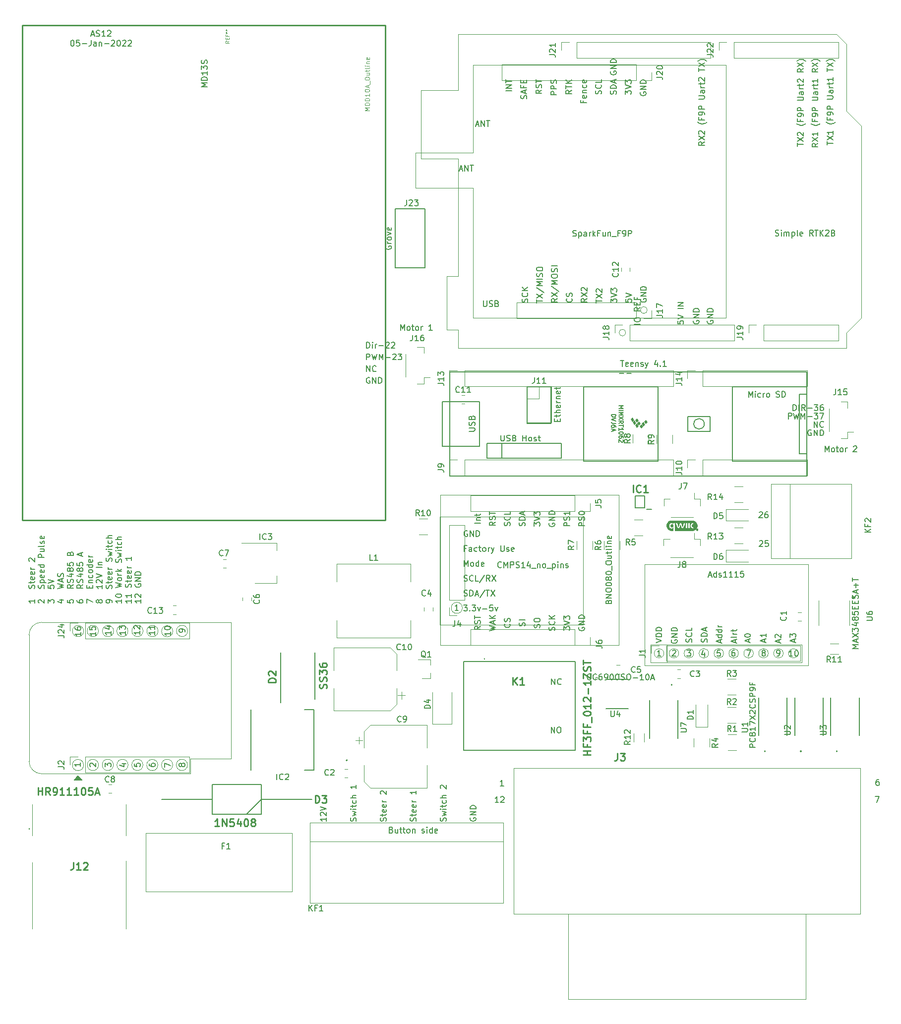
<source format=gbr>
%TF.GenerationSoftware,KiCad,Pcbnew,(5.1.10)-1*%
%TF.CreationDate,2022-01-06T13:20:54-06:00*%
%TF.ProjectId,AS12,41533132-2e6b-4696-9361-645f70636258,rev?*%
%TF.SameCoordinates,Original*%
%TF.FileFunction,Legend,Top*%
%TF.FilePolarity,Positive*%
%FSLAX46Y46*%
G04 Gerber Fmt 4.6, Leading zero omitted, Abs format (unit mm)*
G04 Created by KiCad (PCBNEW (5.1.10)-1) date 2022-01-06 13:20:54*
%MOMM*%
%LPD*%
G01*
G04 APERTURE LIST*
%ADD10C,0.150000*%
%ADD11C,0.120000*%
%ADD12C,0.200000*%
%ADD13C,0.127000*%
%ADD14C,0.254000*%
%ADD15C,0.203200*%
%ADD16C,0.100000*%
%ADD17C,0.010000*%
%ADD18C,0.015000*%
G04 APERTURE END LIST*
D10*
X39344173Y-21894326D02*
X39820363Y-21894326D01*
X39248935Y-22180040D02*
X39582268Y-21180040D01*
X39915601Y-22180040D01*
X40201316Y-22132421D02*
X40344173Y-22180040D01*
X40582268Y-22180040D01*
X40677506Y-22132421D01*
X40725125Y-22084802D01*
X40772744Y-21989564D01*
X40772744Y-21894326D01*
X40725125Y-21799088D01*
X40677506Y-21751469D01*
X40582268Y-21703850D01*
X40391792Y-21656231D01*
X40296554Y-21608612D01*
X40248935Y-21560993D01*
X40201316Y-21465755D01*
X40201316Y-21370517D01*
X40248935Y-21275279D01*
X40296554Y-21227660D01*
X40391792Y-21180040D01*
X40629887Y-21180040D01*
X40772744Y-21227660D01*
X41725125Y-22180040D02*
X41153697Y-22180040D01*
X41439411Y-22180040D02*
X41439411Y-21180040D01*
X41344173Y-21322898D01*
X41248935Y-21418136D01*
X41153697Y-21465755D01*
X42106078Y-21275279D02*
X42153697Y-21227660D01*
X42248935Y-21180040D01*
X42487030Y-21180040D01*
X42582268Y-21227660D01*
X42629887Y-21275279D01*
X42677506Y-21370517D01*
X42677506Y-21465755D01*
X42629887Y-21608612D01*
X42058459Y-22180040D01*
X42677506Y-22180040D01*
X36058459Y-22830040D02*
X36153697Y-22830040D01*
X36248935Y-22877660D01*
X36296554Y-22925279D01*
X36344173Y-23020517D01*
X36391792Y-23210993D01*
X36391792Y-23449088D01*
X36344173Y-23639564D01*
X36296554Y-23734802D01*
X36248935Y-23782421D01*
X36153697Y-23830040D01*
X36058459Y-23830040D01*
X35963220Y-23782421D01*
X35915601Y-23734802D01*
X35867982Y-23639564D01*
X35820363Y-23449088D01*
X35820363Y-23210993D01*
X35867982Y-23020517D01*
X35915601Y-22925279D01*
X35963220Y-22877660D01*
X36058459Y-22830040D01*
X37296554Y-22830040D02*
X36820363Y-22830040D01*
X36772744Y-23306231D01*
X36820363Y-23258612D01*
X36915601Y-23210993D01*
X37153697Y-23210993D01*
X37248935Y-23258612D01*
X37296554Y-23306231D01*
X37344173Y-23401469D01*
X37344173Y-23639564D01*
X37296554Y-23734802D01*
X37248935Y-23782421D01*
X37153697Y-23830040D01*
X36915601Y-23830040D01*
X36820363Y-23782421D01*
X36772744Y-23734802D01*
X37772744Y-23449088D02*
X38534649Y-23449088D01*
X39296554Y-22830040D02*
X39296554Y-23544326D01*
X39248935Y-23687183D01*
X39153697Y-23782421D01*
X39010840Y-23830040D01*
X38915601Y-23830040D01*
X40201316Y-23830040D02*
X40201316Y-23306231D01*
X40153697Y-23210993D01*
X40058459Y-23163374D01*
X39867982Y-23163374D01*
X39772744Y-23210993D01*
X40201316Y-23782421D02*
X40106078Y-23830040D01*
X39867982Y-23830040D01*
X39772744Y-23782421D01*
X39725125Y-23687183D01*
X39725125Y-23591945D01*
X39772744Y-23496707D01*
X39867982Y-23449088D01*
X40106078Y-23449088D01*
X40201316Y-23401469D01*
X40677506Y-23163374D02*
X40677506Y-23830040D01*
X40677506Y-23258612D02*
X40725125Y-23210993D01*
X40820363Y-23163374D01*
X40963220Y-23163374D01*
X41058459Y-23210993D01*
X41106078Y-23306231D01*
X41106078Y-23830040D01*
X41582268Y-23449088D02*
X42344173Y-23449088D01*
X42772744Y-22925279D02*
X42820363Y-22877660D01*
X42915601Y-22830040D01*
X43153697Y-22830040D01*
X43248935Y-22877660D01*
X43296554Y-22925279D01*
X43344173Y-23020517D01*
X43344173Y-23115755D01*
X43296554Y-23258612D01*
X42725125Y-23830040D01*
X43344173Y-23830040D01*
X43963220Y-22830040D02*
X44058459Y-22830040D01*
X44153697Y-22877660D01*
X44201316Y-22925279D01*
X44248935Y-23020517D01*
X44296554Y-23210993D01*
X44296554Y-23449088D01*
X44248935Y-23639564D01*
X44201316Y-23734802D01*
X44153697Y-23782421D01*
X44058459Y-23830040D01*
X43963220Y-23830040D01*
X43867982Y-23782421D01*
X43820363Y-23734802D01*
X43772744Y-23639564D01*
X43725125Y-23449088D01*
X43725125Y-23210993D01*
X43772744Y-23020517D01*
X43820363Y-22925279D01*
X43867982Y-22877660D01*
X43963220Y-22830040D01*
X44677506Y-22925279D02*
X44725125Y-22877660D01*
X44820363Y-22830040D01*
X45058459Y-22830040D01*
X45153697Y-22877660D01*
X45201316Y-22925279D01*
X45248935Y-23020517D01*
X45248935Y-23115755D01*
X45201316Y-23258612D01*
X44629887Y-23830040D01*
X45248935Y-23830040D01*
X45629887Y-22925279D02*
X45677506Y-22877660D01*
X45772744Y-22830040D01*
X46010840Y-22830040D01*
X46106078Y-22877660D01*
X46153697Y-22925279D01*
X46201316Y-23020517D01*
X46201316Y-23115755D01*
X46153697Y-23258612D01*
X45582268Y-23830040D01*
X46201316Y-23830040D01*
X153370375Y-103459019D02*
X153417994Y-103411400D01*
X153513232Y-103363780D01*
X153751327Y-103363780D01*
X153846565Y-103411400D01*
X153894184Y-103459019D01*
X153941803Y-103554257D01*
X153941803Y-103649495D01*
X153894184Y-103792352D01*
X153322756Y-104363780D01*
X153941803Y-104363780D01*
X154798946Y-103363780D02*
X154608470Y-103363780D01*
X154513232Y-103411400D01*
X154465613Y-103459019D01*
X154370375Y-103601876D01*
X154322756Y-103792352D01*
X154322756Y-104173304D01*
X154370375Y-104268542D01*
X154417994Y-104316161D01*
X154513232Y-104363780D01*
X154703708Y-104363780D01*
X154798946Y-104316161D01*
X154846565Y-104268542D01*
X154894184Y-104173304D01*
X154894184Y-103935209D01*
X154846565Y-103839971D01*
X154798946Y-103792352D01*
X154703708Y-103744733D01*
X154513232Y-103744733D01*
X154417994Y-103792352D01*
X154370375Y-103839971D01*
X154322756Y-103935209D01*
X153418635Y-108368839D02*
X153466254Y-108321220D01*
X153561492Y-108273600D01*
X153799587Y-108273600D01*
X153894825Y-108321220D01*
X153942444Y-108368839D01*
X153990063Y-108464077D01*
X153990063Y-108559315D01*
X153942444Y-108702172D01*
X153371016Y-109273600D01*
X153990063Y-109273600D01*
X154894825Y-108273600D02*
X154418635Y-108273600D01*
X154371016Y-108749791D01*
X154418635Y-108702172D01*
X154513873Y-108654553D01*
X154751968Y-108654553D01*
X154847206Y-108702172D01*
X154894825Y-108749791D01*
X154942444Y-108845029D01*
X154942444Y-109083124D01*
X154894825Y-109178362D01*
X154847206Y-109225981D01*
X154751968Y-109273600D01*
X154513873Y-109273600D01*
X154418635Y-109225981D01*
X154371016Y-109178362D01*
X108861883Y-152992080D02*
X108290455Y-152992080D01*
X108576169Y-152992080D02*
X108576169Y-151992080D01*
X108480931Y-152134938D01*
X108385693Y-152230176D01*
X108290455Y-152277795D01*
X109242836Y-152087319D02*
X109290455Y-152039700D01*
X109385693Y-151992080D01*
X109623788Y-151992080D01*
X109719026Y-152039700D01*
X109766645Y-152087319D01*
X109814264Y-152182557D01*
X109814264Y-152277795D01*
X109766645Y-152420652D01*
X109195217Y-152992080D01*
X109814264Y-152992080D01*
X109739394Y-150137120D02*
X109167965Y-150137120D01*
X109453680Y-150137120D02*
X109453680Y-149137120D01*
X109358441Y-149279978D01*
X109263203Y-149375216D01*
X109167965Y-149422835D01*
X173227406Y-151992080D02*
X173894073Y-151992080D01*
X173465501Y-152992080D01*
X173789316Y-149066000D02*
X173598840Y-149066000D01*
X173503601Y-149113620D01*
X173455982Y-149161239D01*
X173360744Y-149304096D01*
X173313125Y-149494572D01*
X173313125Y-149875524D01*
X173360744Y-149970762D01*
X173408363Y-150018381D01*
X173503601Y-150066000D01*
X173694078Y-150066000D01*
X173789316Y-150018381D01*
X173836935Y-149970762D01*
X173884554Y-149875524D01*
X173884554Y-149637429D01*
X173836935Y-149542191D01*
X173789316Y-149494572D01*
X173694078Y-149446953D01*
X173503601Y-149446953D01*
X173408363Y-149494572D01*
X173360744Y-149542191D01*
X173313125Y-149637429D01*
X29655180Y-118342795D02*
X29655180Y-118914223D01*
X29655180Y-118628509D02*
X28655180Y-118628509D01*
X28798038Y-118723747D01*
X28893276Y-118818985D01*
X28940895Y-118914223D01*
X29607561Y-116438033D02*
X29655180Y-116295176D01*
X29655180Y-116057080D01*
X29607561Y-115961842D01*
X29559942Y-115914223D01*
X29464704Y-115866604D01*
X29369466Y-115866604D01*
X29274228Y-115914223D01*
X29226609Y-115961842D01*
X29178990Y-116057080D01*
X29131371Y-116247557D01*
X29083752Y-116342795D01*
X29036133Y-116390414D01*
X28940895Y-116438033D01*
X28845657Y-116438033D01*
X28750419Y-116390414D01*
X28702800Y-116342795D01*
X28655180Y-116247557D01*
X28655180Y-116009461D01*
X28702800Y-115866604D01*
X28988514Y-115580890D02*
X28988514Y-115199938D01*
X28655180Y-115438033D02*
X29512323Y-115438033D01*
X29607561Y-115390414D01*
X29655180Y-115295176D01*
X29655180Y-115199938D01*
X29607561Y-114485652D02*
X29655180Y-114580890D01*
X29655180Y-114771366D01*
X29607561Y-114866604D01*
X29512323Y-114914223D01*
X29131371Y-114914223D01*
X29036133Y-114866604D01*
X28988514Y-114771366D01*
X28988514Y-114580890D01*
X29036133Y-114485652D01*
X29131371Y-114438033D01*
X29226609Y-114438033D01*
X29321847Y-114914223D01*
X29607561Y-113628509D02*
X29655180Y-113723747D01*
X29655180Y-113914223D01*
X29607561Y-114009461D01*
X29512323Y-114057080D01*
X29131371Y-114057080D01*
X29036133Y-114009461D01*
X28988514Y-113914223D01*
X28988514Y-113723747D01*
X29036133Y-113628509D01*
X29131371Y-113580890D01*
X29226609Y-113580890D01*
X29321847Y-114057080D01*
X29655180Y-113152319D02*
X28988514Y-113152319D01*
X29178990Y-113152319D02*
X29083752Y-113104700D01*
X29036133Y-113057080D01*
X28988514Y-112961842D01*
X28988514Y-112866604D01*
X28750419Y-111818985D02*
X28702800Y-111771366D01*
X28655180Y-111676128D01*
X28655180Y-111438033D01*
X28702800Y-111342795D01*
X28750419Y-111295176D01*
X28845657Y-111247557D01*
X28940895Y-111247557D01*
X29083752Y-111295176D01*
X29655180Y-111866604D01*
X29655180Y-111247557D01*
X30400419Y-118914223D02*
X30352800Y-118866604D01*
X30305180Y-118771366D01*
X30305180Y-118533271D01*
X30352800Y-118438033D01*
X30400419Y-118390414D01*
X30495657Y-118342795D01*
X30590895Y-118342795D01*
X30733752Y-118390414D01*
X31305180Y-118961842D01*
X31305180Y-118342795D01*
X31257561Y-116438033D02*
X31305180Y-116295176D01*
X31305180Y-116057080D01*
X31257561Y-115961842D01*
X31209942Y-115914223D01*
X31114704Y-115866604D01*
X31019466Y-115866604D01*
X30924228Y-115914223D01*
X30876609Y-115961842D01*
X30828990Y-116057080D01*
X30781371Y-116247557D01*
X30733752Y-116342795D01*
X30686133Y-116390414D01*
X30590895Y-116438033D01*
X30495657Y-116438033D01*
X30400419Y-116390414D01*
X30352800Y-116342795D01*
X30305180Y-116247557D01*
X30305180Y-116009461D01*
X30352800Y-115866604D01*
X30638514Y-115438033D02*
X31638514Y-115438033D01*
X30686133Y-115438033D02*
X30638514Y-115342795D01*
X30638514Y-115152319D01*
X30686133Y-115057080D01*
X30733752Y-115009461D01*
X30828990Y-114961842D01*
X31114704Y-114961842D01*
X31209942Y-115009461D01*
X31257561Y-115057080D01*
X31305180Y-115152319D01*
X31305180Y-115342795D01*
X31257561Y-115438033D01*
X31257561Y-114152319D02*
X31305180Y-114247557D01*
X31305180Y-114438033D01*
X31257561Y-114533271D01*
X31162323Y-114580890D01*
X30781371Y-114580890D01*
X30686133Y-114533271D01*
X30638514Y-114438033D01*
X30638514Y-114247557D01*
X30686133Y-114152319D01*
X30781371Y-114104700D01*
X30876609Y-114104700D01*
X30971847Y-114580890D01*
X31257561Y-113295176D02*
X31305180Y-113390414D01*
X31305180Y-113580890D01*
X31257561Y-113676128D01*
X31162323Y-113723747D01*
X30781371Y-113723747D01*
X30686133Y-113676128D01*
X30638514Y-113580890D01*
X30638514Y-113390414D01*
X30686133Y-113295176D01*
X30781371Y-113247557D01*
X30876609Y-113247557D01*
X30971847Y-113723747D01*
X31305180Y-112390414D02*
X30305180Y-112390414D01*
X31257561Y-112390414D02*
X31305180Y-112485652D01*
X31305180Y-112676128D01*
X31257561Y-112771366D01*
X31209942Y-112818985D01*
X31114704Y-112866604D01*
X30828990Y-112866604D01*
X30733752Y-112818985D01*
X30686133Y-112771366D01*
X30638514Y-112676128D01*
X30638514Y-112485652D01*
X30686133Y-112390414D01*
X31305180Y-111152319D02*
X30305180Y-111152319D01*
X30305180Y-110771366D01*
X30352800Y-110676128D01*
X30400419Y-110628509D01*
X30495657Y-110580890D01*
X30638514Y-110580890D01*
X30733752Y-110628509D01*
X30781371Y-110676128D01*
X30828990Y-110771366D01*
X30828990Y-111152319D01*
X30638514Y-109723747D02*
X31305180Y-109723747D01*
X30638514Y-110152319D02*
X31162323Y-110152319D01*
X31257561Y-110104700D01*
X31305180Y-110009461D01*
X31305180Y-109866604D01*
X31257561Y-109771366D01*
X31209942Y-109723747D01*
X31305180Y-109104700D02*
X31257561Y-109199938D01*
X31162323Y-109247557D01*
X30305180Y-109247557D01*
X31257561Y-108771366D02*
X31305180Y-108676128D01*
X31305180Y-108485652D01*
X31257561Y-108390414D01*
X31162323Y-108342795D01*
X31114704Y-108342795D01*
X31019466Y-108390414D01*
X30971847Y-108485652D01*
X30971847Y-108628509D01*
X30924228Y-108723747D01*
X30828990Y-108771366D01*
X30781371Y-108771366D01*
X30686133Y-108723747D01*
X30638514Y-108628509D01*
X30638514Y-108485652D01*
X30686133Y-108390414D01*
X31257561Y-107533271D02*
X31305180Y-107628509D01*
X31305180Y-107818985D01*
X31257561Y-107914223D01*
X31162323Y-107961842D01*
X30781371Y-107961842D01*
X30686133Y-107914223D01*
X30638514Y-107818985D01*
X30638514Y-107628509D01*
X30686133Y-107533271D01*
X30781371Y-107485652D01*
X30876609Y-107485652D01*
X30971847Y-107961842D01*
X31955180Y-118961842D02*
X31955180Y-118342795D01*
X32336133Y-118676128D01*
X32336133Y-118533271D01*
X32383752Y-118438033D01*
X32431371Y-118390414D01*
X32526609Y-118342795D01*
X32764704Y-118342795D01*
X32859942Y-118390414D01*
X32907561Y-118438033D01*
X32955180Y-118533271D01*
X32955180Y-118818985D01*
X32907561Y-118914223D01*
X32859942Y-118961842D01*
X31955180Y-115914223D02*
X31955180Y-116390414D01*
X32431371Y-116438033D01*
X32383752Y-116390414D01*
X32336133Y-116295176D01*
X32336133Y-116057080D01*
X32383752Y-115961842D01*
X32431371Y-115914223D01*
X32526609Y-115866604D01*
X32764704Y-115866604D01*
X32859942Y-115914223D01*
X32907561Y-115961842D01*
X32955180Y-116057080D01*
X32955180Y-116295176D01*
X32907561Y-116390414D01*
X32859942Y-116438033D01*
X31955180Y-115580890D02*
X32955180Y-115247557D01*
X31955180Y-114914223D01*
X33938514Y-118438033D02*
X34605180Y-118438033D01*
X33557561Y-118676128D02*
X34271847Y-118914223D01*
X34271847Y-118295176D01*
X33605180Y-116485652D02*
X34605180Y-116247557D01*
X33890895Y-116057080D01*
X34605180Y-115866604D01*
X33605180Y-115628509D01*
X34319466Y-115295176D02*
X34319466Y-114818985D01*
X34605180Y-115390414D02*
X33605180Y-115057080D01*
X34605180Y-114723747D01*
X34557561Y-114438033D02*
X34605180Y-114295176D01*
X34605180Y-114057080D01*
X34557561Y-113961842D01*
X34509942Y-113914223D01*
X34414704Y-113866604D01*
X34319466Y-113866604D01*
X34224228Y-113914223D01*
X34176609Y-113961842D01*
X34128990Y-114057080D01*
X34081371Y-114247557D01*
X34033752Y-114342795D01*
X33986133Y-114390414D01*
X33890895Y-114438033D01*
X33795657Y-114438033D01*
X33700419Y-114390414D01*
X33652800Y-114342795D01*
X33605180Y-114247557D01*
X33605180Y-114009461D01*
X33652800Y-113866604D01*
X35255180Y-118390414D02*
X35255180Y-118866604D01*
X35731371Y-118914223D01*
X35683752Y-118866604D01*
X35636133Y-118771366D01*
X35636133Y-118533271D01*
X35683752Y-118438033D01*
X35731371Y-118390414D01*
X35826609Y-118342795D01*
X36064704Y-118342795D01*
X36159942Y-118390414D01*
X36207561Y-118438033D01*
X36255180Y-118533271D01*
X36255180Y-118771366D01*
X36207561Y-118866604D01*
X36159942Y-118914223D01*
X36255180Y-115818985D02*
X35778990Y-116152319D01*
X36255180Y-116390414D02*
X35255180Y-116390414D01*
X35255180Y-116009461D01*
X35302800Y-115914223D01*
X35350419Y-115866604D01*
X35445657Y-115818985D01*
X35588514Y-115818985D01*
X35683752Y-115866604D01*
X35731371Y-115914223D01*
X35778990Y-116009461D01*
X35778990Y-116390414D01*
X36207561Y-115438033D02*
X36255180Y-115295176D01*
X36255180Y-115057080D01*
X36207561Y-114961842D01*
X36159942Y-114914223D01*
X36064704Y-114866604D01*
X35969466Y-114866604D01*
X35874228Y-114914223D01*
X35826609Y-114961842D01*
X35778990Y-115057080D01*
X35731371Y-115247557D01*
X35683752Y-115342795D01*
X35636133Y-115390414D01*
X35540895Y-115438033D01*
X35445657Y-115438033D01*
X35350419Y-115390414D01*
X35302800Y-115342795D01*
X35255180Y-115247557D01*
X35255180Y-115009461D01*
X35302800Y-114866604D01*
X35588514Y-114009461D02*
X36255180Y-114009461D01*
X35207561Y-114247557D02*
X35921847Y-114485652D01*
X35921847Y-113866604D01*
X35683752Y-113342795D02*
X35636133Y-113438033D01*
X35588514Y-113485652D01*
X35493276Y-113533271D01*
X35445657Y-113533271D01*
X35350419Y-113485652D01*
X35302800Y-113438033D01*
X35255180Y-113342795D01*
X35255180Y-113152319D01*
X35302800Y-113057080D01*
X35350419Y-113009461D01*
X35445657Y-112961842D01*
X35493276Y-112961842D01*
X35588514Y-113009461D01*
X35636133Y-113057080D01*
X35683752Y-113152319D01*
X35683752Y-113342795D01*
X35731371Y-113438033D01*
X35778990Y-113485652D01*
X35874228Y-113533271D01*
X36064704Y-113533271D01*
X36159942Y-113485652D01*
X36207561Y-113438033D01*
X36255180Y-113342795D01*
X36255180Y-113152319D01*
X36207561Y-113057080D01*
X36159942Y-113009461D01*
X36064704Y-112961842D01*
X35874228Y-112961842D01*
X35778990Y-113009461D01*
X35731371Y-113057080D01*
X35683752Y-113152319D01*
X35255180Y-112057080D02*
X35255180Y-112533271D01*
X35731371Y-112580890D01*
X35683752Y-112533271D01*
X35636133Y-112438033D01*
X35636133Y-112199938D01*
X35683752Y-112104700D01*
X35731371Y-112057080D01*
X35826609Y-112009461D01*
X36064704Y-112009461D01*
X36159942Y-112057080D01*
X36207561Y-112104700D01*
X36255180Y-112199938D01*
X36255180Y-112438033D01*
X36207561Y-112533271D01*
X36159942Y-112580890D01*
X35731371Y-110485652D02*
X35778990Y-110342795D01*
X35826609Y-110295176D01*
X35921847Y-110247557D01*
X36064704Y-110247557D01*
X36159942Y-110295176D01*
X36207561Y-110342795D01*
X36255180Y-110438033D01*
X36255180Y-110818985D01*
X35255180Y-110818985D01*
X35255180Y-110485652D01*
X35302800Y-110390414D01*
X35350419Y-110342795D01*
X35445657Y-110295176D01*
X35540895Y-110295176D01*
X35636133Y-110342795D01*
X35683752Y-110390414D01*
X35731371Y-110485652D01*
X35731371Y-110818985D01*
X36905180Y-118438033D02*
X36905180Y-118628509D01*
X36952800Y-118723747D01*
X37000419Y-118771366D01*
X37143276Y-118866604D01*
X37333752Y-118914223D01*
X37714704Y-118914223D01*
X37809942Y-118866604D01*
X37857561Y-118818985D01*
X37905180Y-118723747D01*
X37905180Y-118533271D01*
X37857561Y-118438033D01*
X37809942Y-118390414D01*
X37714704Y-118342795D01*
X37476609Y-118342795D01*
X37381371Y-118390414D01*
X37333752Y-118438033D01*
X37286133Y-118533271D01*
X37286133Y-118723747D01*
X37333752Y-118818985D01*
X37381371Y-118866604D01*
X37476609Y-118914223D01*
X37905180Y-115818985D02*
X37428990Y-116152319D01*
X37905180Y-116390414D02*
X36905180Y-116390414D01*
X36905180Y-116009461D01*
X36952800Y-115914223D01*
X37000419Y-115866604D01*
X37095657Y-115818985D01*
X37238514Y-115818985D01*
X37333752Y-115866604D01*
X37381371Y-115914223D01*
X37428990Y-116009461D01*
X37428990Y-116390414D01*
X37857561Y-115438033D02*
X37905180Y-115295176D01*
X37905180Y-115057080D01*
X37857561Y-114961842D01*
X37809942Y-114914223D01*
X37714704Y-114866604D01*
X37619466Y-114866604D01*
X37524228Y-114914223D01*
X37476609Y-114961842D01*
X37428990Y-115057080D01*
X37381371Y-115247557D01*
X37333752Y-115342795D01*
X37286133Y-115390414D01*
X37190895Y-115438033D01*
X37095657Y-115438033D01*
X37000419Y-115390414D01*
X36952800Y-115342795D01*
X36905180Y-115247557D01*
X36905180Y-115009461D01*
X36952800Y-114866604D01*
X37238514Y-114009461D02*
X37905180Y-114009461D01*
X36857561Y-114247557D02*
X37571847Y-114485652D01*
X37571847Y-113866604D01*
X37333752Y-113342795D02*
X37286133Y-113438033D01*
X37238514Y-113485652D01*
X37143276Y-113533271D01*
X37095657Y-113533271D01*
X37000419Y-113485652D01*
X36952800Y-113438033D01*
X36905180Y-113342795D01*
X36905180Y-113152319D01*
X36952800Y-113057080D01*
X37000419Y-113009461D01*
X37095657Y-112961842D01*
X37143276Y-112961842D01*
X37238514Y-113009461D01*
X37286133Y-113057080D01*
X37333752Y-113152319D01*
X37333752Y-113342795D01*
X37381371Y-113438033D01*
X37428990Y-113485652D01*
X37524228Y-113533271D01*
X37714704Y-113533271D01*
X37809942Y-113485652D01*
X37857561Y-113438033D01*
X37905180Y-113342795D01*
X37905180Y-113152319D01*
X37857561Y-113057080D01*
X37809942Y-113009461D01*
X37714704Y-112961842D01*
X37524228Y-112961842D01*
X37428990Y-113009461D01*
X37381371Y-113057080D01*
X37333752Y-113152319D01*
X36905180Y-112057080D02*
X36905180Y-112533271D01*
X37381371Y-112580890D01*
X37333752Y-112533271D01*
X37286133Y-112438033D01*
X37286133Y-112199938D01*
X37333752Y-112104700D01*
X37381371Y-112057080D01*
X37476609Y-112009461D01*
X37714704Y-112009461D01*
X37809942Y-112057080D01*
X37857561Y-112104700D01*
X37905180Y-112199938D01*
X37905180Y-112438033D01*
X37857561Y-112533271D01*
X37809942Y-112580890D01*
X37619466Y-110866604D02*
X37619466Y-110390414D01*
X37905180Y-110961842D02*
X36905180Y-110628509D01*
X37905180Y-110295176D01*
X38555180Y-118961842D02*
X38555180Y-118295176D01*
X39555180Y-118723747D01*
X39031371Y-116390414D02*
X39031371Y-116057080D01*
X39555180Y-115914223D02*
X39555180Y-116390414D01*
X38555180Y-116390414D01*
X38555180Y-115914223D01*
X38888514Y-115485652D02*
X39555180Y-115485652D01*
X38983752Y-115485652D02*
X38936133Y-115438033D01*
X38888514Y-115342795D01*
X38888514Y-115199938D01*
X38936133Y-115104700D01*
X39031371Y-115057080D01*
X39555180Y-115057080D01*
X39507561Y-114152319D02*
X39555180Y-114247557D01*
X39555180Y-114438033D01*
X39507561Y-114533271D01*
X39459942Y-114580890D01*
X39364704Y-114628509D01*
X39078990Y-114628509D01*
X38983752Y-114580890D01*
X38936133Y-114533271D01*
X38888514Y-114438033D01*
X38888514Y-114247557D01*
X38936133Y-114152319D01*
X39555180Y-113580890D02*
X39507561Y-113676128D01*
X39459942Y-113723747D01*
X39364704Y-113771366D01*
X39078990Y-113771366D01*
X38983752Y-113723747D01*
X38936133Y-113676128D01*
X38888514Y-113580890D01*
X38888514Y-113438033D01*
X38936133Y-113342795D01*
X38983752Y-113295176D01*
X39078990Y-113247557D01*
X39364704Y-113247557D01*
X39459942Y-113295176D01*
X39507561Y-113342795D01*
X39555180Y-113438033D01*
X39555180Y-113580890D01*
X39555180Y-112390414D02*
X38555180Y-112390414D01*
X39507561Y-112390414D02*
X39555180Y-112485652D01*
X39555180Y-112676128D01*
X39507561Y-112771366D01*
X39459942Y-112818985D01*
X39364704Y-112866604D01*
X39078990Y-112866604D01*
X38983752Y-112818985D01*
X38936133Y-112771366D01*
X38888514Y-112676128D01*
X38888514Y-112485652D01*
X38936133Y-112390414D01*
X39507561Y-111533271D02*
X39555180Y-111628509D01*
X39555180Y-111818985D01*
X39507561Y-111914223D01*
X39412323Y-111961842D01*
X39031371Y-111961842D01*
X38936133Y-111914223D01*
X38888514Y-111818985D01*
X38888514Y-111628509D01*
X38936133Y-111533271D01*
X39031371Y-111485652D01*
X39126609Y-111485652D01*
X39221847Y-111961842D01*
X39555180Y-111057080D02*
X38888514Y-111057080D01*
X39078990Y-111057080D02*
X38983752Y-111009461D01*
X38936133Y-110961842D01*
X38888514Y-110866604D01*
X38888514Y-110771366D01*
X40633752Y-118723747D02*
X40586133Y-118818985D01*
X40538514Y-118866604D01*
X40443276Y-118914223D01*
X40395657Y-118914223D01*
X40300419Y-118866604D01*
X40252800Y-118818985D01*
X40205180Y-118723747D01*
X40205180Y-118533271D01*
X40252800Y-118438033D01*
X40300419Y-118390414D01*
X40395657Y-118342795D01*
X40443276Y-118342795D01*
X40538514Y-118390414D01*
X40586133Y-118438033D01*
X40633752Y-118533271D01*
X40633752Y-118723747D01*
X40681371Y-118818985D01*
X40728990Y-118866604D01*
X40824228Y-118914223D01*
X41014704Y-118914223D01*
X41109942Y-118866604D01*
X41157561Y-118818985D01*
X41205180Y-118723747D01*
X41205180Y-118533271D01*
X41157561Y-118438033D01*
X41109942Y-118390414D01*
X41014704Y-118342795D01*
X40824228Y-118342795D01*
X40728990Y-118390414D01*
X40681371Y-118438033D01*
X40633752Y-118533271D01*
X41205180Y-115866604D02*
X41205180Y-116438033D01*
X41205180Y-116152319D02*
X40205180Y-116152319D01*
X40348038Y-116247557D01*
X40443276Y-116342795D01*
X40490895Y-116438033D01*
X40300419Y-115485652D02*
X40252800Y-115438033D01*
X40205180Y-115342795D01*
X40205180Y-115104700D01*
X40252800Y-115009461D01*
X40300419Y-114961842D01*
X40395657Y-114914223D01*
X40490895Y-114914223D01*
X40633752Y-114961842D01*
X41205180Y-115533271D01*
X41205180Y-114914223D01*
X40205180Y-114628509D02*
X41205180Y-114295176D01*
X40205180Y-113961842D01*
X41205180Y-112866604D02*
X40205180Y-112866604D01*
X40538514Y-112390414D02*
X41205180Y-112390414D01*
X40633752Y-112390414D02*
X40586133Y-112342795D01*
X40538514Y-112247557D01*
X40538514Y-112104700D01*
X40586133Y-112009461D01*
X40681371Y-111961842D01*
X41205180Y-111961842D01*
X42855180Y-118818985D02*
X42855180Y-118628509D01*
X42807561Y-118533271D01*
X42759942Y-118485652D01*
X42617085Y-118390414D01*
X42426609Y-118342795D01*
X42045657Y-118342795D01*
X41950419Y-118390414D01*
X41902800Y-118438033D01*
X41855180Y-118533271D01*
X41855180Y-118723747D01*
X41902800Y-118818985D01*
X41950419Y-118866604D01*
X42045657Y-118914223D01*
X42283752Y-118914223D01*
X42378990Y-118866604D01*
X42426609Y-118818985D01*
X42474228Y-118723747D01*
X42474228Y-118533271D01*
X42426609Y-118438033D01*
X42378990Y-118390414D01*
X42283752Y-118342795D01*
X42807561Y-116438033D02*
X42855180Y-116295176D01*
X42855180Y-116057080D01*
X42807561Y-115961842D01*
X42759942Y-115914223D01*
X42664704Y-115866604D01*
X42569466Y-115866604D01*
X42474228Y-115914223D01*
X42426609Y-115961842D01*
X42378990Y-116057080D01*
X42331371Y-116247557D01*
X42283752Y-116342795D01*
X42236133Y-116390414D01*
X42140895Y-116438033D01*
X42045657Y-116438033D01*
X41950419Y-116390414D01*
X41902800Y-116342795D01*
X41855180Y-116247557D01*
X41855180Y-116009461D01*
X41902800Y-115866604D01*
X42188514Y-115580890D02*
X42188514Y-115199938D01*
X41855180Y-115438033D02*
X42712323Y-115438033D01*
X42807561Y-115390414D01*
X42855180Y-115295176D01*
X42855180Y-115199938D01*
X42807561Y-114485652D02*
X42855180Y-114580890D01*
X42855180Y-114771366D01*
X42807561Y-114866604D01*
X42712323Y-114914223D01*
X42331371Y-114914223D01*
X42236133Y-114866604D01*
X42188514Y-114771366D01*
X42188514Y-114580890D01*
X42236133Y-114485652D01*
X42331371Y-114438033D01*
X42426609Y-114438033D01*
X42521847Y-114914223D01*
X42807561Y-113628509D02*
X42855180Y-113723747D01*
X42855180Y-113914223D01*
X42807561Y-114009461D01*
X42712323Y-114057080D01*
X42331371Y-114057080D01*
X42236133Y-114009461D01*
X42188514Y-113914223D01*
X42188514Y-113723747D01*
X42236133Y-113628509D01*
X42331371Y-113580890D01*
X42426609Y-113580890D01*
X42521847Y-114057080D01*
X42855180Y-113152319D02*
X42188514Y-113152319D01*
X42378990Y-113152319D02*
X42283752Y-113104700D01*
X42236133Y-113057080D01*
X42188514Y-112961842D01*
X42188514Y-112866604D01*
X42807561Y-111818985D02*
X42855180Y-111676128D01*
X42855180Y-111438033D01*
X42807561Y-111342795D01*
X42759942Y-111295176D01*
X42664704Y-111247557D01*
X42569466Y-111247557D01*
X42474228Y-111295176D01*
X42426609Y-111342795D01*
X42378990Y-111438033D01*
X42331371Y-111628509D01*
X42283752Y-111723747D01*
X42236133Y-111771366D01*
X42140895Y-111818985D01*
X42045657Y-111818985D01*
X41950419Y-111771366D01*
X41902800Y-111723747D01*
X41855180Y-111628509D01*
X41855180Y-111390414D01*
X41902800Y-111247557D01*
X42188514Y-110914223D02*
X42855180Y-110723747D01*
X42378990Y-110533271D01*
X42855180Y-110342795D01*
X42188514Y-110152319D01*
X42855180Y-109771366D02*
X42188514Y-109771366D01*
X41855180Y-109771366D02*
X41902800Y-109818985D01*
X41950419Y-109771366D01*
X41902800Y-109723747D01*
X41855180Y-109771366D01*
X41950419Y-109771366D01*
X42188514Y-109438033D02*
X42188514Y-109057080D01*
X41855180Y-109295176D02*
X42712323Y-109295176D01*
X42807561Y-109247557D01*
X42855180Y-109152319D01*
X42855180Y-109057080D01*
X42807561Y-108295176D02*
X42855180Y-108390414D01*
X42855180Y-108580890D01*
X42807561Y-108676128D01*
X42759942Y-108723747D01*
X42664704Y-108771366D01*
X42378990Y-108771366D01*
X42283752Y-108723747D01*
X42236133Y-108676128D01*
X42188514Y-108580890D01*
X42188514Y-108390414D01*
X42236133Y-108295176D01*
X42855180Y-107866604D02*
X41855180Y-107866604D01*
X42855180Y-107438033D02*
X42331371Y-107438033D01*
X42236133Y-107485652D01*
X42188514Y-107580890D01*
X42188514Y-107723747D01*
X42236133Y-107818985D01*
X42283752Y-107866604D01*
X44505180Y-118342795D02*
X44505180Y-118914223D01*
X44505180Y-118628509D02*
X43505180Y-118628509D01*
X43648038Y-118723747D01*
X43743276Y-118818985D01*
X43790895Y-118914223D01*
X43505180Y-117723747D02*
X43505180Y-117628509D01*
X43552800Y-117533271D01*
X43600419Y-117485652D01*
X43695657Y-117438033D01*
X43886133Y-117390414D01*
X44124228Y-117390414D01*
X44314704Y-117438033D01*
X44409942Y-117485652D01*
X44457561Y-117533271D01*
X44505180Y-117628509D01*
X44505180Y-117723747D01*
X44457561Y-117818985D01*
X44409942Y-117866604D01*
X44314704Y-117914223D01*
X44124228Y-117961842D01*
X43886133Y-117961842D01*
X43695657Y-117914223D01*
X43600419Y-117866604D01*
X43552800Y-117818985D01*
X43505180Y-117723747D01*
X43505180Y-116295176D02*
X44505180Y-116057080D01*
X43790895Y-115866604D01*
X44505180Y-115676128D01*
X43505180Y-115438033D01*
X44505180Y-114914223D02*
X44457561Y-115009461D01*
X44409942Y-115057080D01*
X44314704Y-115104700D01*
X44028990Y-115104700D01*
X43933752Y-115057080D01*
X43886133Y-115009461D01*
X43838514Y-114914223D01*
X43838514Y-114771366D01*
X43886133Y-114676128D01*
X43933752Y-114628509D01*
X44028990Y-114580890D01*
X44314704Y-114580890D01*
X44409942Y-114628509D01*
X44457561Y-114676128D01*
X44505180Y-114771366D01*
X44505180Y-114914223D01*
X44505180Y-114152319D02*
X43838514Y-114152319D01*
X44028990Y-114152319D02*
X43933752Y-114104700D01*
X43886133Y-114057080D01*
X43838514Y-113961842D01*
X43838514Y-113866604D01*
X44505180Y-113533271D02*
X43505180Y-113533271D01*
X44124228Y-113438033D02*
X44505180Y-113152319D01*
X43838514Y-113152319D02*
X44219466Y-113533271D01*
X44457561Y-112009461D02*
X44505180Y-111866604D01*
X44505180Y-111628509D01*
X44457561Y-111533271D01*
X44409942Y-111485652D01*
X44314704Y-111438033D01*
X44219466Y-111438033D01*
X44124228Y-111485652D01*
X44076609Y-111533271D01*
X44028990Y-111628509D01*
X43981371Y-111818985D01*
X43933752Y-111914223D01*
X43886133Y-111961842D01*
X43790895Y-112009461D01*
X43695657Y-112009461D01*
X43600419Y-111961842D01*
X43552800Y-111914223D01*
X43505180Y-111818985D01*
X43505180Y-111580890D01*
X43552800Y-111438033D01*
X43838514Y-111104700D02*
X44505180Y-110914223D01*
X44028990Y-110723747D01*
X44505180Y-110533271D01*
X43838514Y-110342795D01*
X44505180Y-109961842D02*
X43838514Y-109961842D01*
X43505180Y-109961842D02*
X43552800Y-110009461D01*
X43600419Y-109961842D01*
X43552800Y-109914223D01*
X43505180Y-109961842D01*
X43600419Y-109961842D01*
X43838514Y-109628509D02*
X43838514Y-109247557D01*
X43505180Y-109485652D02*
X44362323Y-109485652D01*
X44457561Y-109438033D01*
X44505180Y-109342795D01*
X44505180Y-109247557D01*
X44457561Y-108485652D02*
X44505180Y-108580890D01*
X44505180Y-108771366D01*
X44457561Y-108866604D01*
X44409942Y-108914223D01*
X44314704Y-108961842D01*
X44028990Y-108961842D01*
X43933752Y-108914223D01*
X43886133Y-108866604D01*
X43838514Y-108771366D01*
X43838514Y-108580890D01*
X43886133Y-108485652D01*
X44505180Y-108057080D02*
X43505180Y-108057080D01*
X44505180Y-107628509D02*
X43981371Y-107628509D01*
X43886133Y-107676128D01*
X43838514Y-107771366D01*
X43838514Y-107914223D01*
X43886133Y-108009461D01*
X43933752Y-108057080D01*
X46155180Y-118342795D02*
X46155180Y-118914223D01*
X46155180Y-118628509D02*
X45155180Y-118628509D01*
X45298038Y-118723747D01*
X45393276Y-118818985D01*
X45440895Y-118914223D01*
X46155180Y-117390414D02*
X46155180Y-117961842D01*
X46155180Y-117676128D02*
X45155180Y-117676128D01*
X45298038Y-117771366D01*
X45393276Y-117866604D01*
X45440895Y-117961842D01*
X46107561Y-116247557D02*
X46155180Y-116104700D01*
X46155180Y-115866604D01*
X46107561Y-115771366D01*
X46059942Y-115723747D01*
X45964704Y-115676128D01*
X45869466Y-115676128D01*
X45774228Y-115723747D01*
X45726609Y-115771366D01*
X45678990Y-115866604D01*
X45631371Y-116057080D01*
X45583752Y-116152319D01*
X45536133Y-116199938D01*
X45440895Y-116247557D01*
X45345657Y-116247557D01*
X45250419Y-116199938D01*
X45202800Y-116152319D01*
X45155180Y-116057080D01*
X45155180Y-115818985D01*
X45202800Y-115676128D01*
X45488514Y-115390414D02*
X45488514Y-115009461D01*
X45155180Y-115247557D02*
X46012323Y-115247557D01*
X46107561Y-115199938D01*
X46155180Y-115104700D01*
X46155180Y-115009461D01*
X46107561Y-114295176D02*
X46155180Y-114390414D01*
X46155180Y-114580890D01*
X46107561Y-114676128D01*
X46012323Y-114723747D01*
X45631371Y-114723747D01*
X45536133Y-114676128D01*
X45488514Y-114580890D01*
X45488514Y-114390414D01*
X45536133Y-114295176D01*
X45631371Y-114247557D01*
X45726609Y-114247557D01*
X45821847Y-114723747D01*
X46107561Y-113438033D02*
X46155180Y-113533271D01*
X46155180Y-113723747D01*
X46107561Y-113818985D01*
X46012323Y-113866604D01*
X45631371Y-113866604D01*
X45536133Y-113818985D01*
X45488514Y-113723747D01*
X45488514Y-113533271D01*
X45536133Y-113438033D01*
X45631371Y-113390414D01*
X45726609Y-113390414D01*
X45821847Y-113866604D01*
X46155180Y-112961842D02*
X45488514Y-112961842D01*
X45678990Y-112961842D02*
X45583752Y-112914223D01*
X45536133Y-112866604D01*
X45488514Y-112771366D01*
X45488514Y-112676128D01*
X46155180Y-111057080D02*
X46155180Y-111628509D01*
X46155180Y-111342795D02*
X45155180Y-111342795D01*
X45298038Y-111438033D01*
X45393276Y-111533271D01*
X45440895Y-111628509D01*
X47805180Y-118342795D02*
X47805180Y-118914223D01*
X47805180Y-118628509D02*
X46805180Y-118628509D01*
X46948038Y-118723747D01*
X47043276Y-118818985D01*
X47090895Y-118914223D01*
X46900419Y-117961842D02*
X46852800Y-117914223D01*
X46805180Y-117818985D01*
X46805180Y-117580890D01*
X46852800Y-117485652D01*
X46900419Y-117438033D01*
X46995657Y-117390414D01*
X47090895Y-117390414D01*
X47233752Y-117438033D01*
X47805180Y-118009461D01*
X47805180Y-117390414D01*
X46852800Y-115676128D02*
X46805180Y-115771366D01*
X46805180Y-115914223D01*
X46852800Y-116057080D01*
X46948038Y-116152319D01*
X47043276Y-116199938D01*
X47233752Y-116247557D01*
X47376609Y-116247557D01*
X47567085Y-116199938D01*
X47662323Y-116152319D01*
X47757561Y-116057080D01*
X47805180Y-115914223D01*
X47805180Y-115818985D01*
X47757561Y-115676128D01*
X47709942Y-115628509D01*
X47376609Y-115628509D01*
X47376609Y-115818985D01*
X47805180Y-115199938D02*
X46805180Y-115199938D01*
X47805180Y-114628509D01*
X46805180Y-114628509D01*
X47805180Y-114152319D02*
X46805180Y-114152319D01*
X46805180Y-113914223D01*
X46852800Y-113771366D01*
X46948038Y-113676128D01*
X47043276Y-113628509D01*
X47233752Y-113580890D01*
X47376609Y-113580890D01*
X47567085Y-113628509D01*
X47662323Y-113676128D01*
X47757561Y-113771366D01*
X47805180Y-113914223D01*
X47805180Y-114152319D01*
X159160057Y-86075780D02*
X159160057Y-85075780D01*
X159398152Y-85075780D01*
X159541009Y-85123400D01*
X159636247Y-85218638D01*
X159683866Y-85313876D01*
X159731486Y-85504352D01*
X159731486Y-85647209D01*
X159683866Y-85837685D01*
X159636247Y-85932923D01*
X159541009Y-86028161D01*
X159398152Y-86075780D01*
X159160057Y-86075780D01*
X160160057Y-86075780D02*
X160160057Y-85075780D01*
X161207676Y-86075780D02*
X160874343Y-85599590D01*
X160636247Y-86075780D02*
X160636247Y-85075780D01*
X161017200Y-85075780D01*
X161112438Y-85123400D01*
X161160057Y-85171019D01*
X161207676Y-85266257D01*
X161207676Y-85409114D01*
X161160057Y-85504352D01*
X161112438Y-85551971D01*
X161017200Y-85599590D01*
X160636247Y-85599590D01*
X161636247Y-85694828D02*
X162398152Y-85694828D01*
X162779105Y-85075780D02*
X163398152Y-85075780D01*
X163064819Y-85456733D01*
X163207676Y-85456733D01*
X163302914Y-85504352D01*
X163350533Y-85551971D01*
X163398152Y-85647209D01*
X163398152Y-85885304D01*
X163350533Y-85980542D01*
X163302914Y-86028161D01*
X163207676Y-86075780D01*
X162921962Y-86075780D01*
X162826724Y-86028161D01*
X162779105Y-85980542D01*
X164255295Y-85075780D02*
X164064819Y-85075780D01*
X163969581Y-85123400D01*
X163921962Y-85171019D01*
X163826724Y-85313876D01*
X163779105Y-85504352D01*
X163779105Y-85885304D01*
X163826724Y-85980542D01*
X163874343Y-86028161D01*
X163969581Y-86075780D01*
X164160057Y-86075780D01*
X164255295Y-86028161D01*
X164302914Y-85980542D01*
X164350533Y-85885304D01*
X164350533Y-85647209D01*
X164302914Y-85551971D01*
X164255295Y-85504352D01*
X164160057Y-85456733D01*
X163969581Y-85456733D01*
X163874343Y-85504352D01*
X163826724Y-85551971D01*
X163779105Y-85647209D01*
X158350533Y-87498180D02*
X158350533Y-86498180D01*
X158731485Y-86498180D01*
X158826724Y-86545800D01*
X158874343Y-86593419D01*
X158921962Y-86688657D01*
X158921962Y-86831514D01*
X158874343Y-86926752D01*
X158826724Y-86974371D01*
X158731485Y-87021990D01*
X158350533Y-87021990D01*
X159255295Y-86498180D02*
X159493390Y-87498180D01*
X159683866Y-86783895D01*
X159874343Y-87498180D01*
X160112438Y-86498180D01*
X160493390Y-87498180D02*
X160493390Y-86498180D01*
X160826724Y-87212466D01*
X161160057Y-86498180D01*
X161160057Y-87498180D01*
X161636247Y-87117228D02*
X162398152Y-87117228D01*
X162779104Y-86498180D02*
X163398152Y-86498180D01*
X163064819Y-86879133D01*
X163207676Y-86879133D01*
X163302914Y-86926752D01*
X163350533Y-86974371D01*
X163398152Y-87069609D01*
X163398152Y-87307704D01*
X163350533Y-87402942D01*
X163302914Y-87450561D01*
X163207676Y-87498180D01*
X162921962Y-87498180D01*
X162826724Y-87450561D01*
X162779104Y-87402942D01*
X163731485Y-86498180D02*
X164398152Y-86498180D01*
X163969581Y-87498180D01*
X162731485Y-88920580D02*
X162731485Y-87920580D01*
X163302914Y-88920580D01*
X163302914Y-87920580D01*
X164350533Y-88825342D02*
X164302914Y-88872961D01*
X164160057Y-88920580D01*
X164064819Y-88920580D01*
X163921961Y-88872961D01*
X163826723Y-88777723D01*
X163779104Y-88682485D01*
X163731485Y-88492009D01*
X163731485Y-88349152D01*
X163779104Y-88158676D01*
X163826723Y-88063438D01*
X163921961Y-87968200D01*
X164064819Y-87920580D01*
X164160057Y-87920580D01*
X164302914Y-87968200D01*
X164350533Y-88015819D01*
X162255295Y-89390600D02*
X162160057Y-89342980D01*
X162017200Y-89342980D01*
X161874342Y-89390600D01*
X161779104Y-89485838D01*
X161731485Y-89581076D01*
X161683866Y-89771552D01*
X161683866Y-89914409D01*
X161731485Y-90104885D01*
X161779104Y-90200123D01*
X161874342Y-90295361D01*
X162017200Y-90342980D01*
X162112438Y-90342980D01*
X162255295Y-90295361D01*
X162302914Y-90247742D01*
X162302914Y-89914409D01*
X162112438Y-89914409D01*
X162731485Y-90342980D02*
X162731485Y-89342980D01*
X163302914Y-90342980D01*
X163302914Y-89342980D01*
X163779104Y-90342980D02*
X163779104Y-89342980D01*
X164017200Y-89342980D01*
X164160057Y-89390600D01*
X164255295Y-89485838D01*
X164302914Y-89581076D01*
X164350533Y-89771552D01*
X164350533Y-89914409D01*
X164302914Y-90104885D01*
X164255295Y-90200123D01*
X164160057Y-90295361D01*
X164017200Y-90342980D01*
X163779104Y-90342980D01*
X92137883Y-72377560D02*
X92137883Y-71377560D01*
X92471217Y-72091846D01*
X92804550Y-71377560D01*
X92804550Y-72377560D01*
X93423598Y-72377560D02*
X93328360Y-72329941D01*
X93280740Y-72282322D01*
X93233121Y-72187084D01*
X93233121Y-71901370D01*
X93280740Y-71806132D01*
X93328360Y-71758513D01*
X93423598Y-71710894D01*
X93566455Y-71710894D01*
X93661693Y-71758513D01*
X93709312Y-71806132D01*
X93756931Y-71901370D01*
X93756931Y-72187084D01*
X93709312Y-72282322D01*
X93661693Y-72329941D01*
X93566455Y-72377560D01*
X93423598Y-72377560D01*
X94042645Y-71710894D02*
X94423598Y-71710894D01*
X94185502Y-71377560D02*
X94185502Y-72234703D01*
X94233121Y-72329941D01*
X94328360Y-72377560D01*
X94423598Y-72377560D01*
X94899788Y-72377560D02*
X94804550Y-72329941D01*
X94756931Y-72282322D01*
X94709312Y-72187084D01*
X94709312Y-71901370D01*
X94756931Y-71806132D01*
X94804550Y-71758513D01*
X94899788Y-71710894D01*
X95042645Y-71710894D01*
X95137883Y-71758513D01*
X95185502Y-71806132D01*
X95233121Y-71901370D01*
X95233121Y-72187084D01*
X95185502Y-72282322D01*
X95137883Y-72329941D01*
X95042645Y-72377560D01*
X94899788Y-72377560D01*
X95661693Y-72377560D02*
X95661693Y-71710894D01*
X95661693Y-71901370D02*
X95709312Y-71806132D01*
X95756931Y-71758513D01*
X95852169Y-71710894D01*
X95947407Y-71710894D01*
X97566455Y-72377560D02*
X96995026Y-72377560D01*
X97280740Y-72377560D02*
X97280740Y-71377560D01*
X97185502Y-71520418D01*
X97090264Y-71615656D01*
X96995026Y-71663275D01*
X164606623Y-93124280D02*
X164606623Y-92124280D01*
X164939957Y-92838566D01*
X165273290Y-92124280D01*
X165273290Y-93124280D01*
X165892338Y-93124280D02*
X165797100Y-93076661D01*
X165749480Y-93029042D01*
X165701861Y-92933804D01*
X165701861Y-92648090D01*
X165749480Y-92552852D01*
X165797100Y-92505233D01*
X165892338Y-92457614D01*
X166035195Y-92457614D01*
X166130433Y-92505233D01*
X166178052Y-92552852D01*
X166225671Y-92648090D01*
X166225671Y-92933804D01*
X166178052Y-93029042D01*
X166130433Y-93076661D01*
X166035195Y-93124280D01*
X165892338Y-93124280D01*
X166511385Y-92457614D02*
X166892338Y-92457614D01*
X166654242Y-92124280D02*
X166654242Y-92981423D01*
X166701861Y-93076661D01*
X166797100Y-93124280D01*
X166892338Y-93124280D01*
X167368528Y-93124280D02*
X167273290Y-93076661D01*
X167225671Y-93029042D01*
X167178052Y-92933804D01*
X167178052Y-92648090D01*
X167225671Y-92552852D01*
X167273290Y-92505233D01*
X167368528Y-92457614D01*
X167511385Y-92457614D01*
X167606623Y-92505233D01*
X167654242Y-92552852D01*
X167701861Y-92648090D01*
X167701861Y-92933804D01*
X167654242Y-93029042D01*
X167606623Y-93076661D01*
X167511385Y-93124280D01*
X167368528Y-93124280D01*
X168130433Y-93124280D02*
X168130433Y-92457614D01*
X168130433Y-92648090D02*
X168178052Y-92552852D01*
X168225671Y-92505233D01*
X168320909Y-92457614D01*
X168416147Y-92457614D01*
X169463766Y-92219519D02*
X169511385Y-92171900D01*
X169606623Y-92124280D01*
X169844719Y-92124280D01*
X169939957Y-92171900D01*
X169987576Y-92219519D01*
X170035195Y-92314757D01*
X170035195Y-92409995D01*
X169987576Y-92552852D01*
X169416147Y-93124280D01*
X170035195Y-93124280D01*
X86865057Y-80462500D02*
X86769819Y-80414880D01*
X86626962Y-80414880D01*
X86484104Y-80462500D01*
X86388866Y-80557738D01*
X86341247Y-80652976D01*
X86293628Y-80843452D01*
X86293628Y-80986309D01*
X86341247Y-81176785D01*
X86388866Y-81272023D01*
X86484104Y-81367261D01*
X86626962Y-81414880D01*
X86722200Y-81414880D01*
X86865057Y-81367261D01*
X86912676Y-81319642D01*
X86912676Y-80986309D01*
X86722200Y-80986309D01*
X87341247Y-81414880D02*
X87341247Y-80414880D01*
X87912676Y-81414880D01*
X87912676Y-80414880D01*
X88388866Y-81414880D02*
X88388866Y-80414880D01*
X88626962Y-80414880D01*
X88769819Y-80462500D01*
X88865057Y-80557738D01*
X88912676Y-80652976D01*
X88960295Y-80843452D01*
X88960295Y-80986309D01*
X88912676Y-81176785D01*
X88865057Y-81272023D01*
X88769819Y-81367261D01*
X88626962Y-81414880D01*
X88388866Y-81414880D01*
X86341247Y-79408280D02*
X86341247Y-78408280D01*
X86912676Y-79408280D01*
X86912676Y-78408280D01*
X87960295Y-79313042D02*
X87912676Y-79360661D01*
X87769819Y-79408280D01*
X87674581Y-79408280D01*
X87531723Y-79360661D01*
X87436485Y-79265423D01*
X87388866Y-79170185D01*
X87341247Y-78979709D01*
X87341247Y-78836852D01*
X87388866Y-78646376D01*
X87436485Y-78551138D01*
X87531723Y-78455900D01*
X87674581Y-78408280D01*
X87769819Y-78408280D01*
X87912676Y-78455900D01*
X87960295Y-78503519D01*
X86341247Y-77401680D02*
X86341247Y-76401680D01*
X86722199Y-76401680D01*
X86817438Y-76449300D01*
X86865057Y-76496919D01*
X86912676Y-76592157D01*
X86912676Y-76735014D01*
X86865057Y-76830252D01*
X86817438Y-76877871D01*
X86722199Y-76925490D01*
X86341247Y-76925490D01*
X87246009Y-76401680D02*
X87484104Y-77401680D01*
X87674580Y-76687395D01*
X87865057Y-77401680D01*
X88103152Y-76401680D01*
X88484104Y-77401680D02*
X88484104Y-76401680D01*
X88817438Y-77115966D01*
X89150771Y-76401680D01*
X89150771Y-77401680D01*
X89626961Y-77020728D02*
X90388866Y-77020728D01*
X90817438Y-76496919D02*
X90865057Y-76449300D01*
X90960295Y-76401680D01*
X91198390Y-76401680D01*
X91293628Y-76449300D01*
X91341247Y-76496919D01*
X91388866Y-76592157D01*
X91388866Y-76687395D01*
X91341247Y-76830252D01*
X90769818Y-77401680D01*
X91388866Y-77401680D01*
X91722199Y-76401680D02*
X92341247Y-76401680D01*
X92007914Y-76782633D01*
X92150771Y-76782633D01*
X92246009Y-76830252D01*
X92293628Y-76877871D01*
X92341247Y-76973109D01*
X92341247Y-77211204D01*
X92293628Y-77306442D01*
X92246009Y-77354061D01*
X92150771Y-77401680D01*
X91865057Y-77401680D01*
X91769818Y-77354061D01*
X91722199Y-77306442D01*
X86341247Y-75395080D02*
X86341247Y-74395080D01*
X86579342Y-74395080D01*
X86722200Y-74442700D01*
X86817438Y-74537938D01*
X86865057Y-74633176D01*
X86912676Y-74823652D01*
X86912676Y-74966509D01*
X86865057Y-75156985D01*
X86817438Y-75252223D01*
X86722200Y-75347461D01*
X86579342Y-75395080D01*
X86341247Y-75395080D01*
X87341247Y-75395080D02*
X87341247Y-74728414D01*
X87341247Y-74395080D02*
X87293628Y-74442700D01*
X87341247Y-74490319D01*
X87388866Y-74442700D01*
X87341247Y-74395080D01*
X87341247Y-74490319D01*
X87817438Y-75395080D02*
X87817438Y-74728414D01*
X87817438Y-74918890D02*
X87865057Y-74823652D01*
X87912676Y-74776033D01*
X88007914Y-74728414D01*
X88103152Y-74728414D01*
X88436485Y-75014128D02*
X89198390Y-75014128D01*
X89626961Y-74490319D02*
X89674580Y-74442700D01*
X89769819Y-74395080D01*
X90007914Y-74395080D01*
X90103152Y-74442700D01*
X90150771Y-74490319D01*
X90198390Y-74585557D01*
X90198390Y-74680795D01*
X90150771Y-74823652D01*
X89579342Y-75395080D01*
X90198390Y-75395080D01*
X90579342Y-74490319D02*
X90626961Y-74442700D01*
X90722200Y-74395080D01*
X90960295Y-74395080D01*
X91055533Y-74442700D01*
X91103152Y-74490319D01*
X91150771Y-74585557D01*
X91150771Y-74680795D01*
X91103152Y-74823652D01*
X90531723Y-75395080D01*
X91150771Y-75395080D01*
X99866081Y-156171732D02*
X99913700Y-156028875D01*
X99913700Y-155790780D01*
X99866081Y-155695542D01*
X99818462Y-155647923D01*
X99723224Y-155600304D01*
X99627986Y-155600304D01*
X99532748Y-155647923D01*
X99485129Y-155695542D01*
X99437510Y-155790780D01*
X99389891Y-155981256D01*
X99342272Y-156076494D01*
X99294653Y-156124113D01*
X99199415Y-156171732D01*
X99104177Y-156171732D01*
X99008939Y-156124113D01*
X98961320Y-156076494D01*
X98913700Y-155981256D01*
X98913700Y-155743161D01*
X98961320Y-155600304D01*
X99247034Y-155266970D02*
X99913700Y-155076494D01*
X99437510Y-154886018D01*
X99913700Y-154695542D01*
X99247034Y-154505065D01*
X99913700Y-154124113D02*
X99247034Y-154124113D01*
X98913700Y-154124113D02*
X98961320Y-154171732D01*
X99008939Y-154124113D01*
X98961320Y-154076494D01*
X98913700Y-154124113D01*
X99008939Y-154124113D01*
X99247034Y-153790780D02*
X99247034Y-153409827D01*
X98913700Y-153647923D02*
X99770843Y-153647923D01*
X99866081Y-153600304D01*
X99913700Y-153505065D01*
X99913700Y-153409827D01*
X99866081Y-152647923D02*
X99913700Y-152743161D01*
X99913700Y-152933637D01*
X99866081Y-153028875D01*
X99818462Y-153076494D01*
X99723224Y-153124113D01*
X99437510Y-153124113D01*
X99342272Y-153076494D01*
X99294653Y-153028875D01*
X99247034Y-152933637D01*
X99247034Y-152743161D01*
X99294653Y-152647923D01*
X99913700Y-152219351D02*
X98913700Y-152219351D01*
X99913700Y-151790780D02*
X99389891Y-151790780D01*
X99294653Y-151838399D01*
X99247034Y-151933637D01*
X99247034Y-152076494D01*
X99294653Y-152171732D01*
X99342272Y-152219351D01*
X99008939Y-150600304D02*
X98961320Y-150552684D01*
X98913700Y-150457446D01*
X98913700Y-150219351D01*
X98961320Y-150124113D01*
X99008939Y-150076494D01*
X99104177Y-150028875D01*
X99199415Y-150028875D01*
X99342272Y-150076494D01*
X99913700Y-150647923D01*
X99913700Y-150028875D01*
X84534641Y-156171732D02*
X84582260Y-156028875D01*
X84582260Y-155790780D01*
X84534641Y-155695542D01*
X84487022Y-155647923D01*
X84391784Y-155600304D01*
X84296546Y-155600304D01*
X84201308Y-155647923D01*
X84153689Y-155695542D01*
X84106070Y-155790780D01*
X84058451Y-155981256D01*
X84010832Y-156076494D01*
X83963213Y-156124113D01*
X83867975Y-156171732D01*
X83772737Y-156171732D01*
X83677499Y-156124113D01*
X83629880Y-156076494D01*
X83582260Y-155981256D01*
X83582260Y-155743161D01*
X83629880Y-155600304D01*
X83915594Y-155266970D02*
X84582260Y-155076494D01*
X84106070Y-154886018D01*
X84582260Y-154695542D01*
X83915594Y-154505065D01*
X84582260Y-154124113D02*
X83915594Y-154124113D01*
X83582260Y-154124113D02*
X83629880Y-154171732D01*
X83677499Y-154124113D01*
X83629880Y-154076494D01*
X83582260Y-154124113D01*
X83677499Y-154124113D01*
X83915594Y-153790780D02*
X83915594Y-153409827D01*
X83582260Y-153647923D02*
X84439403Y-153647923D01*
X84534641Y-153600304D01*
X84582260Y-153505065D01*
X84582260Y-153409827D01*
X84534641Y-152647923D02*
X84582260Y-152743161D01*
X84582260Y-152933637D01*
X84534641Y-153028875D01*
X84487022Y-153076494D01*
X84391784Y-153124113D01*
X84106070Y-153124113D01*
X84010832Y-153076494D01*
X83963213Y-153028875D01*
X83915594Y-152933637D01*
X83915594Y-152743161D01*
X83963213Y-152647923D01*
X84582260Y-152219351D02*
X83582260Y-152219351D01*
X84582260Y-151790780D02*
X84058451Y-151790780D01*
X83963213Y-151838399D01*
X83915594Y-151933637D01*
X83915594Y-152076494D01*
X83963213Y-152171732D01*
X84010832Y-152219351D01*
X84582260Y-150028875D02*
X84582260Y-150600304D01*
X84582260Y-150314589D02*
X83582260Y-150314589D01*
X83725118Y-150409827D01*
X83820356Y-150505065D01*
X83867975Y-150600304D01*
X79471780Y-155600304D02*
X79471780Y-156171733D01*
X79471780Y-155886018D02*
X78471780Y-155886018D01*
X78614638Y-155981257D01*
X78709876Y-156076495D01*
X78757495Y-156171733D01*
X78567019Y-155219352D02*
X78519400Y-155171733D01*
X78471780Y-155076495D01*
X78471780Y-154838399D01*
X78519400Y-154743161D01*
X78567019Y-154695542D01*
X78662257Y-154647923D01*
X78757495Y-154647923D01*
X78900352Y-154695542D01*
X79471780Y-155266971D01*
X79471780Y-154647923D01*
X78471780Y-154362209D02*
X79471780Y-154028876D01*
X78471780Y-153695542D01*
X104071800Y-155600304D02*
X104024180Y-155695542D01*
X104024180Y-155838400D01*
X104071800Y-155981257D01*
X104167038Y-156076495D01*
X104262276Y-156124114D01*
X104452752Y-156171733D01*
X104595609Y-156171733D01*
X104786085Y-156124114D01*
X104881323Y-156076495D01*
X104976561Y-155981257D01*
X105024180Y-155838400D01*
X105024180Y-155743161D01*
X104976561Y-155600304D01*
X104928942Y-155552685D01*
X104595609Y-155552685D01*
X104595609Y-155743161D01*
X105024180Y-155124114D02*
X104024180Y-155124114D01*
X105024180Y-154552685D01*
X104024180Y-154552685D01*
X105024180Y-154076495D02*
X104024180Y-154076495D01*
X104024180Y-153838400D01*
X104071800Y-153695542D01*
X104167038Y-153600304D01*
X104262276Y-153552685D01*
X104452752Y-153505066D01*
X104595609Y-153505066D01*
X104786085Y-153552685D01*
X104881323Y-153600304D01*
X104976561Y-153695542D01*
X105024180Y-153838400D01*
X105024180Y-154076495D01*
X94755601Y-156171733D02*
X94803220Y-156028875D01*
X94803220Y-155790780D01*
X94755601Y-155695542D01*
X94707982Y-155647923D01*
X94612744Y-155600304D01*
X94517506Y-155600304D01*
X94422268Y-155647923D01*
X94374649Y-155695542D01*
X94327030Y-155790780D01*
X94279411Y-155981256D01*
X94231792Y-156076495D01*
X94184173Y-156124114D01*
X94088935Y-156171733D01*
X93993697Y-156171733D01*
X93898459Y-156124114D01*
X93850840Y-156076495D01*
X93803220Y-155981256D01*
X93803220Y-155743161D01*
X93850840Y-155600304D01*
X94136554Y-155314590D02*
X94136554Y-154933637D01*
X93803220Y-155171733D02*
X94660363Y-155171733D01*
X94755601Y-155124114D01*
X94803220Y-155028875D01*
X94803220Y-154933637D01*
X94755601Y-154219352D02*
X94803220Y-154314590D01*
X94803220Y-154505066D01*
X94755601Y-154600304D01*
X94660363Y-154647923D01*
X94279411Y-154647923D01*
X94184173Y-154600304D01*
X94136554Y-154505066D01*
X94136554Y-154314590D01*
X94184173Y-154219352D01*
X94279411Y-154171733D01*
X94374649Y-154171733D01*
X94469887Y-154647923D01*
X94755601Y-153362209D02*
X94803220Y-153457447D01*
X94803220Y-153647923D01*
X94755601Y-153743161D01*
X94660363Y-153790780D01*
X94279411Y-153790780D01*
X94184173Y-153743161D01*
X94136554Y-153647923D01*
X94136554Y-153457447D01*
X94184173Y-153362209D01*
X94279411Y-153314590D01*
X94374649Y-153314590D01*
X94469887Y-153790780D01*
X94803220Y-152886018D02*
X94136554Y-152886018D01*
X94327030Y-152886018D02*
X94231792Y-152838399D01*
X94184173Y-152790780D01*
X94136554Y-152695542D01*
X94136554Y-152600304D01*
X94803220Y-150981256D02*
X94803220Y-151552685D01*
X94803220Y-151266971D02*
X93803220Y-151266971D01*
X93946078Y-151362209D01*
X94041316Y-151457447D01*
X94088935Y-151552685D01*
X89645121Y-156171733D02*
X89692740Y-156028875D01*
X89692740Y-155790780D01*
X89645121Y-155695542D01*
X89597502Y-155647923D01*
X89502264Y-155600304D01*
X89407026Y-155600304D01*
X89311788Y-155647923D01*
X89264169Y-155695542D01*
X89216550Y-155790780D01*
X89168931Y-155981256D01*
X89121312Y-156076495D01*
X89073693Y-156124114D01*
X88978455Y-156171733D01*
X88883217Y-156171733D01*
X88787979Y-156124114D01*
X88740360Y-156076495D01*
X88692740Y-155981256D01*
X88692740Y-155743161D01*
X88740360Y-155600304D01*
X89026074Y-155314590D02*
X89026074Y-154933637D01*
X88692740Y-155171733D02*
X89549883Y-155171733D01*
X89645121Y-155124114D01*
X89692740Y-155028875D01*
X89692740Y-154933637D01*
X89645121Y-154219352D02*
X89692740Y-154314590D01*
X89692740Y-154505066D01*
X89645121Y-154600304D01*
X89549883Y-154647923D01*
X89168931Y-154647923D01*
X89073693Y-154600304D01*
X89026074Y-154505066D01*
X89026074Y-154314590D01*
X89073693Y-154219352D01*
X89168931Y-154171733D01*
X89264169Y-154171733D01*
X89359407Y-154647923D01*
X89645121Y-153362209D02*
X89692740Y-153457447D01*
X89692740Y-153647923D01*
X89645121Y-153743161D01*
X89549883Y-153790780D01*
X89168931Y-153790780D01*
X89073693Y-153743161D01*
X89026074Y-153647923D01*
X89026074Y-153457447D01*
X89073693Y-153362209D01*
X89168931Y-153314590D01*
X89264169Y-153314590D01*
X89359407Y-153790780D01*
X89692740Y-152886018D02*
X89026074Y-152886018D01*
X89216550Y-152886018D02*
X89121312Y-152838399D01*
X89073693Y-152790780D01*
X89026074Y-152695542D01*
X89026074Y-152600304D01*
X88787979Y-151552685D02*
X88740360Y-151505066D01*
X88692740Y-151409828D01*
X88692740Y-151171733D01*
X88740360Y-151076495D01*
X88787979Y-151028875D01*
X88883217Y-150981256D01*
X88978455Y-150981256D01*
X89121312Y-151028875D01*
X89692740Y-151600304D01*
X89692740Y-150981256D01*
D11*
%TO.C,D4*%
X97610660Y-139584640D02*
X100910660Y-139584640D01*
X100910660Y-139584640D02*
X100910660Y-134184640D01*
X97610660Y-139584640D02*
X97610660Y-134184640D01*
D12*
%TO.C,D2*%
X77537100Y-135356500D02*
X77537100Y-127406500D01*
X71637100Y-127406500D02*
X71637100Y-135956500D01*
D11*
%TO.C,IC3*%
X65010860Y-108720840D02*
X71020860Y-108720840D01*
X67260860Y-115540840D02*
X71020860Y-115540840D01*
X71020860Y-108720840D02*
X71020860Y-109980840D01*
X71020860Y-115540840D02*
X71020860Y-114280840D01*
D13*
%TO.C,IC2*%
X66603140Y-147478420D02*
X66603140Y-137118420D01*
X75753140Y-137118420D02*
X77358140Y-137118420D01*
X75753140Y-147478420D02*
X77358140Y-147478420D01*
X77358140Y-147478420D02*
X77358140Y-137118420D01*
D12*
X83053140Y-145798420D02*
G75*
G03*
X83053140Y-145798420I-100000J0D01*
G01*
D11*
%TO.C,C2*%
X83105892Y-147260640D02*
X82583388Y-147260640D01*
X83105892Y-148730640D02*
X82583388Y-148730640D01*
%TO.C,L1*%
X93848720Y-112274820D02*
X93848720Y-115274820D01*
X81248720Y-112274820D02*
X93848720Y-112274820D01*
X81248720Y-115274820D02*
X81248720Y-112274820D01*
X81248720Y-124874820D02*
X81248720Y-121874820D01*
X93848720Y-124874820D02*
X81248720Y-124874820D01*
X93848720Y-121874820D02*
X93848720Y-124874820D01*
%TO.C,C10*%
X92318300Y-135327840D02*
X92318300Y-134077840D01*
X92943300Y-134702840D02*
X91693300Y-134702840D01*
X91453300Y-127647277D02*
X90388863Y-126582840D01*
X91453300Y-136238403D02*
X90388863Y-137302840D01*
X91453300Y-136238403D02*
X91453300Y-133452840D01*
X91453300Y-127647277D02*
X91453300Y-130432840D01*
X90388863Y-126582840D02*
X80733300Y-126582840D01*
X90388863Y-137302840D02*
X80733300Y-137302840D01*
X80733300Y-137302840D02*
X80733300Y-133452840D01*
X80733300Y-126582840D02*
X80733300Y-130432840D01*
%TO.C,C9*%
X85044820Y-141758220D02*
X85044820Y-143008220D01*
X84419820Y-142383220D02*
X85669820Y-142383220D01*
X85909820Y-149438783D02*
X86974257Y-150503220D01*
X85909820Y-140847657D02*
X86974257Y-139783220D01*
X85909820Y-140847657D02*
X85909820Y-143633220D01*
X85909820Y-149438783D02*
X85909820Y-146653220D01*
X86974257Y-150503220D02*
X96629820Y-150503220D01*
X86974257Y-139783220D02*
X96629820Y-139783220D01*
X96629820Y-139783220D02*
X96629820Y-143633220D01*
X96629820Y-150503220D02*
X96629820Y-146653220D01*
%TO.C,REF\u002A\u002A*%
X161726880Y-112359440D02*
X161726880Y-129631440D01*
X133786880Y-112359440D02*
X133786880Y-129631440D01*
X133786880Y-112359440D02*
X161726880Y-112359440D01*
X133786880Y-129631440D02*
X161726880Y-129631440D01*
X137596880Y-126074040D02*
X137596880Y-129074040D01*
X134826880Y-129074040D02*
X134826880Y-126074040D01*
X160686880Y-129074040D02*
X134826880Y-129074040D01*
X160686880Y-126074040D02*
X160686880Y-129074040D01*
X134826880Y-126074040D02*
X160686880Y-126074040D01*
X160025080Y-127523240D02*
G75*
G03*
X160025080Y-127523240I-812800J0D01*
G01*
X157476608Y-127523240D02*
G75*
G03*
X157476608Y-127523240I-812800J0D01*
G01*
X154928142Y-127523240D02*
G75*
G03*
X154928142Y-127523240I-812800J0D01*
G01*
X152379676Y-127523240D02*
G75*
G03*
X152379676Y-127523240I-812800J0D01*
G01*
X149831210Y-127523240D02*
G75*
G03*
X149831210Y-127523240I-812800J0D01*
G01*
X147282744Y-127523240D02*
G75*
G03*
X147282744Y-127523240I-812800J0D01*
G01*
X144734278Y-127523240D02*
G75*
G03*
X144734278Y-127523240I-812800J0D01*
G01*
X142185812Y-127523240D02*
G75*
G03*
X142185812Y-127523240I-812800J0D01*
G01*
X139637346Y-127523240D02*
G75*
G03*
X139637346Y-127523240I-812800J0D01*
G01*
X137088880Y-127523240D02*
G75*
G03*
X137088880Y-127523240I-812800J0D01*
G01*
%TO.C,R14*%
X149151503Y-101773900D02*
X150598977Y-101773900D01*
X149151503Y-99063900D02*
X150598977Y-99063900D01*
%TO.C,R13*%
X149151503Y-108745352D02*
X150598977Y-108745352D01*
X149151503Y-106035352D02*
X150598977Y-106035352D01*
%TO.C,KF2*%
X169110660Y-98579940D02*
X169110660Y-111279940D01*
X169110660Y-111279940D02*
X155410660Y-111279940D01*
X155410660Y-98579940D02*
X155410660Y-111279940D01*
X169110660Y-98579940D02*
X155410660Y-98579940D01*
X158610660Y-98579940D02*
X158610660Y-111279940D01*
%TO.C,D6*%
X147692740Y-109876080D02*
X151542740Y-109876080D01*
X147692740Y-111876080D02*
X151542740Y-111876080D01*
X147692740Y-109876080D02*
X147692740Y-111876080D01*
%TO.C,D5*%
X147692740Y-102904626D02*
X151542740Y-102904626D01*
X147692740Y-104904626D02*
X151542740Y-104904626D01*
X147692740Y-102904626D02*
X147692740Y-104904626D01*
%TO.C,R12*%
X133757080Y-141210676D02*
X133757080Y-142664804D01*
X131937080Y-141210676D02*
X131937080Y-142664804D01*
%TO.C,R11*%
X166904024Y-127668700D02*
X165449896Y-127668700D01*
X166904024Y-125848700D02*
X165449896Y-125848700D01*
D12*
%TO.C,U7*%
X138524780Y-132888000D02*
G75*
G03*
X138524780Y-132888000I-100000J0D01*
G01*
D13*
X139477780Y-135568000D02*
X139477780Y-142068000D01*
X134623780Y-135568000D02*
X134623780Y-142068000D01*
D11*
%TO.C,R10*%
X95255243Y-104499500D02*
X96702717Y-104499500D01*
X95255243Y-107209500D02*
X96702717Y-107209500D01*
%TO.C,C5*%
X129022208Y-130996360D02*
X129544712Y-130996360D01*
X129022208Y-129526360D02*
X129544712Y-129526360D01*
%TO.C,U6*%
X163515700Y-118528480D02*
X163515700Y-122782480D01*
X168769700Y-122782480D02*
X168769700Y-118528480D01*
%TO.C,J24*%
X38285000Y-125009400D02*
X38285000Y-122349400D01*
X38285000Y-125009400D02*
X56125000Y-125009400D01*
X56125000Y-125009400D02*
X56125000Y-122349400D01*
X38285000Y-122349400D02*
X56125000Y-122349400D01*
X35685000Y-122349400D02*
X37015000Y-122349400D01*
X35685000Y-123679400D02*
X35685000Y-122349400D01*
%TO.C,J2*%
X38285000Y-147869400D02*
X38285000Y-145209400D01*
X38285000Y-147869400D02*
X56125000Y-147869400D01*
X56125000Y-147869400D02*
X56125000Y-145209400D01*
X38285000Y-145209400D02*
X56125000Y-145209400D01*
X35685000Y-145209400D02*
X37015000Y-145209400D01*
X35685000Y-146539400D02*
X35685000Y-145209400D01*
%TO.C,C13*%
X53847632Y-120861760D02*
X53325128Y-120861760D01*
X53847632Y-119391760D02*
X53325128Y-119391760D01*
%TO.C,REF\u002A\u002A*%
X56265900Y-145543400D02*
X63165900Y-145543400D01*
X56265900Y-148083400D02*
X56265900Y-145543400D01*
D10*
G36*
X36410900Y-149123400D02*
G01*
X37680900Y-149123400D01*
X37045900Y-148488400D01*
X36410900Y-149123400D01*
G37*
X36410900Y-149123400D02*
X37680900Y-149123400D01*
X37045900Y-148488400D01*
X36410900Y-149123400D01*
D11*
X28705900Y-124343400D02*
X28705900Y-145953400D01*
X63165900Y-122223400D02*
X30835900Y-122223400D01*
X56265900Y-148083400D02*
X30835900Y-148083400D01*
X63165900Y-145543400D02*
X63165900Y-122223400D01*
X40567434Y-146583400D02*
G75*
G03*
X40567434Y-146583400I-956134J0D01*
G01*
X38027434Y-123723400D02*
G75*
G03*
X38027434Y-123723400I-956134J0D01*
G01*
X38027434Y-146599733D02*
G75*
G03*
X38027434Y-146599733I-956134J0D01*
G01*
X43107434Y-146574333D02*
G75*
G03*
X43107434Y-146574333I-956134J0D01*
G01*
X45622034Y-146574333D02*
G75*
G03*
X45622034Y-146574333I-956134J0D01*
G01*
X48162034Y-146574333D02*
G75*
G03*
X48162034Y-146574333I-956134J0D01*
G01*
X50702034Y-146599733D02*
G75*
G03*
X50702034Y-146599733I-956134J0D01*
G01*
X53242034Y-146574333D02*
G75*
G03*
X53242034Y-146574333I-956134J0D01*
G01*
X55756634Y-146574333D02*
G75*
G03*
X55756634Y-146574333I-956134J0D01*
G01*
X40551101Y-123698000D02*
G75*
G03*
X40551101Y-123698000I-956134J0D01*
G01*
X43141901Y-123723400D02*
G75*
G03*
X43141901Y-123723400I-956134J0D01*
G01*
X45605701Y-123723400D02*
G75*
G03*
X45605701Y-123723400I-956134J0D01*
G01*
X48171101Y-123698000D02*
G75*
G03*
X48171101Y-123698000I-956134J0D01*
G01*
X50736501Y-123723400D02*
G75*
G03*
X50736501Y-123723400I-956134J0D01*
G01*
X53251101Y-123748800D02*
G75*
G03*
X53251101Y-123748800I-956134J0D01*
G01*
X55791101Y-123698000D02*
G75*
G03*
X55791101Y-123698000I-956134J0D01*
G01*
X28705900Y-124353400D02*
G75*
G02*
X30835900Y-122223400I2130000J0D01*
G01*
X30835900Y-148083400D02*
G75*
G02*
X28705900Y-145953400I0J2130000D01*
G01*
D14*
X27541220Y-20253960D02*
X27541220Y-104753960D01*
X89541220Y-20253960D02*
X89541220Y-104753960D01*
X27541220Y-20253960D02*
X89541220Y-20253960D01*
X27541220Y-104753960D02*
X89541220Y-104753960D01*
D11*
%TO.C,C6*%
X66655620Y-117985908D02*
X66655620Y-118508412D01*
X65185620Y-117985908D02*
X65185620Y-118508412D01*
D15*
%TO.C,U4*%
X131043760Y-136977760D02*
X127243760Y-136977760D01*
X127243760Y-131977760D02*
X131043760Y-131977760D01*
D16*
X125843760Y-131827760D02*
G75*
G03*
X125843760Y-131827760I-200000J0D01*
G01*
D12*
%TO.C,U2*%
X160588000Y-144248000D02*
G75*
G03*
X160588000Y-144248000I-100000J0D01*
G01*
D13*
X159435000Y-141568000D02*
X159435000Y-135068000D01*
X164289000Y-141568000D02*
X164289000Y-135068000D01*
%TO.C,U1*%
X158139000Y-141568000D02*
X158139000Y-135068000D01*
X153285000Y-141568000D02*
X153285000Y-135068000D01*
D12*
X154438000Y-144248000D02*
G75*
G03*
X154438000Y-144248000I-100000J0D01*
G01*
%TO.C,J12*%
X28766800Y-157423980D02*
X28766800Y-157423980D01*
X28766800Y-157523980D02*
X28766800Y-157523980D01*
X28766800Y-157423980D02*
X28766800Y-157423980D01*
D16*
X45281800Y-153273980D02*
X45281800Y-158673980D01*
X45281800Y-153273980D02*
X45281800Y-153273980D01*
X45281800Y-158673980D02*
X45281800Y-153273980D01*
X45281800Y-158673980D02*
X45281800Y-158673980D01*
X29241800Y-153273980D02*
X29241800Y-158673980D01*
X29241800Y-153273980D02*
X29241800Y-153273980D01*
X29241800Y-158673980D02*
X29241800Y-153273980D01*
X29241800Y-158673980D02*
X29241800Y-158673980D01*
X29241800Y-163173980D02*
X29241800Y-174573980D01*
X29241800Y-163173980D02*
X29241800Y-163173980D01*
X29241800Y-174573980D02*
X29241800Y-163173980D01*
X29241800Y-174573980D02*
X29241800Y-174573980D01*
X45281800Y-174573980D02*
X45281800Y-162923980D01*
X45281800Y-174573980D02*
X45281800Y-174573980D01*
X45281800Y-162923980D02*
X45281800Y-174573980D01*
X45281800Y-162923980D02*
X45281800Y-162923980D01*
D12*
X28766800Y-157523980D02*
G75*
G02*
X28766800Y-157423980I0J50000D01*
G01*
X28766800Y-157423980D02*
G75*
G02*
X28766800Y-157523980I0J-50000D01*
G01*
X28766800Y-157523980D02*
G75*
G02*
X28766800Y-157423980I0J50000D01*
G01*
%TO.C,K1*%
X102928540Y-128897580D02*
X121928540Y-128897580D01*
X121928540Y-128897580D02*
X121928540Y-144097580D01*
X121928540Y-144097580D02*
X102928540Y-144097580D01*
X102928540Y-144097580D02*
X102928540Y-128897580D01*
X106428540Y-128497580D02*
X106428540Y-128497580D01*
X106428540Y-128397580D02*
X106428540Y-128397580D01*
X106428540Y-128497580D02*
X106428540Y-128497580D01*
X106428540Y-128397580D02*
G75*
G02*
X106428540Y-128497580I0J-50000D01*
G01*
X106428540Y-128497580D02*
G75*
G02*
X106428540Y-128397580I0J50000D01*
G01*
X106428540Y-128397580D02*
G75*
G02*
X106428540Y-128497580I0J-50000D01*
G01*
D11*
%TO.C,KF1*%
X109702600Y-170154600D02*
X76682600Y-170154600D01*
X76682600Y-170154600D02*
X76682600Y-156454600D01*
X109702600Y-156454600D02*
X76682600Y-156454600D01*
X109702600Y-170154600D02*
X109702600Y-156454600D01*
X109702600Y-159654600D02*
X76682600Y-159654600D01*
D12*
%TO.C,D3*%
X68368620Y-155006280D02*
X60018620Y-155006280D01*
X60018620Y-155006280D02*
X60018620Y-149956280D01*
X60018620Y-149956280D02*
X68368620Y-149956280D01*
X68368620Y-149956280D02*
X68368620Y-155006280D01*
X68368620Y-152481280D02*
X65843620Y-155006280D01*
X77018620Y-152481280D02*
X68368620Y-152481280D01*
X60018620Y-152481280D02*
X51368620Y-152481280D01*
D11*
%TO.C,J15*%
X165350600Y-89620800D02*
X165350600Y-85740800D01*
X168470600Y-84570800D02*
X168470600Y-85620800D01*
X167320600Y-84570800D02*
X168470600Y-84570800D01*
X168470600Y-89740800D02*
X169460600Y-89740800D01*
X168470600Y-90790800D02*
X168470600Y-89740800D01*
X167320600Y-90790800D02*
X168470600Y-90790800D01*
%TO.C,C4*%
X96155840Y-119725808D02*
X96155840Y-120248312D01*
X97625840Y-119725808D02*
X97625840Y-120248312D01*
%TO.C,C1*%
X160540332Y-120547460D02*
X160017828Y-120547460D01*
X160540332Y-122017460D02*
X160017828Y-122017460D01*
D13*
%TO.C,J23*%
X91195100Y-51654700D02*
X96295100Y-51654700D01*
X91195100Y-61654700D02*
X91195100Y-51654700D01*
X96295100Y-61654700D02*
X91195100Y-61654700D01*
X96295100Y-51654700D02*
X96295100Y-61654700D01*
D17*
%TO.C,G\u002A\u002A\u002A*%
G36*
X142756890Y-106297226D02*
G01*
X142774954Y-106300053D01*
X142787998Y-106305728D01*
X142793498Y-106309620D01*
X142806800Y-106327377D01*
X142810613Y-106349499D01*
X142804747Y-106371701D01*
X142796778Y-106382985D01*
X142783326Y-106397303D01*
X142796778Y-106419068D01*
X142806615Y-106435973D01*
X142809103Y-106444889D01*
X142804020Y-106448339D01*
X142794140Y-106448860D01*
X142779906Y-106444633D01*
X142767296Y-106430471D01*
X142764938Y-106426635D01*
X142753344Y-106411151D01*
X142740657Y-106404962D01*
X142733402Y-106404410D01*
X142721014Y-106405715D01*
X142715934Y-106412187D01*
X142714980Y-106426635D01*
X142713793Y-106441664D01*
X142708456Y-106447817D01*
X142699105Y-106448860D01*
X142683230Y-106448860D01*
X142683230Y-106346201D01*
X142714980Y-106346201D01*
X142716017Y-106365438D01*
X142720162Y-106374620D01*
X142728962Y-106376299D01*
X142732875Y-106375695D01*
X142748163Y-106373755D01*
X142757721Y-106373145D01*
X142770705Y-106367536D01*
X142775893Y-106356702D01*
X142775776Y-106338442D01*
X142764960Y-106326725D01*
X142743862Y-106321952D01*
X142739602Y-106321860D01*
X142723672Y-106322553D01*
X142716720Y-106327088D01*
X142715021Y-106339143D01*
X142714980Y-106346201D01*
X142683230Y-106346201D01*
X142683230Y-106296460D01*
X142729998Y-106296460D01*
X142756890Y-106297226D01*
G37*
X142756890Y-106297226D02*
X142774954Y-106300053D01*
X142787998Y-106305728D01*
X142793498Y-106309620D01*
X142806800Y-106327377D01*
X142810613Y-106349499D01*
X142804747Y-106371701D01*
X142796778Y-106382985D01*
X142783326Y-106397303D01*
X142796778Y-106419068D01*
X142806615Y-106435973D01*
X142809103Y-106444889D01*
X142804020Y-106448339D01*
X142794140Y-106448860D01*
X142779906Y-106444633D01*
X142767296Y-106430471D01*
X142764938Y-106426635D01*
X142753344Y-106411151D01*
X142740657Y-106404962D01*
X142733402Y-106404410D01*
X142721014Y-106405715D01*
X142715934Y-106412187D01*
X142714980Y-106426635D01*
X142713793Y-106441664D01*
X142708456Y-106447817D01*
X142699105Y-106448860D01*
X142683230Y-106448860D01*
X142683230Y-106346201D01*
X142714980Y-106346201D01*
X142716017Y-106365438D01*
X142720162Y-106374620D01*
X142728962Y-106376299D01*
X142732875Y-106375695D01*
X142748163Y-106373755D01*
X142757721Y-106373145D01*
X142770705Y-106367536D01*
X142775893Y-106356702D01*
X142775776Y-106338442D01*
X142764960Y-106326725D01*
X142743862Y-106321952D01*
X142739602Y-106321860D01*
X142723672Y-106322553D01*
X142716720Y-106327088D01*
X142715021Y-106339143D01*
X142714980Y-106346201D01*
X142683230Y-106346201D01*
X142683230Y-106296460D01*
X142729998Y-106296460D01*
X142756890Y-106297226D01*
G36*
X138515961Y-105473888D02*
G01*
X138557941Y-105491554D01*
X138594485Y-105519932D01*
X138605514Y-105531637D01*
X138628186Y-105561168D01*
X138644024Y-105591760D01*
X138653956Y-105626397D01*
X138658916Y-105668057D01*
X138659931Y-105705910D01*
X138659520Y-105740508D01*
X138657954Y-105766101D01*
X138654740Y-105786368D01*
X138649380Y-105804985D01*
X138645000Y-105816713D01*
X138628172Y-105849060D01*
X138604654Y-105880856D01*
X138577736Y-105908269D01*
X138550707Y-105927468D01*
X138549334Y-105928183D01*
X138534110Y-105934192D01*
X138512410Y-105940745D01*
X138488510Y-105946791D01*
X138466684Y-105951280D01*
X138451209Y-105953161D01*
X138448201Y-105953027D01*
X138440492Y-105951463D01*
X138424381Y-105947987D01*
X138409680Y-105944751D01*
X138375795Y-105935241D01*
X138348908Y-105922112D01*
X138324054Y-105902495D01*
X138307222Y-105885530D01*
X138282435Y-105854734D01*
X138265106Y-105822101D01*
X138254281Y-105784784D01*
X138249008Y-105739938D01*
X138248115Y-105709085D01*
X138250137Y-105657142D01*
X138257393Y-105614509D01*
X138270780Y-105578560D01*
X138291193Y-105546667D01*
X138311161Y-105524324D01*
X138348561Y-105493603D01*
X138388882Y-105474464D01*
X138434193Y-105466135D01*
X138466830Y-105466123D01*
X138515961Y-105473888D01*
G37*
X138515961Y-105473888D02*
X138557941Y-105491554D01*
X138594485Y-105519932D01*
X138605514Y-105531637D01*
X138628186Y-105561168D01*
X138644024Y-105591760D01*
X138653956Y-105626397D01*
X138658916Y-105668057D01*
X138659931Y-105705910D01*
X138659520Y-105740508D01*
X138657954Y-105766101D01*
X138654740Y-105786368D01*
X138649380Y-105804985D01*
X138645000Y-105816713D01*
X138628172Y-105849060D01*
X138604654Y-105880856D01*
X138577736Y-105908269D01*
X138550707Y-105927468D01*
X138549334Y-105928183D01*
X138534110Y-105934192D01*
X138512410Y-105940745D01*
X138488510Y-105946791D01*
X138466684Y-105951280D01*
X138451209Y-105953161D01*
X138448201Y-105953027D01*
X138440492Y-105951463D01*
X138424381Y-105947987D01*
X138409680Y-105944751D01*
X138375795Y-105935241D01*
X138348908Y-105922112D01*
X138324054Y-105902495D01*
X138307222Y-105885530D01*
X138282435Y-105854734D01*
X138265106Y-105822101D01*
X138254281Y-105784784D01*
X138249008Y-105739938D01*
X138248115Y-105709085D01*
X138250137Y-105657142D01*
X138257393Y-105614509D01*
X138270780Y-105578560D01*
X138291193Y-105546667D01*
X138311161Y-105524324D01*
X138348561Y-105493603D01*
X138388882Y-105474464D01*
X138434193Y-105466135D01*
X138466830Y-105466123D01*
X138515961Y-105473888D01*
G36*
X142784495Y-106221211D02*
G01*
X142818376Y-106233504D01*
X142848749Y-106255903D01*
X142862284Y-106269770D01*
X142886160Y-106305056D01*
X142899257Y-106344440D01*
X142901736Y-106385577D01*
X142893762Y-106426122D01*
X142875499Y-106463729D01*
X142847109Y-106496053D01*
X142846461Y-106496611D01*
X142813092Y-106518388D01*
X142775153Y-106532053D01*
X142736429Y-106536681D01*
X142702238Y-106531826D01*
X142662258Y-106513532D01*
X142628530Y-106485867D01*
X142603244Y-106450992D01*
X142591513Y-106422685D01*
X142585879Y-106401278D01*
X142584056Y-106391965D01*
X142620284Y-106391965D01*
X142629556Y-106427275D01*
X142648364Y-106458000D01*
X142675993Y-106481764D01*
X142684000Y-106486240D01*
X142715810Y-106496609D01*
X142751055Y-106498862D01*
X142785082Y-106493195D01*
X142811637Y-106480929D01*
X142839274Y-106456797D01*
X142856603Y-106428220D01*
X142865054Y-106392531D01*
X142866091Y-106379704D01*
X142866678Y-106355385D01*
X142864485Y-106338287D01*
X142858257Y-106323026D01*
X142849506Y-106308487D01*
X142825138Y-106280924D01*
X142794957Y-106262530D01*
X142761343Y-106253211D01*
X142726675Y-106252871D01*
X142693332Y-106261417D01*
X142663693Y-106278753D01*
X142640137Y-106304784D01*
X142633199Y-106317095D01*
X142621260Y-106354447D01*
X142620284Y-106391965D01*
X142584056Y-106391965D01*
X142582300Y-106382995D01*
X142581630Y-106375834D01*
X142585702Y-106348147D01*
X142596437Y-106316879D01*
X142611608Y-106287523D01*
X142624417Y-106270221D01*
X142654442Y-106242565D01*
X142686176Y-106225777D01*
X142723241Y-106218254D01*
X142743555Y-106217462D01*
X142784495Y-106221211D01*
G37*
X142784495Y-106221211D02*
X142818376Y-106233504D01*
X142848749Y-106255903D01*
X142862284Y-106269770D01*
X142886160Y-106305056D01*
X142899257Y-106344440D01*
X142901736Y-106385577D01*
X142893762Y-106426122D01*
X142875499Y-106463729D01*
X142847109Y-106496053D01*
X142846461Y-106496611D01*
X142813092Y-106518388D01*
X142775153Y-106532053D01*
X142736429Y-106536681D01*
X142702238Y-106531826D01*
X142662258Y-106513532D01*
X142628530Y-106485867D01*
X142603244Y-106450992D01*
X142591513Y-106422685D01*
X142585879Y-106401278D01*
X142584056Y-106391965D01*
X142620284Y-106391965D01*
X142629556Y-106427275D01*
X142648364Y-106458000D01*
X142675993Y-106481764D01*
X142684000Y-106486240D01*
X142715810Y-106496609D01*
X142751055Y-106498862D01*
X142785082Y-106493195D01*
X142811637Y-106480929D01*
X142839274Y-106456797D01*
X142856603Y-106428220D01*
X142865054Y-106392531D01*
X142866091Y-106379704D01*
X142866678Y-106355385D01*
X142864485Y-106338287D01*
X142858257Y-106323026D01*
X142849506Y-106308487D01*
X142825138Y-106280924D01*
X142794957Y-106262530D01*
X142761343Y-106253211D01*
X142726675Y-106252871D01*
X142693332Y-106261417D01*
X142663693Y-106278753D01*
X142640137Y-106304784D01*
X142633199Y-106317095D01*
X142621260Y-106354447D01*
X142620284Y-106391965D01*
X142584056Y-106391965D01*
X142582300Y-106382995D01*
X142581630Y-106375834D01*
X142585702Y-106348147D01*
X142596437Y-106316879D01*
X142611608Y-106287523D01*
X142624417Y-106270221D01*
X142654442Y-106242565D01*
X142686176Y-106225777D01*
X142723241Y-106218254D01*
X142743555Y-106217462D01*
X142784495Y-106221211D01*
G36*
X139207109Y-104849131D02*
G01*
X139331449Y-104849212D01*
X139466091Y-104849335D01*
X139611480Y-104849492D01*
X139768058Y-104849675D01*
X139936268Y-104849873D01*
X140116554Y-104850080D01*
X140194030Y-104850165D01*
X140376586Y-104850364D01*
X140546880Y-104850557D01*
X140705349Y-104850747D01*
X140852432Y-104850937D01*
X140988567Y-104851130D01*
X141114191Y-104851330D01*
X141229742Y-104851538D01*
X141335657Y-104851759D01*
X141432376Y-104851995D01*
X141520335Y-104852249D01*
X141599973Y-104852525D01*
X141671727Y-104852825D01*
X141736035Y-104853153D01*
X141793335Y-104853512D01*
X141844064Y-104853905D01*
X141888662Y-104854334D01*
X141927565Y-104854804D01*
X141961211Y-104855316D01*
X141990039Y-104855875D01*
X142014485Y-104856483D01*
X142034989Y-104857143D01*
X142051987Y-104857858D01*
X142065917Y-104858632D01*
X142077219Y-104859468D01*
X142086328Y-104860368D01*
X142093684Y-104861335D01*
X142099723Y-104862374D01*
X142104884Y-104863486D01*
X142105380Y-104863604D01*
X142209028Y-104894055D01*
X142304328Y-104933796D01*
X142391987Y-104983213D01*
X142472711Y-105042693D01*
X142531068Y-105096071D01*
X142600158Y-105173935D01*
X142658524Y-105258578D01*
X142706087Y-105349858D01*
X142742774Y-105447634D01*
X142763744Y-105528110D01*
X142769604Y-105565646D01*
X142773541Y-105612227D01*
X142775563Y-105664361D01*
X142775671Y-105718555D01*
X142773871Y-105771316D01*
X142770168Y-105819151D01*
X142764565Y-105858567D01*
X142763321Y-105864660D01*
X142735345Y-105964699D01*
X142696464Y-106059121D01*
X142647392Y-106147223D01*
X142588842Y-106228304D01*
X142521530Y-106301661D01*
X142446169Y-106366592D01*
X142363474Y-106422395D01*
X142274158Y-106468367D01*
X142178935Y-106503807D01*
X142091116Y-106525666D01*
X142084071Y-106526971D01*
X142076593Y-106528179D01*
X142068188Y-106529294D01*
X142058363Y-106530319D01*
X142046624Y-106531257D01*
X142032477Y-106532114D01*
X142015431Y-106532891D01*
X141994990Y-106533594D01*
X141970661Y-106534226D01*
X141941952Y-106534791D01*
X141908369Y-106535292D01*
X141869418Y-106535734D01*
X141824606Y-106536119D01*
X141773439Y-106536453D01*
X141715424Y-106536738D01*
X141650068Y-106536979D01*
X141576877Y-106537178D01*
X141495358Y-106537341D01*
X141405018Y-106537470D01*
X141305362Y-106537570D01*
X141195898Y-106537644D01*
X141076132Y-106537696D01*
X140945570Y-106537730D01*
X140803720Y-106537749D01*
X140650088Y-106537758D01*
X140508129Y-106537760D01*
X138987530Y-106537760D01*
X138987530Y-105216960D01*
X139038235Y-105216960D01*
X139040343Y-105223277D01*
X139046477Y-105240633D01*
X139056313Y-105268132D01*
X139069529Y-105304880D01*
X139085801Y-105349982D01*
X139104806Y-105402544D01*
X139126220Y-105461673D01*
X139149722Y-105526472D01*
X139174986Y-105596049D01*
X139201691Y-105669507D01*
X139214357Y-105704322D01*
X139390561Y-106188510D01*
X139710937Y-106188510D01*
X139720018Y-106158347D01*
X139731996Y-106118838D01*
X139745811Y-106073738D01*
X139761024Y-106024438D01*
X139777197Y-105972328D01*
X139793892Y-105918801D01*
X139810671Y-105865246D01*
X139827094Y-105813054D01*
X139842723Y-105763616D01*
X139857121Y-105718323D01*
X139869848Y-105678565D01*
X139880467Y-105645734D01*
X139888539Y-105621220D01*
X139893626Y-105606414D01*
X139895213Y-105602523D01*
X139897924Y-105607400D01*
X139903946Y-105623291D01*
X139912904Y-105649053D01*
X139924423Y-105683546D01*
X139938128Y-105725630D01*
X139953644Y-105774163D01*
X139970594Y-105828006D01*
X139988605Y-105886016D01*
X139990768Y-105893035D01*
X140081748Y-106188510D01*
X140401757Y-106188510D01*
X140514986Y-105878947D01*
X140539579Y-105811725D01*
X140565113Y-105741959D01*
X140590810Y-105671769D01*
X140615895Y-105603274D01*
X140639591Y-105538594D01*
X140661123Y-105479847D01*
X140679714Y-105429153D01*
X140692337Y-105394760D01*
X140756459Y-105220135D01*
X140601299Y-105218434D01*
X140558271Y-105218050D01*
X140519646Y-105217874D01*
X140487174Y-105217899D01*
X140462608Y-105218119D01*
X140447702Y-105218530D01*
X140443923Y-105218949D01*
X140441756Y-105225285D01*
X140436344Y-105242675D01*
X140428028Y-105269987D01*
X140417147Y-105306091D01*
X140404039Y-105349857D01*
X140389044Y-105400153D01*
X140372501Y-105455849D01*
X140354750Y-105515814D01*
X140346430Y-105543984D01*
X140328255Y-105605487D01*
X140311152Y-105663215D01*
X140295458Y-105716043D01*
X140281510Y-105762840D01*
X140269645Y-105802479D01*
X140260201Y-105833831D01*
X140253515Y-105855768D01*
X140249924Y-105867161D01*
X140249407Y-105868549D01*
X140247358Y-105862972D01*
X140242107Y-105846305D01*
X140233985Y-105819653D01*
X140223322Y-105784127D01*
X140210448Y-105740832D01*
X140195693Y-105690878D01*
X140179387Y-105635371D01*
X140161860Y-105575421D01*
X140152583Y-105543580D01*
X140057533Y-105216960D01*
X140790930Y-105216960D01*
X140790930Y-106188510D01*
X141114780Y-106188510D01*
X141114780Y-105216960D01*
X141178280Y-105216960D01*
X141178280Y-106188510D01*
X141495780Y-106188510D01*
X141495780Y-105681969D01*
X141557160Y-105681969D01*
X141558573Y-105759902D01*
X141569589Y-105835740D01*
X141590264Y-105906899D01*
X141599644Y-105929885D01*
X141634800Y-105993988D01*
X141680004Y-106051095D01*
X141734089Y-106100173D01*
X141795890Y-106140191D01*
X141864242Y-106170117D01*
X141874877Y-106173636D01*
X141914038Y-106185068D01*
X141949515Y-106192806D01*
X141985865Y-106197524D01*
X142027649Y-106199899D01*
X142056167Y-106200467D01*
X142124430Y-106201210D01*
X142124430Y-105942452D01*
X142071963Y-105939698D01*
X142020737Y-105932020D01*
X141977854Y-105914787D01*
X141943268Y-105887979D01*
X141933329Y-105876601D01*
X141906414Y-105832837D01*
X141888646Y-105782557D01*
X141880228Y-105728258D01*
X141881360Y-105672439D01*
X141892244Y-105617597D01*
X141908971Y-105574313D01*
X141935131Y-105533026D01*
X141968339Y-105502267D01*
X142008711Y-105481965D01*
X142056363Y-105472051D01*
X142080778Y-105470960D01*
X142124430Y-105470960D01*
X142124430Y-105204260D01*
X142059342Y-105204343D01*
X141976372Y-105209852D01*
X141898711Y-105225871D01*
X141827117Y-105251968D01*
X141762349Y-105287707D01*
X141705162Y-105332657D01*
X141656316Y-105386382D01*
X141616568Y-105448451D01*
X141609969Y-105461435D01*
X141582915Y-105530151D01*
X141565293Y-105604524D01*
X141557160Y-105681969D01*
X141495780Y-105681969D01*
X141495780Y-105216960D01*
X141178280Y-105216960D01*
X141114780Y-105216960D01*
X140790930Y-105216960D01*
X140057533Y-105216960D01*
X140057505Y-105216865D01*
X139902201Y-105218500D01*
X139746898Y-105220135D01*
X139654551Y-105538848D01*
X139636763Y-105600069D01*
X139619963Y-105657560D01*
X139604493Y-105710172D01*
X139590696Y-105756760D01*
X139578912Y-105796176D01*
X139569483Y-105827273D01*
X139562753Y-105848903D01*
X139559061Y-105859920D01*
X139558522Y-105861089D01*
X139556082Y-105855866D01*
X139550427Y-105839557D01*
X139541901Y-105813269D01*
X139530845Y-105778108D01*
X139517603Y-105735180D01*
X139502517Y-105685590D01*
X139485931Y-105630447D01*
X139468186Y-105570854D01*
X139459766Y-105542376D01*
X139364693Y-105220135D01*
X139201505Y-105216960D01*
X139157482Y-105216221D01*
X139117952Y-105215785D01*
X139084593Y-105215650D01*
X139059081Y-105215818D01*
X139043094Y-105216287D01*
X139038235Y-105216960D01*
X138987530Y-105216960D01*
X138663680Y-105216960D01*
X138663680Y-105338147D01*
X138627376Y-105302703D01*
X138577284Y-105262512D01*
X138520279Y-105232873D01*
X138456668Y-105213889D01*
X138386758Y-105205663D01*
X138340447Y-105206008D01*
X138264182Y-105215562D01*
X138194485Y-105235772D01*
X138131764Y-105266184D01*
X138076429Y-105306348D01*
X138028886Y-105355813D01*
X137989545Y-105414125D01*
X137958814Y-105480835D01*
X137937100Y-105555491D01*
X137924814Y-105637640D01*
X137922828Y-105667810D01*
X137923904Y-105754536D01*
X137934979Y-105835546D01*
X137955649Y-105910212D01*
X137985513Y-105977901D01*
X138024170Y-106037985D01*
X138071219Y-106089833D01*
X138126257Y-106132817D01*
X138188883Y-106166304D01*
X138254887Y-106188710D01*
X138294635Y-106196115D01*
X138340537Y-106200290D01*
X138388152Y-106201172D01*
X138433039Y-106198701D01*
X138470755Y-106192816D01*
X138475064Y-106191754D01*
X138534604Y-106169992D01*
X138589500Y-106137570D01*
X138626261Y-106106800D01*
X138663680Y-106070411D01*
X138663680Y-106537760D01*
X138481117Y-106537068D01*
X138414688Y-106536528D01*
X138359882Y-106535429D01*
X138315632Y-106533727D01*
X138280871Y-106531375D01*
X138254532Y-106528329D01*
X138247755Y-106527209D01*
X138164790Y-106506991D01*
X138080286Y-106476530D01*
X137997721Y-106437253D01*
X137930255Y-106397073D01*
X137897835Y-106373108D01*
X137860651Y-106341439D01*
X137821324Y-106304689D01*
X137782479Y-106265482D01*
X137746738Y-106226440D01*
X137716724Y-106190187D01*
X137699471Y-106166285D01*
X137647258Y-106075854D01*
X137606452Y-105980470D01*
X137577503Y-105881275D01*
X137568114Y-105833618D01*
X137561769Y-105779600D01*
X137559095Y-105718623D01*
X137559949Y-105654693D01*
X137564192Y-105591815D01*
X137571680Y-105533993D01*
X137580138Y-105493185D01*
X137592634Y-105447357D01*
X137605398Y-105408064D01*
X137620232Y-105370612D01*
X137638938Y-105330308D01*
X137654461Y-105299510D01*
X137705198Y-105214654D01*
X137766213Y-105136360D01*
X137836403Y-105065561D01*
X137914662Y-105003192D01*
X137999883Y-104950186D01*
X138090962Y-104907476D01*
X138139267Y-104889975D01*
X138151235Y-104885944D01*
X138161986Y-104882179D01*
X138171965Y-104878671D01*
X138181613Y-104875411D01*
X138191374Y-104872391D01*
X138201692Y-104869602D01*
X138213008Y-104867035D01*
X138225767Y-104864683D01*
X138240411Y-104862535D01*
X138257383Y-104860585D01*
X138277127Y-104858822D01*
X138300084Y-104857240D01*
X138326700Y-104855828D01*
X138357415Y-104854578D01*
X138392675Y-104853483D01*
X138432920Y-104852533D01*
X138478596Y-104851719D01*
X138530144Y-104851034D01*
X138588007Y-104850468D01*
X138652630Y-104850013D01*
X138724454Y-104849660D01*
X138803923Y-104849401D01*
X138891480Y-104849227D01*
X138987568Y-104849130D01*
X139092630Y-104849101D01*
X139207109Y-104849131D01*
G37*
X139207109Y-104849131D02*
X139331449Y-104849212D01*
X139466091Y-104849335D01*
X139611480Y-104849492D01*
X139768058Y-104849675D01*
X139936268Y-104849873D01*
X140116554Y-104850080D01*
X140194030Y-104850165D01*
X140376586Y-104850364D01*
X140546880Y-104850557D01*
X140705349Y-104850747D01*
X140852432Y-104850937D01*
X140988567Y-104851130D01*
X141114191Y-104851330D01*
X141229742Y-104851538D01*
X141335657Y-104851759D01*
X141432376Y-104851995D01*
X141520335Y-104852249D01*
X141599973Y-104852525D01*
X141671727Y-104852825D01*
X141736035Y-104853153D01*
X141793335Y-104853512D01*
X141844064Y-104853905D01*
X141888662Y-104854334D01*
X141927565Y-104854804D01*
X141961211Y-104855316D01*
X141990039Y-104855875D01*
X142014485Y-104856483D01*
X142034989Y-104857143D01*
X142051987Y-104857858D01*
X142065917Y-104858632D01*
X142077219Y-104859468D01*
X142086328Y-104860368D01*
X142093684Y-104861335D01*
X142099723Y-104862374D01*
X142104884Y-104863486D01*
X142105380Y-104863604D01*
X142209028Y-104894055D01*
X142304328Y-104933796D01*
X142391987Y-104983213D01*
X142472711Y-105042693D01*
X142531068Y-105096071D01*
X142600158Y-105173935D01*
X142658524Y-105258578D01*
X142706087Y-105349858D01*
X142742774Y-105447634D01*
X142763744Y-105528110D01*
X142769604Y-105565646D01*
X142773541Y-105612227D01*
X142775563Y-105664361D01*
X142775671Y-105718555D01*
X142773871Y-105771316D01*
X142770168Y-105819151D01*
X142764565Y-105858567D01*
X142763321Y-105864660D01*
X142735345Y-105964699D01*
X142696464Y-106059121D01*
X142647392Y-106147223D01*
X142588842Y-106228304D01*
X142521530Y-106301661D01*
X142446169Y-106366592D01*
X142363474Y-106422395D01*
X142274158Y-106468367D01*
X142178935Y-106503807D01*
X142091116Y-106525666D01*
X142084071Y-106526971D01*
X142076593Y-106528179D01*
X142068188Y-106529294D01*
X142058363Y-106530319D01*
X142046624Y-106531257D01*
X142032477Y-106532114D01*
X142015431Y-106532891D01*
X141994990Y-106533594D01*
X141970661Y-106534226D01*
X141941952Y-106534791D01*
X141908369Y-106535292D01*
X141869418Y-106535734D01*
X141824606Y-106536119D01*
X141773439Y-106536453D01*
X141715424Y-106536738D01*
X141650068Y-106536979D01*
X141576877Y-106537178D01*
X141495358Y-106537341D01*
X141405018Y-106537470D01*
X141305362Y-106537570D01*
X141195898Y-106537644D01*
X141076132Y-106537696D01*
X140945570Y-106537730D01*
X140803720Y-106537749D01*
X140650088Y-106537758D01*
X140508129Y-106537760D01*
X138987530Y-106537760D01*
X138987530Y-105216960D01*
X139038235Y-105216960D01*
X139040343Y-105223277D01*
X139046477Y-105240633D01*
X139056313Y-105268132D01*
X139069529Y-105304880D01*
X139085801Y-105349982D01*
X139104806Y-105402544D01*
X139126220Y-105461673D01*
X139149722Y-105526472D01*
X139174986Y-105596049D01*
X139201691Y-105669507D01*
X139214357Y-105704322D01*
X139390561Y-106188510D01*
X139710937Y-106188510D01*
X139720018Y-106158347D01*
X139731996Y-106118838D01*
X139745811Y-106073738D01*
X139761024Y-106024438D01*
X139777197Y-105972328D01*
X139793892Y-105918801D01*
X139810671Y-105865246D01*
X139827094Y-105813054D01*
X139842723Y-105763616D01*
X139857121Y-105718323D01*
X139869848Y-105678565D01*
X139880467Y-105645734D01*
X139888539Y-105621220D01*
X139893626Y-105606414D01*
X139895213Y-105602523D01*
X139897924Y-105607400D01*
X139903946Y-105623291D01*
X139912904Y-105649053D01*
X139924423Y-105683546D01*
X139938128Y-105725630D01*
X139953644Y-105774163D01*
X139970594Y-105828006D01*
X139988605Y-105886016D01*
X139990768Y-105893035D01*
X140081748Y-106188510D01*
X140401757Y-106188510D01*
X140514986Y-105878947D01*
X140539579Y-105811725D01*
X140565113Y-105741959D01*
X140590810Y-105671769D01*
X140615895Y-105603274D01*
X140639591Y-105538594D01*
X140661123Y-105479847D01*
X140679714Y-105429153D01*
X140692337Y-105394760D01*
X140756459Y-105220135D01*
X140601299Y-105218434D01*
X140558271Y-105218050D01*
X140519646Y-105217874D01*
X140487174Y-105217899D01*
X140462608Y-105218119D01*
X140447702Y-105218530D01*
X140443923Y-105218949D01*
X140441756Y-105225285D01*
X140436344Y-105242675D01*
X140428028Y-105269987D01*
X140417147Y-105306091D01*
X140404039Y-105349857D01*
X140389044Y-105400153D01*
X140372501Y-105455849D01*
X140354750Y-105515814D01*
X140346430Y-105543984D01*
X140328255Y-105605487D01*
X140311152Y-105663215D01*
X140295458Y-105716043D01*
X140281510Y-105762840D01*
X140269645Y-105802479D01*
X140260201Y-105833831D01*
X140253515Y-105855768D01*
X140249924Y-105867161D01*
X140249407Y-105868549D01*
X140247358Y-105862972D01*
X140242107Y-105846305D01*
X140233985Y-105819653D01*
X140223322Y-105784127D01*
X140210448Y-105740832D01*
X140195693Y-105690878D01*
X140179387Y-105635371D01*
X140161860Y-105575421D01*
X140152583Y-105543580D01*
X140057533Y-105216960D01*
X140790930Y-105216960D01*
X140790930Y-106188510D01*
X141114780Y-106188510D01*
X141114780Y-105216960D01*
X141178280Y-105216960D01*
X141178280Y-106188510D01*
X141495780Y-106188510D01*
X141495780Y-105681969D01*
X141557160Y-105681969D01*
X141558573Y-105759902D01*
X141569589Y-105835740D01*
X141590264Y-105906899D01*
X141599644Y-105929885D01*
X141634800Y-105993988D01*
X141680004Y-106051095D01*
X141734089Y-106100173D01*
X141795890Y-106140191D01*
X141864242Y-106170117D01*
X141874877Y-106173636D01*
X141914038Y-106185068D01*
X141949515Y-106192806D01*
X141985865Y-106197524D01*
X142027649Y-106199899D01*
X142056167Y-106200467D01*
X142124430Y-106201210D01*
X142124430Y-105942452D01*
X142071963Y-105939698D01*
X142020737Y-105932020D01*
X141977854Y-105914787D01*
X141943268Y-105887979D01*
X141933329Y-105876601D01*
X141906414Y-105832837D01*
X141888646Y-105782557D01*
X141880228Y-105728258D01*
X141881360Y-105672439D01*
X141892244Y-105617597D01*
X141908971Y-105574313D01*
X141935131Y-105533026D01*
X141968339Y-105502267D01*
X142008711Y-105481965D01*
X142056363Y-105472051D01*
X142080778Y-105470960D01*
X142124430Y-105470960D01*
X142124430Y-105204260D01*
X142059342Y-105204343D01*
X141976372Y-105209852D01*
X141898711Y-105225871D01*
X141827117Y-105251968D01*
X141762349Y-105287707D01*
X141705162Y-105332657D01*
X141656316Y-105386382D01*
X141616568Y-105448451D01*
X141609969Y-105461435D01*
X141582915Y-105530151D01*
X141565293Y-105604524D01*
X141557160Y-105681969D01*
X141495780Y-105681969D01*
X141495780Y-105216960D01*
X141178280Y-105216960D01*
X141114780Y-105216960D01*
X140790930Y-105216960D01*
X140057533Y-105216960D01*
X140057505Y-105216865D01*
X139902201Y-105218500D01*
X139746898Y-105220135D01*
X139654551Y-105538848D01*
X139636763Y-105600069D01*
X139619963Y-105657560D01*
X139604493Y-105710172D01*
X139590696Y-105756760D01*
X139578912Y-105796176D01*
X139569483Y-105827273D01*
X139562753Y-105848903D01*
X139559061Y-105859920D01*
X139558522Y-105861089D01*
X139556082Y-105855866D01*
X139550427Y-105839557D01*
X139541901Y-105813269D01*
X139530845Y-105778108D01*
X139517603Y-105735180D01*
X139502517Y-105685590D01*
X139485931Y-105630447D01*
X139468186Y-105570854D01*
X139459766Y-105542376D01*
X139364693Y-105220135D01*
X139201505Y-105216960D01*
X139157482Y-105216221D01*
X139117952Y-105215785D01*
X139084593Y-105215650D01*
X139059081Y-105215818D01*
X139043094Y-105216287D01*
X139038235Y-105216960D01*
X138987530Y-105216960D01*
X138663680Y-105216960D01*
X138663680Y-105338147D01*
X138627376Y-105302703D01*
X138577284Y-105262512D01*
X138520279Y-105232873D01*
X138456668Y-105213889D01*
X138386758Y-105205663D01*
X138340447Y-105206008D01*
X138264182Y-105215562D01*
X138194485Y-105235772D01*
X138131764Y-105266184D01*
X138076429Y-105306348D01*
X138028886Y-105355813D01*
X137989545Y-105414125D01*
X137958814Y-105480835D01*
X137937100Y-105555491D01*
X137924814Y-105637640D01*
X137922828Y-105667810D01*
X137923904Y-105754536D01*
X137934979Y-105835546D01*
X137955649Y-105910212D01*
X137985513Y-105977901D01*
X138024170Y-106037985D01*
X138071219Y-106089833D01*
X138126257Y-106132817D01*
X138188883Y-106166304D01*
X138254887Y-106188710D01*
X138294635Y-106196115D01*
X138340537Y-106200290D01*
X138388152Y-106201172D01*
X138433039Y-106198701D01*
X138470755Y-106192816D01*
X138475064Y-106191754D01*
X138534604Y-106169992D01*
X138589500Y-106137570D01*
X138626261Y-106106800D01*
X138663680Y-106070411D01*
X138663680Y-106537760D01*
X138481117Y-106537068D01*
X138414688Y-106536528D01*
X138359882Y-106535429D01*
X138315632Y-106533727D01*
X138280871Y-106531375D01*
X138254532Y-106528329D01*
X138247755Y-106527209D01*
X138164790Y-106506991D01*
X138080286Y-106476530D01*
X137997721Y-106437253D01*
X137930255Y-106397073D01*
X137897835Y-106373108D01*
X137860651Y-106341439D01*
X137821324Y-106304689D01*
X137782479Y-106265482D01*
X137746738Y-106226440D01*
X137716724Y-106190187D01*
X137699471Y-106166285D01*
X137647258Y-106075854D01*
X137606452Y-105980470D01*
X137577503Y-105881275D01*
X137568114Y-105833618D01*
X137561769Y-105779600D01*
X137559095Y-105718623D01*
X137559949Y-105654693D01*
X137564192Y-105591815D01*
X137571680Y-105533993D01*
X137580138Y-105493185D01*
X137592634Y-105447357D01*
X137605398Y-105408064D01*
X137620232Y-105370612D01*
X137638938Y-105330308D01*
X137654461Y-105299510D01*
X137705198Y-105214654D01*
X137766213Y-105136360D01*
X137836403Y-105065561D01*
X137914662Y-105003192D01*
X137999883Y-104950186D01*
X138090962Y-104907476D01*
X138139267Y-104889975D01*
X138151235Y-104885944D01*
X138161986Y-104882179D01*
X138171965Y-104878671D01*
X138181613Y-104875411D01*
X138191374Y-104872391D01*
X138201692Y-104869602D01*
X138213008Y-104867035D01*
X138225767Y-104864683D01*
X138240411Y-104862535D01*
X138257383Y-104860585D01*
X138277127Y-104858822D01*
X138300084Y-104857240D01*
X138326700Y-104855828D01*
X138357415Y-104854578D01*
X138392675Y-104853483D01*
X138432920Y-104852533D01*
X138478596Y-104851719D01*
X138530144Y-104851034D01*
X138588007Y-104850468D01*
X138652630Y-104850013D01*
X138724454Y-104849660D01*
X138803923Y-104849401D01*
X138891480Y-104849227D01*
X138987568Y-104849130D01*
X139092630Y-104849101D01*
X139207109Y-104849131D01*
D16*
%TO.C,--*%
G36*
X134235600Y-88034200D02*
G01*
X133981600Y-88288200D01*
X133727600Y-87907200D01*
X133981600Y-87653200D01*
X134235600Y-88034200D01*
G37*
X134235600Y-88034200D02*
X133981600Y-88288200D01*
X133727600Y-87907200D01*
X133981600Y-87653200D01*
X134235600Y-88034200D01*
G36*
X133854600Y-88415200D02*
G01*
X133600600Y-88669200D01*
X133346600Y-88288200D01*
X133600600Y-88034200D01*
X133854600Y-88415200D01*
G37*
X133854600Y-88415200D02*
X133600600Y-88669200D01*
X133346600Y-88288200D01*
X133600600Y-88034200D01*
X133854600Y-88415200D01*
G36*
X131949600Y-87653200D02*
G01*
X131695600Y-87907200D01*
X131441600Y-87526200D01*
X131695600Y-87272200D01*
X131949600Y-87653200D01*
G37*
X131949600Y-87653200D02*
X131695600Y-87907200D01*
X131441600Y-87526200D01*
X131695600Y-87272200D01*
X131949600Y-87653200D01*
G36*
X132330600Y-88161200D02*
G01*
X132076600Y-88415200D01*
X131822600Y-88034200D01*
X132076600Y-87780200D01*
X132330600Y-88161200D01*
G37*
X132330600Y-88161200D02*
X132076600Y-88415200D01*
X131822600Y-88034200D01*
X132076600Y-87780200D01*
X132330600Y-88161200D01*
G36*
X132711600Y-88669200D02*
G01*
X132457600Y-88923200D01*
X132203600Y-88542200D01*
X132457600Y-88288200D01*
X132711600Y-88669200D01*
G37*
X132711600Y-88669200D02*
X132457600Y-88923200D01*
X132203600Y-88542200D01*
X132457600Y-88288200D01*
X132711600Y-88669200D01*
G36*
X132711600Y-87780200D02*
G01*
X132457600Y-88034200D01*
X132203600Y-87653200D01*
X132457600Y-87399200D01*
X132711600Y-87780200D01*
G37*
X132711600Y-87780200D02*
X132457600Y-88034200D01*
X132203600Y-87653200D01*
X132457600Y-87399200D01*
X132711600Y-87780200D01*
G36*
X133092600Y-88288200D02*
G01*
X132838600Y-88542200D01*
X132584600Y-88161200D01*
X132838600Y-87907200D01*
X133092600Y-88288200D01*
G37*
X133092600Y-88288200D02*
X132838600Y-88542200D01*
X132584600Y-88161200D01*
X132838600Y-87907200D01*
X133092600Y-88288200D01*
G36*
X133473600Y-88796200D02*
G01*
X133219600Y-89050200D01*
X132965600Y-88669200D01*
X133219600Y-88415200D01*
X133473600Y-88796200D01*
G37*
X133473600Y-88796200D02*
X133219600Y-89050200D01*
X132965600Y-88669200D01*
X133219600Y-88415200D01*
X133473600Y-88796200D01*
D10*
X100558600Y-97231200D02*
X100558600Y-79451200D01*
X161518600Y-97231200D02*
X100558600Y-97231200D01*
X161518600Y-79451200D02*
X161518600Y-97231200D01*
X100558600Y-79451200D02*
X161518600Y-79451200D01*
X105638600Y-92151200D02*
X100558600Y-92151200D01*
X105638600Y-84531200D02*
X100558600Y-84531200D01*
X105638600Y-92151200D02*
X105638600Y-84531200D01*
X99288600Y-84531200D02*
X100558600Y-84531200D01*
X99288600Y-92151200D02*
X99288600Y-84531200D01*
X100558600Y-92151200D02*
X99288600Y-92151200D01*
X161518600Y-81991200D02*
X148818600Y-81991200D01*
X148818600Y-81991200D02*
X148818600Y-94691200D01*
X148818600Y-94691200D02*
X161518600Y-94691200D01*
X161518600Y-83261200D02*
X160248600Y-83261200D01*
X160248600Y-83261200D02*
X160248600Y-93421200D01*
X160248600Y-93421200D02*
X161518600Y-93421200D01*
X145008600Y-87071200D02*
X145008600Y-89611200D01*
X145008600Y-89611200D02*
X141198600Y-89611200D01*
X141198600Y-89611200D02*
X141198600Y-87071200D01*
X141198600Y-87071200D02*
X145008600Y-87071200D01*
X106857800Y-91640400D02*
X119557800Y-91640400D01*
X119557800Y-91640400D02*
X119557800Y-94180400D01*
X119557800Y-94180400D02*
X106857800Y-94180400D01*
X106857800Y-94180400D02*
X106857800Y-91640400D01*
X106857800Y-91640400D02*
X109397800Y-91640400D01*
X109397800Y-91640400D02*
X109397800Y-94180400D01*
X113788600Y-82239600D02*
X113788600Y-88239600D01*
X113788600Y-88239600D02*
X117788600Y-88239600D01*
X117788600Y-88239600D02*
X117788600Y-81989600D01*
X117788600Y-81989600D02*
X113788600Y-81989600D01*
X113788600Y-81989600D02*
X113788600Y-82239600D01*
X123418600Y-94691200D02*
X136118600Y-94691200D01*
X136118600Y-94691200D02*
X136118600Y-81991200D01*
X136118600Y-81991200D02*
X123418600Y-81991200D01*
X123418600Y-81991200D02*
X123418600Y-94691200D01*
X144001626Y-88341200D02*
G75*
G03*
X144001626Y-88341200I-898026J0D01*
G01*
D11*
%TO.C,M1*%
X98841560Y-104165400D02*
X123341560Y-104165400D01*
X123341560Y-104165400D02*
X123341560Y-122665400D01*
X98841560Y-122665400D02*
X123341560Y-122665400D01*
X98841560Y-104165400D02*
X98841560Y-122665400D01*
X102694044Y-119761000D02*
G75*
G03*
X102694044Y-119761000I-948342J0D01*
G01*
%TO.C,REF\u002A\u002A*%
X129448560Y-126136400D02*
X98968560Y-126136400D01*
X129448560Y-100486400D02*
X98968560Y-100486400D01*
X129448560Y-126136400D02*
X129448560Y-100486400D01*
X98968560Y-126136400D02*
X98968560Y-100486400D01*
X104546400Y-42076400D02*
X104546400Y-27076400D01*
X104546400Y-48076400D02*
X94726400Y-48076400D01*
X94726400Y-42076400D02*
X94726400Y-48076400D01*
X104546400Y-42076400D02*
X94726400Y-42076400D01*
X147726400Y-70256400D02*
X104546400Y-70256400D01*
X104546400Y-70256400D02*
X104546400Y-48076400D01*
X147726400Y-27076400D02*
X104546400Y-27076400D01*
X147726400Y-70256400D02*
X147726400Y-27076400D01*
X134264952Y-68910200D02*
G75*
G03*
X134264952Y-68910200I-584752J0D01*
G01*
X170792600Y-37461000D02*
X170792600Y-70231000D01*
X170792600Y-70231000D02*
X168252600Y-72771000D01*
X168252600Y-72771000D02*
X168252600Y-75441000D01*
X168252600Y-75441000D02*
X101952600Y-75441000D01*
X101952600Y-75441000D02*
X101952600Y-72261000D01*
X101952600Y-72261000D02*
X100052600Y-72261000D01*
X100052600Y-72261000D02*
X100052600Y-63121000D01*
X100052600Y-63121000D02*
X101952600Y-63121000D01*
X101952600Y-63121000D02*
X101952600Y-43051000D01*
X101952600Y-43051000D02*
X95602600Y-43051000D01*
X95602600Y-43051000D02*
X95602600Y-31371000D01*
X95602600Y-31371000D02*
X101952600Y-31371000D01*
X101952600Y-31371000D02*
X101952600Y-21841000D01*
X101952600Y-21841000D02*
X166602600Y-21841000D01*
X166602600Y-21841000D02*
X168252600Y-23491000D01*
X168252600Y-23491000D02*
X168252600Y-34921000D01*
X168252600Y-34921000D02*
X170792600Y-37461000D01*
X130591743Y-72771000D02*
G75*
G03*
X130591743Y-72771000I-563972J0D01*
G01*
D13*
%TO.C,U3*%
X170439000Y-141568000D02*
X170439000Y-135068000D01*
X165585000Y-141568000D02*
X165585000Y-135068000D01*
D12*
X166738000Y-144248000D02*
G75*
G03*
X166738000Y-144248000I-100000J0D01*
G01*
D11*
%TO.C,R9*%
X135881200Y-91706537D02*
X135881200Y-90259063D01*
X138591200Y-91706537D02*
X138591200Y-90259063D01*
%TO.C,R8*%
X131817200Y-91554137D02*
X131817200Y-90106663D01*
X134527200Y-91554137D02*
X134527200Y-90106663D01*
%TO.C,R7*%
X122213460Y-109770477D02*
X122213460Y-108323003D01*
X124923460Y-109770477D02*
X124923460Y-108323003D01*
%TO.C,R6*%
X126836260Y-109806577D02*
X126836260Y-108359103D01*
X129546260Y-109806577D02*
X129546260Y-108359103D01*
%TO.C,R5*%
X131996343Y-104728100D02*
X133443817Y-104728100D01*
X131996343Y-107438100D02*
X133443817Y-107438100D01*
%TO.C,R4*%
X144941200Y-142069983D02*
X144941200Y-143517457D01*
X142231200Y-142069983D02*
X142231200Y-143517457D01*
%TO.C,R3*%
X147967863Y-131893400D02*
X149415337Y-131893400D01*
X147967863Y-134603400D02*
X149415337Y-134603400D01*
%TO.C,R2*%
X147967863Y-136719400D02*
X149415337Y-136719400D01*
X147967863Y-139429400D02*
X149415337Y-139429400D01*
%TO.C,R1*%
X148018663Y-141342200D02*
X149466137Y-141342200D01*
X148018663Y-144052200D02*
X149466137Y-144052200D01*
%TO.C,Q1*%
X97267300Y-131775320D02*
X97267300Y-130845320D01*
X97267300Y-128615320D02*
X97267300Y-129545320D01*
X97267300Y-128615320D02*
X95107300Y-128615320D01*
X97267300Y-131775320D02*
X95807300Y-131775320D01*
%TO.C,J22*%
X149098000Y-25841000D02*
X149098000Y-23181000D01*
X149098000Y-25841000D02*
X166938000Y-25841000D01*
X166938000Y-25841000D02*
X166938000Y-23181000D01*
X149098000Y-23181000D02*
X166938000Y-23181000D01*
X146498000Y-23181000D02*
X147828000Y-23181000D01*
X146498000Y-24511000D02*
X146498000Y-23181000D01*
%TO.C,J21*%
X122178000Y-25841000D02*
X122178000Y-23181000D01*
X122178000Y-25841000D02*
X145098000Y-25841000D01*
X145098000Y-25841000D02*
X145098000Y-23181000D01*
X122178000Y-23181000D02*
X145098000Y-23181000D01*
X119578000Y-23181000D02*
X120908000Y-23181000D01*
X119578000Y-24511000D02*
X119578000Y-23181000D01*
%TO.C,J20*%
X132384800Y-27006400D02*
X132384800Y-29666400D01*
X132384800Y-27006400D02*
X109464800Y-27006400D01*
X109464800Y-27006400D02*
X109464800Y-29666400D01*
X132384800Y-29666400D02*
X109464800Y-29666400D01*
X134984800Y-29666400D02*
X133654800Y-29666400D01*
X134984800Y-28336400D02*
X134984800Y-29666400D01*
%TO.C,J19*%
X154178000Y-74101000D02*
X154178000Y-71441000D01*
X154178000Y-74101000D02*
X166938000Y-74101000D01*
X166938000Y-74101000D02*
X166938000Y-71441000D01*
X154178000Y-71441000D02*
X166938000Y-71441000D01*
X151578000Y-71441000D02*
X152908000Y-71441000D01*
X151578000Y-72771000D02*
X151578000Y-71441000D01*
%TO.C,J18*%
X131318000Y-74101000D02*
X131318000Y-71441000D01*
X131318000Y-74101000D02*
X149158000Y-74101000D01*
X149158000Y-74101000D02*
X149158000Y-71441000D01*
X131318000Y-71441000D02*
X149158000Y-71441000D01*
X128718000Y-71441000D02*
X130048000Y-71441000D01*
X128718000Y-72771000D02*
X128718000Y-71441000D01*
%TO.C,J17*%
X132384800Y-67656400D02*
X132384800Y-70316400D01*
X132384800Y-67656400D02*
X112004800Y-67656400D01*
X112004800Y-67656400D02*
X112004800Y-70316400D01*
X132384800Y-70316400D02*
X112004800Y-70316400D01*
X134984800Y-70316400D02*
X133654800Y-70316400D01*
X134984800Y-68986400D02*
X134984800Y-70316400D01*
%TO.C,J16*%
X94981400Y-81469000D02*
X96131400Y-81469000D01*
X96131400Y-81469000D02*
X96131400Y-80419000D01*
X96131400Y-80419000D02*
X97121400Y-80419000D01*
X94981400Y-75249000D02*
X96131400Y-75249000D01*
X96131400Y-75249000D02*
X96131400Y-76299000D01*
X93011400Y-80299000D02*
X93011400Y-76419000D01*
%TO.C,J14*%
X143738600Y-81924200D02*
X143738600Y-79264200D01*
X143738600Y-81924200D02*
X161578600Y-81924200D01*
X161578600Y-81924200D02*
X161578600Y-79264200D01*
X143738600Y-79264200D02*
X161578600Y-79264200D01*
X141138600Y-79264200D02*
X142468600Y-79264200D01*
X141138600Y-80594200D02*
X141138600Y-79264200D01*
%TO.C,J13*%
X103098600Y-81924200D02*
X103098600Y-79264200D01*
X103098600Y-81924200D02*
X138718600Y-81924200D01*
X138718600Y-81924200D02*
X138718600Y-79264200D01*
X103098600Y-79264200D02*
X138718600Y-79264200D01*
X100498600Y-79264200D02*
X101828600Y-79264200D01*
X100498600Y-80594200D02*
X100498600Y-79264200D01*
%TO.C,J11*%
X113738600Y-88092600D02*
X117858600Y-88092600D01*
X113738600Y-84032600D02*
X113738600Y-88092600D01*
X117858600Y-81972600D02*
X117858600Y-88092600D01*
X113738600Y-84032600D02*
X115798600Y-84032600D01*
X115798600Y-84032600D02*
X115798600Y-81972600D01*
X115798600Y-81972600D02*
X117858600Y-81972600D01*
X113738600Y-83032600D02*
X113738600Y-81972600D01*
X113738600Y-81972600D02*
X114798600Y-81972600D01*
%TO.C,J10*%
X143738600Y-97164200D02*
X143738600Y-94504200D01*
X143738600Y-97164200D02*
X161578600Y-97164200D01*
X161578600Y-97164200D02*
X161578600Y-94504200D01*
X143738600Y-94504200D02*
X161578600Y-94504200D01*
X141138600Y-94504200D02*
X142468600Y-94504200D01*
X141138600Y-95834200D02*
X141138600Y-94504200D01*
%TO.C,J9*%
X103098600Y-97164200D02*
X103098600Y-94504200D01*
X103098600Y-97164200D02*
X138718600Y-97164200D01*
X138718600Y-97164200D02*
X138718600Y-94504200D01*
X103098600Y-94504200D02*
X138718600Y-94504200D01*
X100498600Y-94504200D02*
X101828600Y-94504200D01*
X100498600Y-95834200D02*
X100498600Y-94504200D01*
%TO.C,J8*%
X143295140Y-109130460D02*
X143295140Y-107980460D01*
X143295140Y-107980460D02*
X142245140Y-107980460D01*
X142245140Y-107980460D02*
X142245140Y-106990460D01*
X137075140Y-109130460D02*
X137075140Y-107980460D01*
X137075140Y-107980460D02*
X138125140Y-107980460D01*
X142125140Y-111100460D02*
X138245140Y-111100460D01*
%TO.C,J7*%
X143320540Y-102297860D02*
X143320540Y-101147860D01*
X143320540Y-101147860D02*
X142270540Y-101147860D01*
X142270540Y-101147860D02*
X142270540Y-100157860D01*
X137100540Y-102297860D02*
X137100540Y-101147860D01*
X137100540Y-101147860D02*
X138150540Y-101147860D01*
X142150540Y-104267860D02*
X138270540Y-104267860D01*
%TO.C,J6*%
X121904760Y-123460200D02*
X121904760Y-126120200D01*
X121904760Y-123460200D02*
X104064760Y-123460200D01*
X104064760Y-123460200D02*
X104064760Y-126120200D01*
X121904760Y-126120200D02*
X104064760Y-126120200D01*
X124504760Y-126120200D02*
X123174760Y-126120200D01*
X124504760Y-124790200D02*
X124504760Y-126120200D01*
%TO.C,J5*%
X121904760Y-100600200D02*
X121904760Y-103260200D01*
X121904760Y-100600200D02*
X104064760Y-100600200D01*
X104064760Y-100600200D02*
X104064760Y-103260200D01*
X121904760Y-103260200D02*
X104064760Y-103260200D01*
X124504760Y-103260200D02*
X123174760Y-103260200D01*
X124504760Y-101930200D02*
X124504760Y-103260200D01*
%TO.C,J4*%
X103092560Y-118440200D02*
X100432560Y-118440200D01*
X103092560Y-118440200D02*
X103092560Y-105680200D01*
X103092560Y-105680200D02*
X100432560Y-105680200D01*
X100432560Y-118440200D02*
X100432560Y-105680200D01*
X100432560Y-121040200D02*
X100432560Y-119710200D01*
X101762560Y-121040200D02*
X100432560Y-121040200D01*
D16*
%TO.C,J3*%
X120756000Y-186599400D02*
X120786000Y-186599400D01*
X120756000Y-171989400D02*
X120756000Y-186599400D01*
X120786000Y-171989400D02*
X120756000Y-171989400D01*
X120786000Y-186599400D02*
X120786000Y-171989400D01*
X120756000Y-186599400D02*
X161316000Y-186599400D01*
X120756000Y-186599400D02*
X120756000Y-186599400D01*
X161316000Y-186599400D02*
X120756000Y-186599400D01*
X161316000Y-186599400D02*
X161316000Y-186599400D01*
X161316000Y-171989400D02*
X161316000Y-171989400D01*
X161316000Y-186599400D02*
X161316000Y-171989400D01*
X161316000Y-186599400D02*
X161316000Y-186599400D01*
X161316000Y-171989400D02*
X161316000Y-186599400D01*
X111431000Y-147099400D02*
X170641000Y-147099400D01*
X111431000Y-171989400D02*
X111431000Y-147099400D01*
X170641000Y-171989400D02*
X111431000Y-171989400D01*
X170641000Y-147099400D02*
X170641000Y-171989400D01*
D11*
%TO.C,J1*%
X137507980Y-128850700D02*
X137507980Y-126190700D01*
X137507980Y-128850700D02*
X160427980Y-128850700D01*
X160427980Y-128850700D02*
X160427980Y-126190700D01*
X137507980Y-126190700D02*
X160427980Y-126190700D01*
X134907980Y-126190700D02*
X136237980Y-126190700D01*
X134907980Y-127520700D02*
X134907980Y-126190700D01*
D12*
%TO.C,IC1*%
X133781700Y-102648260D02*
X132181700Y-102648260D01*
X132181700Y-102648260D02*
X132181700Y-100648260D01*
X132181700Y-100648260D02*
X133781700Y-100648260D01*
X133781700Y-100648260D02*
X133781700Y-102648260D01*
X134981700Y-102898260D02*
X134131700Y-102898260D01*
D11*
%TO.C,F1*%
X48602900Y-158203900D02*
X73602900Y-158203900D01*
X48602900Y-168203900D02*
X73602900Y-168203900D01*
X73602900Y-158203900D02*
X73602900Y-168203900D01*
X48602900Y-158203900D02*
X48602900Y-168203900D01*
%TO.C,D1*%
X142545560Y-140104220D02*
X144545560Y-140104220D01*
X144545560Y-140104220D02*
X144545560Y-136254220D01*
X142545560Y-140104220D02*
X142545560Y-136254220D01*
%TO.C,C12*%
X129813380Y-62260112D02*
X129813380Y-61737608D01*
X131283380Y-62260112D02*
X131283380Y-61737608D01*
%TO.C,C11*%
X102568108Y-83466000D02*
X103090612Y-83466000D01*
X102568108Y-84936000D02*
X103090612Y-84936000D01*
%TO.C,C8*%
X42813872Y-151390020D02*
X42291368Y-151390020D01*
X42813872Y-149920020D02*
X42291368Y-149920020D01*
%TO.C,C7*%
X62349012Y-112909020D02*
X61826508Y-112909020D01*
X62349012Y-111439020D02*
X61826508Y-111439020D01*
%TO.C,C3*%
X139367628Y-130306140D02*
X139890132Y-130306140D01*
X139367628Y-131776140D02*
X139890132Y-131776140D01*
%TO.C,D4*%
D10*
X97213040Y-136922735D02*
X96213040Y-136922735D01*
X96213040Y-136684640D01*
X96260660Y-136541782D01*
X96355898Y-136446544D01*
X96451136Y-136398925D01*
X96641612Y-136351306D01*
X96784469Y-136351306D01*
X96974945Y-136398925D01*
X97070183Y-136446544D01*
X97165421Y-136541782D01*
X97213040Y-136684640D01*
X97213040Y-136922735D01*
X96546374Y-135494163D02*
X97213040Y-135494163D01*
X96165421Y-135732259D02*
X96879707Y-135970354D01*
X96879707Y-135351306D01*
%TO.C,D2*%
D14*
X70843623Y-132471280D02*
X69573623Y-132471280D01*
X69573623Y-132168900D01*
X69634100Y-131987471D01*
X69755052Y-131866519D01*
X69876004Y-131806042D01*
X70117909Y-131745566D01*
X70299338Y-131745566D01*
X70541242Y-131806042D01*
X70662195Y-131866519D01*
X70783147Y-131987471D01*
X70843623Y-132168900D01*
X70843623Y-132471280D01*
X69694576Y-131261757D02*
X69634100Y-131201280D01*
X69573623Y-131080328D01*
X69573623Y-130777947D01*
X69634100Y-130656995D01*
X69694576Y-130596519D01*
X69815528Y-130536042D01*
X69936480Y-130536042D01*
X70117909Y-130596519D01*
X70843623Y-131322233D01*
X70843623Y-130536042D01*
X79469947Y-133507842D02*
X79530423Y-133326414D01*
X79530423Y-133024033D01*
X79469947Y-132903080D01*
X79409471Y-132842604D01*
X79288519Y-132782128D01*
X79167566Y-132782128D01*
X79046614Y-132842604D01*
X78986138Y-132903080D01*
X78925661Y-133024033D01*
X78865185Y-133265938D01*
X78804709Y-133386890D01*
X78744233Y-133447366D01*
X78623280Y-133507842D01*
X78502328Y-133507842D01*
X78381376Y-133447366D01*
X78320900Y-133386890D01*
X78260423Y-133265938D01*
X78260423Y-132963557D01*
X78320900Y-132782128D01*
X79469947Y-132298319D02*
X79530423Y-132116890D01*
X79530423Y-131814509D01*
X79469947Y-131693557D01*
X79409471Y-131633080D01*
X79288519Y-131572604D01*
X79167566Y-131572604D01*
X79046614Y-131633080D01*
X78986138Y-131693557D01*
X78925661Y-131814509D01*
X78865185Y-132056414D01*
X78804709Y-132177366D01*
X78744233Y-132237842D01*
X78623280Y-132298319D01*
X78502328Y-132298319D01*
X78381376Y-132237842D01*
X78320900Y-132177366D01*
X78260423Y-132056414D01*
X78260423Y-131754033D01*
X78320900Y-131572604D01*
X78260423Y-131149271D02*
X78260423Y-130363080D01*
X78744233Y-130786414D01*
X78744233Y-130604985D01*
X78804709Y-130484033D01*
X78865185Y-130423557D01*
X78986138Y-130363080D01*
X79288519Y-130363080D01*
X79409471Y-130423557D01*
X79469947Y-130484033D01*
X79530423Y-130604985D01*
X79530423Y-130967842D01*
X79469947Y-131088795D01*
X79409471Y-131149271D01*
X78260423Y-129274509D02*
X78260423Y-129516414D01*
X78320900Y-129637366D01*
X78381376Y-129697842D01*
X78562804Y-129818795D01*
X78804709Y-129879271D01*
X79288519Y-129879271D01*
X79409471Y-129818795D01*
X79469947Y-129758319D01*
X79530423Y-129637366D01*
X79530423Y-129395461D01*
X79469947Y-129274509D01*
X79409471Y-129214033D01*
X79288519Y-129153557D01*
X78986138Y-129153557D01*
X78865185Y-129214033D01*
X78804709Y-129274509D01*
X78744233Y-129395461D01*
X78744233Y-129637366D01*
X78804709Y-129758319D01*
X78865185Y-129818795D01*
X78986138Y-129879271D01*
%TO.C,IC3*%
D10*
X68134669Y-108083220D02*
X68134669Y-107083220D01*
X69182288Y-107987982D02*
X69134669Y-108035601D01*
X68991812Y-108083220D01*
X68896574Y-108083220D01*
X68753717Y-108035601D01*
X68658479Y-107940363D01*
X68610860Y-107845125D01*
X68563240Y-107654649D01*
X68563240Y-107511792D01*
X68610860Y-107321316D01*
X68658479Y-107226078D01*
X68753717Y-107130840D01*
X68896574Y-107083220D01*
X68991812Y-107083220D01*
X69134669Y-107130840D01*
X69182288Y-107178459D01*
X69515621Y-107083220D02*
X70134669Y-107083220D01*
X69801336Y-107464173D01*
X69944193Y-107464173D01*
X70039431Y-107511792D01*
X70087050Y-107559411D01*
X70134669Y-107654649D01*
X70134669Y-107892744D01*
X70087050Y-107987982D01*
X70039431Y-108035601D01*
X69944193Y-108083220D01*
X69658479Y-108083220D01*
X69563240Y-108035601D01*
X69515621Y-107987982D01*
%TO.C,IC2*%
X71035349Y-149105880D02*
X71035349Y-148105880D01*
X72082968Y-149010642D02*
X72035349Y-149058261D01*
X71892492Y-149105880D01*
X71797254Y-149105880D01*
X71654397Y-149058261D01*
X71559159Y-148963023D01*
X71511540Y-148867785D01*
X71463920Y-148677309D01*
X71463920Y-148534452D01*
X71511540Y-148343976D01*
X71559159Y-148248738D01*
X71654397Y-148153500D01*
X71797254Y-148105880D01*
X71892492Y-148105880D01*
X72035349Y-148153500D01*
X72082968Y-148201119D01*
X72463920Y-148201119D02*
X72511540Y-148153500D01*
X72606778Y-148105880D01*
X72844873Y-148105880D01*
X72940111Y-148153500D01*
X72987730Y-148201119D01*
X73035349Y-148296357D01*
X73035349Y-148391595D01*
X72987730Y-148534452D01*
X72416301Y-149105880D01*
X73035349Y-149105880D01*
%TO.C,C2*%
X79828093Y-148248642D02*
X79780474Y-148296261D01*
X79637617Y-148343880D01*
X79542379Y-148343880D01*
X79399521Y-148296261D01*
X79304283Y-148201023D01*
X79256664Y-148105785D01*
X79209045Y-147915309D01*
X79209045Y-147772452D01*
X79256664Y-147581976D01*
X79304283Y-147486738D01*
X79399521Y-147391500D01*
X79542379Y-147343880D01*
X79637617Y-147343880D01*
X79780474Y-147391500D01*
X79828093Y-147439119D01*
X80209045Y-147439119D02*
X80256664Y-147391500D01*
X80351902Y-147343880D01*
X80589998Y-147343880D01*
X80685236Y-147391500D01*
X80732855Y-147439119D01*
X80780474Y-147534357D01*
X80780474Y-147629595D01*
X80732855Y-147772452D01*
X80161426Y-148343880D01*
X80780474Y-148343880D01*
%TO.C,L1*%
X87382053Y-111627200D02*
X86905862Y-111627200D01*
X86905862Y-110627200D01*
X88239196Y-111627200D02*
X87667767Y-111627200D01*
X87953481Y-111627200D02*
X87953481Y-110627200D01*
X87858243Y-110770058D01*
X87763005Y-110865296D01*
X87667767Y-110912915D01*
%TO.C,C10*%
X92123022Y-126823742D02*
X92075403Y-126871361D01*
X91932546Y-126918980D01*
X91837308Y-126918980D01*
X91694451Y-126871361D01*
X91599213Y-126776123D01*
X91551594Y-126680885D01*
X91503975Y-126490409D01*
X91503975Y-126347552D01*
X91551594Y-126157076D01*
X91599213Y-126061838D01*
X91694451Y-125966600D01*
X91837308Y-125918980D01*
X91932546Y-125918980D01*
X92075403Y-125966600D01*
X92123022Y-126014219D01*
X93075403Y-126918980D02*
X92503975Y-126918980D01*
X92789689Y-126918980D02*
X92789689Y-125918980D01*
X92694451Y-126061838D01*
X92599213Y-126157076D01*
X92503975Y-126204695D01*
X93694451Y-125918980D02*
X93789689Y-125918980D01*
X93884927Y-125966600D01*
X93932546Y-126014219D01*
X93980165Y-126109457D01*
X94027784Y-126299933D01*
X94027784Y-126538028D01*
X93980165Y-126728504D01*
X93932546Y-126823742D01*
X93884927Y-126871361D01*
X93789689Y-126918980D01*
X93694451Y-126918980D01*
X93599213Y-126871361D01*
X93551594Y-126823742D01*
X93503975Y-126728504D01*
X93456356Y-126538028D01*
X93456356Y-126299933D01*
X93503975Y-126109457D01*
X93551594Y-126014219D01*
X93599213Y-125966600D01*
X93694451Y-125918980D01*
%TO.C,C9*%
X92220753Y-139142742D02*
X92173134Y-139190361D01*
X92030277Y-139237980D01*
X91935039Y-139237980D01*
X91792181Y-139190361D01*
X91696943Y-139095123D01*
X91649324Y-138999885D01*
X91601705Y-138809409D01*
X91601705Y-138666552D01*
X91649324Y-138476076D01*
X91696943Y-138380838D01*
X91792181Y-138285600D01*
X91935039Y-138237980D01*
X92030277Y-138237980D01*
X92173134Y-138285600D01*
X92220753Y-138333219D01*
X92696943Y-139237980D02*
X92887420Y-139237980D01*
X92982658Y-139190361D01*
X93030277Y-139142742D01*
X93125515Y-138999885D01*
X93173134Y-138809409D01*
X93173134Y-138428457D01*
X93125515Y-138333219D01*
X93077896Y-138285600D01*
X92982658Y-138237980D01*
X92792181Y-138237980D01*
X92696943Y-138285600D01*
X92649324Y-138333219D01*
X92601705Y-138428457D01*
X92601705Y-138666552D01*
X92649324Y-138761790D01*
X92696943Y-138809409D01*
X92792181Y-138857028D01*
X92982658Y-138857028D01*
X93077896Y-138809409D01*
X93125515Y-138761790D01*
X93173134Y-138666552D01*
%TO.C,REF\u002A\u002A*%
X144731480Y-114202506D02*
X145207670Y-114202506D01*
X144636241Y-114488220D02*
X144969575Y-113488220D01*
X145302908Y-114488220D01*
X146064813Y-114488220D02*
X146064813Y-113488220D01*
X146064813Y-114440601D02*
X145969575Y-114488220D01*
X145779099Y-114488220D01*
X145683860Y-114440601D01*
X145636241Y-114392982D01*
X145588622Y-114297744D01*
X145588622Y-114012030D01*
X145636241Y-113916792D01*
X145683860Y-113869173D01*
X145779099Y-113821554D01*
X145969575Y-113821554D01*
X146064813Y-113869173D01*
X146493384Y-114440601D02*
X146588622Y-114488220D01*
X146779099Y-114488220D01*
X146874337Y-114440601D01*
X146921956Y-114345363D01*
X146921956Y-114297744D01*
X146874337Y-114202506D01*
X146779099Y-114154887D01*
X146636241Y-114154887D01*
X146541003Y-114107268D01*
X146493384Y-114012030D01*
X146493384Y-113964411D01*
X146541003Y-113869173D01*
X146636241Y-113821554D01*
X146779099Y-113821554D01*
X146874337Y-113869173D01*
X147874337Y-114488220D02*
X147302908Y-114488220D01*
X147588622Y-114488220D02*
X147588622Y-113488220D01*
X147493384Y-113631078D01*
X147398146Y-113726316D01*
X147302908Y-113773935D01*
X148826718Y-114488220D02*
X148255289Y-114488220D01*
X148541003Y-114488220D02*
X148541003Y-113488220D01*
X148445765Y-113631078D01*
X148350527Y-113726316D01*
X148255289Y-113773935D01*
X149779099Y-114488220D02*
X149207670Y-114488220D01*
X149493384Y-114488220D02*
X149493384Y-113488220D01*
X149398146Y-113631078D01*
X149302908Y-113726316D01*
X149207670Y-113773935D01*
X150683860Y-113488220D02*
X150207670Y-113488220D01*
X150160051Y-113964411D01*
X150207670Y-113916792D01*
X150302908Y-113869173D01*
X150541003Y-113869173D01*
X150636241Y-113916792D01*
X150683860Y-113964411D01*
X150731480Y-114059649D01*
X150731480Y-114297744D01*
X150683860Y-114392982D01*
X150636241Y-114440601D01*
X150541003Y-114488220D01*
X150302908Y-114488220D01*
X150207670Y-114440601D01*
X150160051Y-114392982D01*
X159072603Y-128001020D02*
X158501175Y-128001020D01*
X158786889Y-128001020D02*
X158786889Y-127001020D01*
X158691651Y-127143878D01*
X158596413Y-127239116D01*
X158501175Y-127286735D01*
X159691651Y-127001020D02*
X159786889Y-127001020D01*
X159882127Y-127048640D01*
X159929746Y-127096259D01*
X159977365Y-127191497D01*
X160024984Y-127381973D01*
X160024984Y-127620068D01*
X159977365Y-127810544D01*
X159929746Y-127905782D01*
X159882127Y-127953401D01*
X159786889Y-128001020D01*
X159691651Y-128001020D01*
X159596413Y-127953401D01*
X159548794Y-127905782D01*
X159501175Y-127810544D01*
X159453556Y-127620068D01*
X159453556Y-127381973D01*
X159501175Y-127191497D01*
X159548794Y-127096259D01*
X159596413Y-127048640D01*
X159691651Y-127001020D01*
X156456403Y-127950220D02*
X156646880Y-127950220D01*
X156742118Y-127902601D01*
X156789737Y-127854982D01*
X156884975Y-127712125D01*
X156932594Y-127521649D01*
X156932594Y-127140697D01*
X156884975Y-127045459D01*
X156837356Y-126997840D01*
X156742118Y-126950220D01*
X156551641Y-126950220D01*
X156456403Y-126997840D01*
X156408784Y-127045459D01*
X156361165Y-127140697D01*
X156361165Y-127378792D01*
X156408784Y-127474030D01*
X156456403Y-127521649D01*
X156551641Y-127569268D01*
X156742118Y-127569268D01*
X156837356Y-127521649D01*
X156884975Y-127474030D01*
X156932594Y-127378792D01*
X154037041Y-127404192D02*
X153941803Y-127356573D01*
X153894184Y-127308954D01*
X153846565Y-127213716D01*
X153846565Y-127166097D01*
X153894184Y-127070859D01*
X153941803Y-127023240D01*
X154037041Y-126975620D01*
X154227518Y-126975620D01*
X154322756Y-127023240D01*
X154370375Y-127070859D01*
X154417994Y-127166097D01*
X154417994Y-127213716D01*
X154370375Y-127308954D01*
X154322756Y-127356573D01*
X154227518Y-127404192D01*
X154037041Y-127404192D01*
X153941803Y-127451811D01*
X153894184Y-127499430D01*
X153846565Y-127594668D01*
X153846565Y-127785144D01*
X153894184Y-127880382D01*
X153941803Y-127928001D01*
X154037041Y-127975620D01*
X154227518Y-127975620D01*
X154322756Y-127928001D01*
X154370375Y-127880382D01*
X154417994Y-127785144D01*
X154417994Y-127594668D01*
X154370375Y-127499430D01*
X154322756Y-127451811D01*
X154227518Y-127404192D01*
X151233546Y-127001020D02*
X151900213Y-127001020D01*
X151471641Y-128001020D01*
X149166556Y-126975620D02*
X148976080Y-126975620D01*
X148880841Y-127023240D01*
X148833222Y-127070859D01*
X148737984Y-127213716D01*
X148690365Y-127404192D01*
X148690365Y-127785144D01*
X148737984Y-127880382D01*
X148785603Y-127928001D01*
X148880841Y-127975620D01*
X149071318Y-127975620D01*
X149166556Y-127928001D01*
X149214175Y-127880382D01*
X149261794Y-127785144D01*
X149261794Y-127547049D01*
X149214175Y-127451811D01*
X149166556Y-127404192D01*
X149071318Y-127356573D01*
X148880841Y-127356573D01*
X148785603Y-127404192D01*
X148737984Y-127451811D01*
X148690365Y-127547049D01*
X146724975Y-127001020D02*
X146248784Y-127001020D01*
X146201165Y-127477211D01*
X146248784Y-127429592D01*
X146344022Y-127381973D01*
X146582118Y-127381973D01*
X146677356Y-127429592D01*
X146724975Y-127477211D01*
X146772594Y-127572449D01*
X146772594Y-127810544D01*
X146724975Y-127905782D01*
X146677356Y-127953401D01*
X146582118Y-128001020D01*
X146344022Y-128001020D01*
X146248784Y-127953401D01*
X146201165Y-127905782D01*
X144035756Y-127385154D02*
X144035756Y-128051820D01*
X143797660Y-127004201D02*
X143559565Y-127718487D01*
X144178613Y-127718487D01*
X141048146Y-127001020D02*
X141667194Y-127001020D01*
X141333860Y-127381973D01*
X141476718Y-127381973D01*
X141571956Y-127429592D01*
X141619575Y-127477211D01*
X141667194Y-127572449D01*
X141667194Y-127810544D01*
X141619575Y-127905782D01*
X141571956Y-127953401D01*
X141476718Y-128001020D01*
X141191003Y-128001020D01*
X141095765Y-127953401D01*
X141048146Y-127905782D01*
X138555765Y-127070859D02*
X138603384Y-127023240D01*
X138698622Y-126975620D01*
X138936718Y-126975620D01*
X139031956Y-127023240D01*
X139079575Y-127070859D01*
X139127194Y-127166097D01*
X139127194Y-127261335D01*
X139079575Y-127404192D01*
X138508146Y-127975620D01*
X139127194Y-127975620D01*
X136587194Y-127975620D02*
X136015765Y-127975620D01*
X136301480Y-127975620D02*
X136301480Y-126975620D01*
X136206241Y-127118478D01*
X136111003Y-127213716D01*
X136015765Y-127261335D01*
X159353546Y-125570525D02*
X159353546Y-125094335D01*
X159639260Y-125665763D02*
X158639260Y-125332430D01*
X159639260Y-124999097D01*
X158639260Y-124761001D02*
X158639260Y-124141954D01*
X159020213Y-124475287D01*
X159020213Y-124332430D01*
X159067832Y-124237192D01*
X159115451Y-124189573D01*
X159210689Y-124141954D01*
X159448784Y-124141954D01*
X159544022Y-124189573D01*
X159591641Y-124237192D01*
X159639260Y-124332430D01*
X159639260Y-124618144D01*
X159591641Y-124713382D01*
X159544022Y-124761001D01*
X156788146Y-125697525D02*
X156788146Y-125221335D01*
X157073860Y-125792763D02*
X156073860Y-125459430D01*
X157073860Y-125126097D01*
X156169099Y-124840382D02*
X156121480Y-124792763D01*
X156073860Y-124697525D01*
X156073860Y-124459430D01*
X156121480Y-124364192D01*
X156169099Y-124316573D01*
X156264337Y-124268954D01*
X156359575Y-124268954D01*
X156502432Y-124316573D01*
X157073860Y-124888001D01*
X157073860Y-124268954D01*
X154273546Y-125570525D02*
X154273546Y-125094335D01*
X154559260Y-125665763D02*
X153559260Y-125332430D01*
X154559260Y-124999097D01*
X154559260Y-124141954D02*
X154559260Y-124713382D01*
X154559260Y-124427668D02*
X153559260Y-124427668D01*
X153702118Y-124522906D01*
X153797356Y-124618144D01*
X153844975Y-124713382D01*
X151606546Y-125621325D02*
X151606546Y-125145135D01*
X151892260Y-125716563D02*
X150892260Y-125383230D01*
X151892260Y-125049897D01*
X150892260Y-124526087D02*
X150892260Y-124430849D01*
X150939880Y-124335611D01*
X150987499Y-124287992D01*
X151082737Y-124240373D01*
X151273213Y-124192754D01*
X151511308Y-124192754D01*
X151701784Y-124240373D01*
X151797022Y-124287992D01*
X151844641Y-124335611D01*
X151892260Y-124430849D01*
X151892260Y-124526087D01*
X151844641Y-124621325D01*
X151797022Y-124668944D01*
X151701784Y-124716563D01*
X151511308Y-124764182D01*
X151273213Y-124764182D01*
X151082737Y-124716563D01*
X150987499Y-124668944D01*
X150939880Y-124621325D01*
X150892260Y-124526087D01*
X149269746Y-125697478D02*
X149269746Y-125221287D01*
X149555460Y-125792716D02*
X148555460Y-125459382D01*
X149555460Y-125126049D01*
X149555460Y-124649859D02*
X149507841Y-124745097D01*
X149412603Y-124792716D01*
X148555460Y-124792716D01*
X149555460Y-124268906D02*
X148888794Y-124268906D01*
X149079270Y-124268906D02*
X148984032Y-124221287D01*
X148936413Y-124173668D01*
X148888794Y-124078430D01*
X148888794Y-123983192D01*
X148888794Y-123792716D02*
X148888794Y-123411763D01*
X148555460Y-123649859D02*
X149412603Y-123649859D01*
X149507841Y-123602240D01*
X149555460Y-123507001D01*
X149555460Y-123411763D01*
X146729746Y-125724420D02*
X146729746Y-125248230D01*
X147015460Y-125819659D02*
X146015460Y-125486325D01*
X147015460Y-125152992D01*
X147015460Y-124391087D02*
X146015460Y-124391087D01*
X146967841Y-124391087D02*
X147015460Y-124486325D01*
X147015460Y-124676801D01*
X146967841Y-124772040D01*
X146920222Y-124819659D01*
X146824984Y-124867278D01*
X146539270Y-124867278D01*
X146444032Y-124819659D01*
X146396413Y-124772040D01*
X146348794Y-124676801D01*
X146348794Y-124486325D01*
X146396413Y-124391087D01*
X147015460Y-123486325D02*
X146015460Y-123486325D01*
X146967841Y-123486325D02*
X147015460Y-123581563D01*
X147015460Y-123772040D01*
X146967841Y-123867278D01*
X146920222Y-123914897D01*
X146824984Y-123962516D01*
X146539270Y-123962516D01*
X146444032Y-123914897D01*
X146396413Y-123867278D01*
X146348794Y-123772040D01*
X146348794Y-123581563D01*
X146396413Y-123486325D01*
X147015460Y-123010135D02*
X146348794Y-123010135D01*
X146539270Y-123010135D02*
X146444032Y-122962516D01*
X146396413Y-122914897D01*
X146348794Y-122819659D01*
X146348794Y-122724420D01*
X144453241Y-125613325D02*
X144500860Y-125470468D01*
X144500860Y-125232373D01*
X144453241Y-125137135D01*
X144405622Y-125089516D01*
X144310384Y-125041897D01*
X144215146Y-125041897D01*
X144119908Y-125089516D01*
X144072289Y-125137135D01*
X144024670Y-125232373D01*
X143977051Y-125422849D01*
X143929432Y-125518087D01*
X143881813Y-125565706D01*
X143786575Y-125613325D01*
X143691337Y-125613325D01*
X143596099Y-125565706D01*
X143548480Y-125518087D01*
X143500860Y-125422849D01*
X143500860Y-125184754D01*
X143548480Y-125041897D01*
X144500860Y-124613325D02*
X143500860Y-124613325D01*
X143500860Y-124375230D01*
X143548480Y-124232373D01*
X143643718Y-124137135D01*
X143738956Y-124089516D01*
X143929432Y-124041897D01*
X144072289Y-124041897D01*
X144262765Y-124089516D01*
X144358003Y-124137135D01*
X144453241Y-124232373D01*
X144500860Y-124375230D01*
X144500860Y-124613325D01*
X144215146Y-123660944D02*
X144215146Y-123184754D01*
X144500860Y-123756182D02*
X143500860Y-123422849D01*
X144500860Y-123089516D01*
X141837041Y-125614916D02*
X141884660Y-125472059D01*
X141884660Y-125233963D01*
X141837041Y-125138725D01*
X141789422Y-125091106D01*
X141694184Y-125043487D01*
X141598946Y-125043487D01*
X141503708Y-125091106D01*
X141456089Y-125138725D01*
X141408470Y-125233963D01*
X141360851Y-125424440D01*
X141313232Y-125519678D01*
X141265613Y-125567297D01*
X141170375Y-125614916D01*
X141075137Y-125614916D01*
X140979899Y-125567297D01*
X140932280Y-125519678D01*
X140884660Y-125424440D01*
X140884660Y-125186344D01*
X140932280Y-125043487D01*
X141789422Y-124043487D02*
X141837041Y-124091106D01*
X141884660Y-124233963D01*
X141884660Y-124329201D01*
X141837041Y-124472059D01*
X141741803Y-124567297D01*
X141646565Y-124614916D01*
X141456089Y-124662535D01*
X141313232Y-124662535D01*
X141122756Y-124614916D01*
X141027518Y-124567297D01*
X140932280Y-124472059D01*
X140884660Y-124329201D01*
X140884660Y-124233963D01*
X140932280Y-124091106D01*
X140979899Y-124043487D01*
X141884660Y-123138725D02*
X141884660Y-123614916D01*
X140884660Y-123614916D01*
X138417680Y-125237144D02*
X138370060Y-125332382D01*
X138370060Y-125475240D01*
X138417680Y-125618097D01*
X138512918Y-125713335D01*
X138608156Y-125760954D01*
X138798632Y-125808573D01*
X138941489Y-125808573D01*
X139131965Y-125760954D01*
X139227203Y-125713335D01*
X139322441Y-125618097D01*
X139370060Y-125475240D01*
X139370060Y-125380001D01*
X139322441Y-125237144D01*
X139274822Y-125189525D01*
X138941489Y-125189525D01*
X138941489Y-125380001D01*
X139370060Y-124760954D02*
X138370060Y-124760954D01*
X139370060Y-124189525D01*
X138370060Y-124189525D01*
X139370060Y-123713335D02*
X138370060Y-123713335D01*
X138370060Y-123475240D01*
X138417680Y-123332382D01*
X138512918Y-123237144D01*
X138608156Y-123189525D01*
X138798632Y-123141906D01*
X138941489Y-123141906D01*
X139131965Y-123189525D01*
X139227203Y-123237144D01*
X139322441Y-123332382D01*
X139370060Y-123475240D01*
X139370060Y-123713335D01*
X135728460Y-125681573D02*
X136728460Y-125348240D01*
X135728460Y-125014906D01*
X136728460Y-124681573D02*
X135728460Y-124681573D01*
X135728460Y-124443478D01*
X135776080Y-124300620D01*
X135871318Y-124205382D01*
X135966556Y-124157763D01*
X136157032Y-124110144D01*
X136299889Y-124110144D01*
X136490365Y-124157763D01*
X136585603Y-124205382D01*
X136680841Y-124300620D01*
X136728460Y-124443478D01*
X136728460Y-124681573D01*
X136728460Y-123681573D02*
X135728460Y-123681573D01*
X135728460Y-123443478D01*
X135776080Y-123300620D01*
X135871318Y-123205382D01*
X135966556Y-123157763D01*
X136157032Y-123110144D01*
X136299889Y-123110144D01*
X136490365Y-123157763D01*
X136585603Y-123205382D01*
X136680841Y-123300620D01*
X136728460Y-123443478D01*
X136728460Y-123681573D01*
%TO.C,R14*%
X145250593Y-101262440D02*
X144917260Y-100786250D01*
X144679165Y-101262440D02*
X144679165Y-100262440D01*
X145060117Y-100262440D01*
X145155355Y-100310060D01*
X145202974Y-100357679D01*
X145250593Y-100452917D01*
X145250593Y-100595774D01*
X145202974Y-100691012D01*
X145155355Y-100738631D01*
X145060117Y-100786250D01*
X144679165Y-100786250D01*
X146202974Y-101262440D02*
X145631546Y-101262440D01*
X145917260Y-101262440D02*
X145917260Y-100262440D01*
X145822022Y-100405298D01*
X145726784Y-100500536D01*
X145631546Y-100548155D01*
X147060117Y-100595774D02*
X147060117Y-101262440D01*
X146822022Y-100214821D02*
X146583927Y-100929107D01*
X147202974Y-100929107D01*
%TO.C,R13*%
X145250593Y-108029000D02*
X144917260Y-107552810D01*
X144679165Y-108029000D02*
X144679165Y-107029000D01*
X145060117Y-107029000D01*
X145155355Y-107076620D01*
X145202974Y-107124239D01*
X145250593Y-107219477D01*
X145250593Y-107362334D01*
X145202974Y-107457572D01*
X145155355Y-107505191D01*
X145060117Y-107552810D01*
X144679165Y-107552810D01*
X146202974Y-108029000D02*
X145631546Y-108029000D01*
X145917260Y-108029000D02*
X145917260Y-107029000D01*
X145822022Y-107171858D01*
X145726784Y-107267096D01*
X145631546Y-107314715D01*
X146536308Y-107029000D02*
X147155355Y-107029000D01*
X146822022Y-107409953D01*
X146964879Y-107409953D01*
X147060117Y-107457572D01*
X147107736Y-107505191D01*
X147155355Y-107600429D01*
X147155355Y-107838524D01*
X147107736Y-107933762D01*
X147060117Y-107981381D01*
X146964879Y-108029000D01*
X146679165Y-108029000D01*
X146583927Y-107981381D01*
X146536308Y-107933762D01*
%TO.C,KF2*%
X172433240Y-106858606D02*
X171433240Y-106858606D01*
X172433240Y-106287178D02*
X171861812Y-106715749D01*
X171433240Y-106287178D02*
X172004669Y-106858606D01*
X171909431Y-105525273D02*
X171909431Y-105858606D01*
X172433240Y-105858606D02*
X171433240Y-105858606D01*
X171433240Y-105382416D01*
X171528479Y-105049082D02*
X171480860Y-105001463D01*
X171433240Y-104906225D01*
X171433240Y-104668130D01*
X171480860Y-104572892D01*
X171528479Y-104525273D01*
X171623717Y-104477654D01*
X171718955Y-104477654D01*
X171861812Y-104525273D01*
X172433240Y-105096701D01*
X172433240Y-104477654D01*
%TO.C,D6*%
X145631545Y-111488480D02*
X145631545Y-110488480D01*
X145869641Y-110488480D01*
X146012498Y-110536100D01*
X146107736Y-110631338D01*
X146155355Y-110726576D01*
X146202974Y-110917052D01*
X146202974Y-111059909D01*
X146155355Y-111250385D01*
X146107736Y-111345623D01*
X146012498Y-111440861D01*
X145869641Y-111488480D01*
X145631545Y-111488480D01*
X147060117Y-110488480D02*
X146869641Y-110488480D01*
X146774402Y-110536100D01*
X146726783Y-110583719D01*
X146631545Y-110726576D01*
X146583926Y-110917052D01*
X146583926Y-111298004D01*
X146631545Y-111393242D01*
X146679164Y-111440861D01*
X146774402Y-111488480D01*
X146964879Y-111488480D01*
X147060117Y-111440861D01*
X147107736Y-111393242D01*
X147155355Y-111298004D01*
X147155355Y-111059909D01*
X147107736Y-110964671D01*
X147060117Y-110917052D01*
X146964879Y-110869433D01*
X146774402Y-110869433D01*
X146679164Y-110917052D01*
X146631545Y-110964671D01*
X146583926Y-111059909D01*
%TO.C,D5*%
X145631545Y-104528880D02*
X145631545Y-103528880D01*
X145869641Y-103528880D01*
X146012498Y-103576500D01*
X146107736Y-103671738D01*
X146155355Y-103766976D01*
X146202974Y-103957452D01*
X146202974Y-104100309D01*
X146155355Y-104290785D01*
X146107736Y-104386023D01*
X146012498Y-104481261D01*
X145869641Y-104528880D01*
X145631545Y-104528880D01*
X147107736Y-103528880D02*
X146631545Y-103528880D01*
X146583926Y-104005071D01*
X146631545Y-103957452D01*
X146726783Y-103909833D01*
X146964879Y-103909833D01*
X147060117Y-103957452D01*
X147107736Y-104005071D01*
X147155355Y-104100309D01*
X147155355Y-104338404D01*
X147107736Y-104433642D01*
X147060117Y-104481261D01*
X146964879Y-104528880D01*
X146726783Y-104528880D01*
X146631545Y-104481261D01*
X146583926Y-104433642D01*
%TO.C,R12*%
X131376680Y-142499317D02*
X130900490Y-142832650D01*
X131376680Y-143070745D02*
X130376680Y-143070745D01*
X130376680Y-142689793D01*
X130424300Y-142594555D01*
X130471919Y-142546936D01*
X130567157Y-142499317D01*
X130710014Y-142499317D01*
X130805252Y-142546936D01*
X130852871Y-142594555D01*
X130900490Y-142689793D01*
X130900490Y-143070745D01*
X131376680Y-141546936D02*
X131376680Y-142118364D01*
X131376680Y-141832650D02*
X130376680Y-141832650D01*
X130519538Y-141927888D01*
X130614776Y-142023126D01*
X130662395Y-142118364D01*
X130471919Y-141165983D02*
X130424300Y-141118364D01*
X130376680Y-141023126D01*
X130376680Y-140785031D01*
X130424300Y-140689793D01*
X130471919Y-140642174D01*
X130567157Y-140594555D01*
X130662395Y-140594555D01*
X130805252Y-140642174D01*
X131376680Y-141213602D01*
X131376680Y-140594555D01*
%TO.C,R11*%
X165534102Y-129031080D02*
X165200769Y-128554890D01*
X164962674Y-129031080D02*
X164962674Y-128031080D01*
X165343626Y-128031080D01*
X165438864Y-128078700D01*
X165486483Y-128126319D01*
X165534102Y-128221557D01*
X165534102Y-128364414D01*
X165486483Y-128459652D01*
X165438864Y-128507271D01*
X165343626Y-128554890D01*
X164962674Y-128554890D01*
X166486483Y-129031080D02*
X165915055Y-129031080D01*
X166200769Y-129031080D02*
X166200769Y-128031080D01*
X166105531Y-128173938D01*
X166010293Y-128269176D01*
X165915055Y-128316795D01*
X167438864Y-129031080D02*
X166867436Y-129031080D01*
X167153150Y-129031080D02*
X167153150Y-128031080D01*
X167057912Y-128173938D01*
X166962674Y-128269176D01*
X166867436Y-128316795D01*
%TO.C,U7*%
X139955020Y-140964824D02*
X140764544Y-140964824D01*
X140859782Y-140917205D01*
X140907401Y-140869586D01*
X140955020Y-140774348D01*
X140955020Y-140583872D01*
X140907401Y-140488634D01*
X140859782Y-140441015D01*
X140764544Y-140393396D01*
X139955020Y-140393396D01*
X139955020Y-140012443D02*
X139955020Y-139345777D01*
X140955020Y-139774348D01*
%TO.C,R10*%
X95336122Y-104026880D02*
X95002789Y-103550690D01*
X94764694Y-104026880D02*
X94764694Y-103026880D01*
X95145646Y-103026880D01*
X95240884Y-103074500D01*
X95288503Y-103122119D01*
X95336122Y-103217357D01*
X95336122Y-103360214D01*
X95288503Y-103455452D01*
X95240884Y-103503071D01*
X95145646Y-103550690D01*
X94764694Y-103550690D01*
X96288503Y-104026880D02*
X95717075Y-104026880D01*
X96002789Y-104026880D02*
X96002789Y-103026880D01*
X95907551Y-103169738D01*
X95812313Y-103264976D01*
X95717075Y-103312595D01*
X96907551Y-103026880D02*
X97002789Y-103026880D01*
X97098027Y-103074500D01*
X97145646Y-103122119D01*
X97193265Y-103217357D01*
X97240884Y-103407833D01*
X97240884Y-103645928D01*
X97193265Y-103836404D01*
X97145646Y-103931642D01*
X97098027Y-103979261D01*
X97002789Y-104026880D01*
X96907551Y-104026880D01*
X96812313Y-103979261D01*
X96764694Y-103931642D01*
X96717075Y-103836404D01*
X96669456Y-103645928D01*
X96669456Y-103407833D01*
X96717075Y-103217357D01*
X96764694Y-103122119D01*
X96812313Y-103074500D01*
X96907551Y-103026880D01*
%TO.C,C5*%
X132177493Y-130679462D02*
X132129874Y-130727081D01*
X131987017Y-130774700D01*
X131891779Y-130774700D01*
X131748921Y-130727081D01*
X131653683Y-130631843D01*
X131606064Y-130536605D01*
X131558445Y-130346129D01*
X131558445Y-130203272D01*
X131606064Y-130012796D01*
X131653683Y-129917558D01*
X131748921Y-129822320D01*
X131891779Y-129774700D01*
X131987017Y-129774700D01*
X132129874Y-129822320D01*
X132177493Y-129869939D01*
X133082255Y-129774700D02*
X132606064Y-129774700D01*
X132558445Y-130250891D01*
X132606064Y-130203272D01*
X132701302Y-130155653D01*
X132939398Y-130155653D01*
X133034636Y-130203272D01*
X133082255Y-130250891D01*
X133129874Y-130346129D01*
X133129874Y-130584224D01*
X133082255Y-130679462D01*
X133034636Y-130727081D01*
X132939398Y-130774700D01*
X132701302Y-130774700D01*
X132606064Y-130727081D01*
X132558445Y-130679462D01*
%TO.C,U6*%
X171716480Y-121899984D02*
X172526004Y-121899984D01*
X172621242Y-121852365D01*
X172668861Y-121804746D01*
X172716480Y-121709508D01*
X172716480Y-121519032D01*
X172668861Y-121423794D01*
X172621242Y-121376175D01*
X172526004Y-121328556D01*
X171716480Y-121328556D01*
X171716480Y-120423794D02*
X171716480Y-120614270D01*
X171764100Y-120709508D01*
X171811719Y-120757127D01*
X171954576Y-120852365D01*
X172145052Y-120899984D01*
X172526004Y-120899984D01*
X172621242Y-120852365D01*
X172668861Y-120804746D01*
X172716480Y-120709508D01*
X172716480Y-120519032D01*
X172668861Y-120423794D01*
X172621242Y-120376175D01*
X172526004Y-120328556D01*
X172287909Y-120328556D01*
X172192671Y-120376175D01*
X172145052Y-120423794D01*
X172097433Y-120519032D01*
X172097433Y-120709508D01*
X172145052Y-120804746D01*
X172192671Y-120852365D01*
X172287909Y-120899984D01*
X170278080Y-126684060D02*
X169278080Y-126684060D01*
X169992366Y-126350727D01*
X169278080Y-126017394D01*
X170278080Y-126017394D01*
X169992366Y-125588822D02*
X169992366Y-125112632D01*
X170278080Y-125684060D02*
X169278080Y-125350727D01*
X170278080Y-125017394D01*
X169278080Y-124779299D02*
X170278080Y-124112632D01*
X169278080Y-124112632D02*
X170278080Y-124779299D01*
X169278080Y-123826918D02*
X169278080Y-123207870D01*
X169659033Y-123541203D01*
X169659033Y-123398346D01*
X169706652Y-123303108D01*
X169754271Y-123255489D01*
X169849509Y-123207870D01*
X170087604Y-123207870D01*
X170182842Y-123255489D01*
X170230461Y-123303108D01*
X170278080Y-123398346D01*
X170278080Y-123684060D01*
X170230461Y-123779299D01*
X170182842Y-123826918D01*
X169611414Y-122350727D02*
X170278080Y-122350727D01*
X169230461Y-122588822D02*
X169944747Y-122826918D01*
X169944747Y-122207870D01*
X169706652Y-121684060D02*
X169659033Y-121779299D01*
X169611414Y-121826918D01*
X169516176Y-121874537D01*
X169468557Y-121874537D01*
X169373319Y-121826918D01*
X169325700Y-121779299D01*
X169278080Y-121684060D01*
X169278080Y-121493584D01*
X169325700Y-121398346D01*
X169373319Y-121350727D01*
X169468557Y-121303108D01*
X169516176Y-121303108D01*
X169611414Y-121350727D01*
X169659033Y-121398346D01*
X169706652Y-121493584D01*
X169706652Y-121684060D01*
X169754271Y-121779299D01*
X169801890Y-121826918D01*
X169897128Y-121874537D01*
X170087604Y-121874537D01*
X170182842Y-121826918D01*
X170230461Y-121779299D01*
X170278080Y-121684060D01*
X170278080Y-121493584D01*
X170230461Y-121398346D01*
X170182842Y-121350727D01*
X170087604Y-121303108D01*
X169897128Y-121303108D01*
X169801890Y-121350727D01*
X169754271Y-121398346D01*
X169706652Y-121493584D01*
X169278080Y-120398346D02*
X169278080Y-120874537D01*
X169754271Y-120922156D01*
X169706652Y-120874537D01*
X169659033Y-120779299D01*
X169659033Y-120541203D01*
X169706652Y-120445965D01*
X169754271Y-120398346D01*
X169849509Y-120350727D01*
X170087604Y-120350727D01*
X170182842Y-120398346D01*
X170230461Y-120445965D01*
X170278080Y-120541203D01*
X170278080Y-120779299D01*
X170230461Y-120874537D01*
X170182842Y-120922156D01*
X169754271Y-119922156D02*
X169754271Y-119588822D01*
X170278080Y-119445965D02*
X170278080Y-119922156D01*
X169278080Y-119922156D01*
X169278080Y-119445965D01*
X169754271Y-119017394D02*
X169754271Y-118684060D01*
X170278080Y-118541203D02*
X170278080Y-119017394D01*
X169278080Y-119017394D01*
X169278080Y-118541203D01*
X170230461Y-118160251D02*
X170278080Y-118017394D01*
X170278080Y-117779299D01*
X170230461Y-117684060D01*
X170182842Y-117636441D01*
X170087604Y-117588822D01*
X169992366Y-117588822D01*
X169897128Y-117636441D01*
X169849509Y-117684060D01*
X169801890Y-117779299D01*
X169754271Y-117969775D01*
X169706652Y-118065013D01*
X169659033Y-118112632D01*
X169563795Y-118160251D01*
X169468557Y-118160251D01*
X169373319Y-118112632D01*
X169325700Y-118065013D01*
X169278080Y-117969775D01*
X169278080Y-117731680D01*
X169325700Y-117588822D01*
X169992366Y-117207870D02*
X169992366Y-116731680D01*
X170278080Y-117303108D02*
X169278080Y-116969775D01*
X170278080Y-116636441D01*
X169897128Y-116303108D02*
X169897128Y-115541203D01*
X170278080Y-115922156D02*
X169516176Y-115922156D01*
X169278080Y-115207870D02*
X169278080Y-114636441D01*
X170278080Y-114922156D02*
X169278080Y-114922156D01*
X169183880Y-117936480D02*
X169421976Y-117936480D01*
X169326738Y-118174575D02*
X169421976Y-117936480D01*
X169326738Y-117698384D01*
X169612452Y-118079337D02*
X169421976Y-117936480D01*
X169612452Y-117793622D01*
X169183880Y-117936480D02*
X169421976Y-117936480D01*
X169326738Y-118174575D02*
X169421976Y-117936480D01*
X169326738Y-117698384D01*
X169612452Y-118079337D02*
X169421976Y-117936480D01*
X169612452Y-117793622D01*
%TO.C,J24*%
X33697380Y-124488923D02*
X34411666Y-124488923D01*
X34554523Y-124536542D01*
X34649761Y-124631780D01*
X34697380Y-124774638D01*
X34697380Y-124869876D01*
X33792619Y-124060352D02*
X33745000Y-124012733D01*
X33697380Y-123917495D01*
X33697380Y-123679400D01*
X33745000Y-123584161D01*
X33792619Y-123536542D01*
X33887857Y-123488923D01*
X33983095Y-123488923D01*
X34125952Y-123536542D01*
X34697380Y-124107971D01*
X34697380Y-123488923D01*
X34030714Y-122631780D02*
X34697380Y-122631780D01*
X33649761Y-122869876D02*
X34364047Y-123107971D01*
X34364047Y-122488923D01*
%TO.C,J2*%
X33697380Y-146872733D02*
X34411666Y-146872733D01*
X34554523Y-146920352D01*
X34649761Y-147015590D01*
X34697380Y-147158447D01*
X34697380Y-147253685D01*
X33792619Y-146444161D02*
X33745000Y-146396542D01*
X33697380Y-146301304D01*
X33697380Y-146063209D01*
X33745000Y-145967971D01*
X33792619Y-145920352D01*
X33887857Y-145872733D01*
X33983095Y-145872733D01*
X34125952Y-145920352D01*
X34697380Y-146491780D01*
X34697380Y-145872733D01*
%TO.C,C13*%
X49616122Y-120585502D02*
X49568503Y-120633121D01*
X49425646Y-120680740D01*
X49330408Y-120680740D01*
X49187551Y-120633121D01*
X49092313Y-120537883D01*
X49044694Y-120442645D01*
X48997075Y-120252169D01*
X48997075Y-120109312D01*
X49044694Y-119918836D01*
X49092313Y-119823598D01*
X49187551Y-119728360D01*
X49330408Y-119680740D01*
X49425646Y-119680740D01*
X49568503Y-119728360D01*
X49616122Y-119775979D01*
X50568503Y-120680740D02*
X49997075Y-120680740D01*
X50282789Y-120680740D02*
X50282789Y-119680740D01*
X50187551Y-119823598D01*
X50092313Y-119918836D01*
X49997075Y-119966455D01*
X50901837Y-119680740D02*
X51520884Y-119680740D01*
X51187551Y-120061693D01*
X51330408Y-120061693D01*
X51425646Y-120109312D01*
X51473265Y-120156931D01*
X51520884Y-120252169D01*
X51520884Y-120490264D01*
X51473265Y-120585502D01*
X51425646Y-120633121D01*
X51330408Y-120680740D01*
X51044694Y-120680740D01*
X50949456Y-120633121D01*
X50901837Y-120585502D01*
%TO.C,REF\u002A\u002A*%
X37549080Y-123939276D02*
X37549080Y-124510704D01*
X37549080Y-124224990D02*
X36549080Y-124224990D01*
X36691938Y-124320228D01*
X36787176Y-124415466D01*
X36834795Y-124510704D01*
X36549080Y-123082133D02*
X36549080Y-123272609D01*
X36596700Y-123367847D01*
X36644319Y-123415466D01*
X36787176Y-123510704D01*
X36977652Y-123558323D01*
X37358604Y-123558323D01*
X37453842Y-123510704D01*
X37501461Y-123463085D01*
X37549080Y-123367847D01*
X37549080Y-123177371D01*
X37501461Y-123082133D01*
X37453842Y-123034514D01*
X37358604Y-122986895D01*
X37120509Y-122986895D01*
X37025271Y-123034514D01*
X36977652Y-123082133D01*
X36930033Y-123177371D01*
X36930033Y-123367847D01*
X36977652Y-123463085D01*
X37025271Y-123510704D01*
X37120509Y-123558323D01*
X37447480Y-146221485D02*
X37447480Y-146792914D01*
X37447480Y-146507200D02*
X36447480Y-146507200D01*
X36590338Y-146602438D01*
X36685576Y-146697676D01*
X36733195Y-146792914D01*
X55329080Y-123812276D02*
X55329080Y-123621800D01*
X55281461Y-123526561D01*
X55233842Y-123478942D01*
X55090985Y-123383704D01*
X54900509Y-123336085D01*
X54519557Y-123336085D01*
X54424319Y-123383704D01*
X54376700Y-123431323D01*
X54329080Y-123526561D01*
X54329080Y-123717038D01*
X54376700Y-123812276D01*
X54424319Y-123859895D01*
X54519557Y-123907514D01*
X54757652Y-123907514D01*
X54852890Y-123859895D01*
X54900509Y-123812276D01*
X54948128Y-123717038D01*
X54948128Y-123526561D01*
X54900509Y-123431323D01*
X54852890Y-123383704D01*
X54757652Y-123336085D01*
X52839880Y-123863076D02*
X52839880Y-124434504D01*
X52839880Y-124148790D02*
X51839880Y-124148790D01*
X51982738Y-124244028D01*
X52077976Y-124339266D01*
X52125595Y-124434504D01*
X51839880Y-123244028D02*
X51839880Y-123148790D01*
X51887500Y-123053552D01*
X51935119Y-123005933D01*
X52030357Y-122958314D01*
X52220833Y-122910695D01*
X52458928Y-122910695D01*
X52649404Y-122958314D01*
X52744642Y-123005933D01*
X52792261Y-123053552D01*
X52839880Y-123148790D01*
X52839880Y-123244028D01*
X52792261Y-123339266D01*
X52744642Y-123386885D01*
X52649404Y-123434504D01*
X52458928Y-123482123D01*
X52220833Y-123482123D01*
X52030357Y-123434504D01*
X51935119Y-123386885D01*
X51887500Y-123339266D01*
X51839880Y-123244028D01*
X50172880Y-123761476D02*
X50172880Y-124332904D01*
X50172880Y-124047190D02*
X49172880Y-124047190D01*
X49315738Y-124142428D01*
X49410976Y-124237666D01*
X49458595Y-124332904D01*
X50172880Y-122809095D02*
X50172880Y-123380523D01*
X50172880Y-123094809D02*
X49172880Y-123094809D01*
X49315738Y-123190047D01*
X49410976Y-123285285D01*
X49458595Y-123380523D01*
X47632880Y-123710676D02*
X47632880Y-124282104D01*
X47632880Y-123996390D02*
X46632880Y-123996390D01*
X46775738Y-124091628D01*
X46870976Y-124186866D01*
X46918595Y-124282104D01*
X46728119Y-123329723D02*
X46680500Y-123282104D01*
X46632880Y-123186866D01*
X46632880Y-122948771D01*
X46680500Y-122853533D01*
X46728119Y-122805914D01*
X46823357Y-122758295D01*
X46918595Y-122758295D01*
X47061452Y-122805914D01*
X47632880Y-123377342D01*
X47632880Y-122758295D01*
X45143680Y-123761476D02*
X45143680Y-124332904D01*
X45143680Y-124047190D02*
X44143680Y-124047190D01*
X44286538Y-124142428D01*
X44381776Y-124237666D01*
X44429395Y-124332904D01*
X44143680Y-123428142D02*
X44143680Y-122809095D01*
X44524633Y-123142428D01*
X44524633Y-122999571D01*
X44572252Y-122904333D01*
X44619871Y-122856714D01*
X44715109Y-122809095D01*
X44953204Y-122809095D01*
X45048442Y-122856714D01*
X45096061Y-122904333D01*
X45143680Y-122999571D01*
X45143680Y-123285285D01*
X45096061Y-123380523D01*
X45048442Y-123428142D01*
X42679880Y-123761476D02*
X42679880Y-124332904D01*
X42679880Y-124047190D02*
X41679880Y-124047190D01*
X41822738Y-124142428D01*
X41917976Y-124237666D01*
X41965595Y-124332904D01*
X42013214Y-122904333D02*
X42679880Y-122904333D01*
X41632261Y-123142428D02*
X42346547Y-123380523D01*
X42346547Y-122761476D01*
X40063680Y-123913876D02*
X40063680Y-124485304D01*
X40063680Y-124199590D02*
X39063680Y-124199590D01*
X39206538Y-124294828D01*
X39301776Y-124390066D01*
X39349395Y-124485304D01*
X39063680Y-123009114D02*
X39063680Y-123485304D01*
X39539871Y-123532923D01*
X39492252Y-123485304D01*
X39444633Y-123390066D01*
X39444633Y-123151971D01*
X39492252Y-123056733D01*
X39539871Y-123009114D01*
X39635109Y-122961495D01*
X39873204Y-122961495D01*
X39968442Y-123009114D01*
X40016061Y-123056733D01*
X40063680Y-123151971D01*
X40063680Y-123390066D01*
X40016061Y-123485304D01*
X39968442Y-123532923D01*
X54757652Y-146678638D02*
X54710033Y-146773876D01*
X54662414Y-146821495D01*
X54567176Y-146869114D01*
X54519557Y-146869114D01*
X54424319Y-146821495D01*
X54376700Y-146773876D01*
X54329080Y-146678638D01*
X54329080Y-146488161D01*
X54376700Y-146392923D01*
X54424319Y-146345304D01*
X54519557Y-146297685D01*
X54567176Y-146297685D01*
X54662414Y-146345304D01*
X54710033Y-146392923D01*
X54757652Y-146488161D01*
X54757652Y-146678638D01*
X54805271Y-146773876D01*
X54852890Y-146821495D01*
X54948128Y-146869114D01*
X55138604Y-146869114D01*
X55233842Y-146821495D01*
X55281461Y-146773876D01*
X55329080Y-146678638D01*
X55329080Y-146488161D01*
X55281461Y-146392923D01*
X55233842Y-146345304D01*
X55138604Y-146297685D01*
X54948128Y-146297685D01*
X54852890Y-146345304D01*
X54805271Y-146392923D01*
X54757652Y-146488161D01*
X51839880Y-146916733D02*
X51839880Y-146250066D01*
X52839880Y-146678638D01*
X49223680Y-146392923D02*
X49223680Y-146583400D01*
X49271300Y-146678638D01*
X49318919Y-146726257D01*
X49461776Y-146821495D01*
X49652252Y-146869114D01*
X50033204Y-146869114D01*
X50128442Y-146821495D01*
X50176061Y-146773876D01*
X50223680Y-146678638D01*
X50223680Y-146488161D01*
X50176061Y-146392923D01*
X50128442Y-146345304D01*
X50033204Y-146297685D01*
X49795109Y-146297685D01*
X49699871Y-146345304D01*
X49652252Y-146392923D01*
X49604633Y-146488161D01*
X49604633Y-146678638D01*
X49652252Y-146773876D01*
X49699871Y-146821495D01*
X49795109Y-146869114D01*
X46683680Y-146345304D02*
X46683680Y-146821495D01*
X47159871Y-146869114D01*
X47112252Y-146821495D01*
X47064633Y-146726257D01*
X47064633Y-146488161D01*
X47112252Y-146392923D01*
X47159871Y-146345304D01*
X47255109Y-146297685D01*
X47493204Y-146297685D01*
X47588442Y-146345304D01*
X47636061Y-146392923D01*
X47683680Y-146488161D01*
X47683680Y-146726257D01*
X47636061Y-146821495D01*
X47588442Y-146869114D01*
X44553214Y-146392923D02*
X45219880Y-146392923D01*
X44172261Y-146631019D02*
X44886547Y-146869114D01*
X44886547Y-146250066D01*
X41705280Y-146891333D02*
X41705280Y-146272285D01*
X42086233Y-146605619D01*
X42086233Y-146462761D01*
X42133852Y-146367523D01*
X42181471Y-146319904D01*
X42276709Y-146272285D01*
X42514804Y-146272285D01*
X42610042Y-146319904D01*
X42657661Y-146367523D01*
X42705280Y-146462761D01*
X42705280Y-146748476D01*
X42657661Y-146843714D01*
X42610042Y-146891333D01*
X39184319Y-146843714D02*
X39136700Y-146796095D01*
X39089080Y-146700857D01*
X39089080Y-146462761D01*
X39136700Y-146367523D01*
X39184319Y-146319904D01*
X39279557Y-146272285D01*
X39374795Y-146272285D01*
X39517652Y-146319904D01*
X40089080Y-146891333D01*
X40089080Y-146272285D01*
D18*
X62864648Y-22958960D02*
X62578934Y-23158960D01*
X62864648Y-23301817D02*
X62264648Y-23301817D01*
X62264648Y-23073245D01*
X62293220Y-23016102D01*
X62321791Y-22987531D01*
X62378934Y-22958960D01*
X62464648Y-22958960D01*
X62521791Y-22987531D01*
X62550362Y-23016102D01*
X62578934Y-23073245D01*
X62578934Y-23301817D01*
X62550362Y-22701817D02*
X62550362Y-22501817D01*
X62864648Y-22416102D02*
X62864648Y-22701817D01*
X62264648Y-22701817D01*
X62264648Y-22416102D01*
X62550362Y-21958960D02*
X62550362Y-22158960D01*
X62864648Y-22158960D02*
X62264648Y-22158960D01*
X62264648Y-21873245D01*
X62264648Y-21558960D02*
X62407505Y-21558960D01*
X62350362Y-21701817D02*
X62407505Y-21558960D01*
X62350362Y-21416102D01*
X62521791Y-21644674D02*
X62407505Y-21558960D01*
X62521791Y-21473245D01*
X62264648Y-21101817D02*
X62407505Y-21101817D01*
X62350362Y-21244674D02*
X62407505Y-21101817D01*
X62350362Y-20958960D01*
X62521791Y-21187531D02*
X62407505Y-21101817D01*
X62521791Y-21016102D01*
X86825425Y-34855947D02*
X86038023Y-34855947D01*
X86600453Y-34593480D01*
X86038023Y-34331013D01*
X86825425Y-34331013D01*
X86825425Y-33956059D02*
X86038023Y-33956059D01*
X86038023Y-33768583D01*
X86075519Y-33656097D01*
X86150509Y-33581106D01*
X86225500Y-33543611D01*
X86375481Y-33506115D01*
X86487967Y-33506115D01*
X86637949Y-33543611D01*
X86712939Y-33581106D01*
X86787930Y-33656097D01*
X86825425Y-33768583D01*
X86825425Y-33956059D01*
X86825425Y-33168657D02*
X86038023Y-33168657D01*
X86038023Y-32981181D01*
X86075519Y-32868695D01*
X86150509Y-32793704D01*
X86225500Y-32756209D01*
X86375481Y-32718713D01*
X86487967Y-32718713D01*
X86637949Y-32756209D01*
X86712939Y-32793704D01*
X86787930Y-32868695D01*
X86825425Y-32981181D01*
X86825425Y-33168657D01*
X86825425Y-31968807D02*
X86825425Y-32418751D01*
X86825425Y-32193779D02*
X86038023Y-32193779D01*
X86150509Y-32268769D01*
X86225500Y-32343760D01*
X86262995Y-32418751D01*
X86038023Y-31481367D02*
X86038023Y-31406377D01*
X86075519Y-31331386D01*
X86113014Y-31293891D01*
X86188005Y-31256395D01*
X86337986Y-31218900D01*
X86525463Y-31218900D01*
X86675444Y-31256395D01*
X86750435Y-31293891D01*
X86787930Y-31331386D01*
X86825425Y-31406377D01*
X86825425Y-31481367D01*
X86787930Y-31556358D01*
X86750435Y-31593853D01*
X86675444Y-31631349D01*
X86525463Y-31668844D01*
X86337986Y-31668844D01*
X86188005Y-31631349D01*
X86113014Y-31593853D01*
X86075519Y-31556358D01*
X86038023Y-31481367D01*
X86600453Y-30918937D02*
X86600453Y-30543984D01*
X86825425Y-30993928D02*
X86038023Y-30731461D01*
X86825425Y-30468993D01*
X86900416Y-30394003D02*
X86900416Y-29794077D01*
X86038023Y-29456619D02*
X86038023Y-29306638D01*
X86075519Y-29231647D01*
X86150509Y-29156657D01*
X86300491Y-29119161D01*
X86562958Y-29119161D01*
X86712939Y-29156657D01*
X86787930Y-29231647D01*
X86825425Y-29306638D01*
X86825425Y-29456619D01*
X86787930Y-29531610D01*
X86712939Y-29606601D01*
X86562958Y-29644096D01*
X86300491Y-29644096D01*
X86150509Y-29606601D01*
X86075519Y-29531610D01*
X86038023Y-29456619D01*
X86300491Y-28444245D02*
X86825425Y-28444245D01*
X86300491Y-28781703D02*
X86712939Y-28781703D01*
X86787930Y-28744208D01*
X86825425Y-28669217D01*
X86825425Y-28556731D01*
X86787930Y-28481741D01*
X86750435Y-28444245D01*
X86300491Y-28181778D02*
X86300491Y-27881815D01*
X86038023Y-28069292D02*
X86712939Y-28069292D01*
X86787930Y-28031797D01*
X86825425Y-27956806D01*
X86825425Y-27881815D01*
X86825425Y-27506862D02*
X86787930Y-27581853D01*
X86712939Y-27619348D01*
X86038023Y-27619348D01*
X86825425Y-27206899D02*
X86300491Y-27206899D01*
X86038023Y-27206899D02*
X86075519Y-27244395D01*
X86113014Y-27206899D01*
X86075519Y-27169404D01*
X86038023Y-27206899D01*
X86113014Y-27206899D01*
X86300491Y-26831946D02*
X86825425Y-26831946D01*
X86375481Y-26831946D02*
X86337986Y-26794451D01*
X86300491Y-26719460D01*
X86300491Y-26606974D01*
X86337986Y-26531983D01*
X86412977Y-26494488D01*
X86825425Y-26494488D01*
X86787930Y-25819572D02*
X86825425Y-25894563D01*
X86825425Y-26044544D01*
X86787930Y-26119535D01*
X86712939Y-26157030D01*
X86412977Y-26157030D01*
X86337986Y-26119535D01*
X86300491Y-26044544D01*
X86300491Y-25894563D01*
X86337986Y-25819572D01*
X86412977Y-25782077D01*
X86487967Y-25782077D01*
X86562958Y-26157030D01*
D10*
X59134000Y-30821664D02*
X58134000Y-30821664D01*
X58848286Y-30488331D01*
X58134000Y-30154998D01*
X59134000Y-30154998D01*
X59134000Y-29678807D02*
X58134000Y-29678807D01*
X58134000Y-29440712D01*
X58181620Y-29297855D01*
X58276858Y-29202617D01*
X58372096Y-29154998D01*
X58562572Y-29107379D01*
X58705429Y-29107379D01*
X58895905Y-29154998D01*
X58991143Y-29202617D01*
X59086381Y-29297855D01*
X59134000Y-29440712D01*
X59134000Y-29678807D01*
X59134000Y-28154998D02*
X59134000Y-28726426D01*
X59134000Y-28440712D02*
X58134000Y-28440712D01*
X58276858Y-28535950D01*
X58372096Y-28631188D01*
X58419715Y-28726426D01*
X58134000Y-27821664D02*
X58134000Y-27202617D01*
X58514953Y-27535950D01*
X58514953Y-27393093D01*
X58562572Y-27297855D01*
X58610191Y-27250236D01*
X58705429Y-27202617D01*
X58943524Y-27202617D01*
X59038762Y-27250236D01*
X59086381Y-27297855D01*
X59134000Y-27393093D01*
X59134000Y-27678807D01*
X59086381Y-27774045D01*
X59038762Y-27821664D01*
X59086381Y-26821664D02*
X59134000Y-26678807D01*
X59134000Y-26440712D01*
X59086381Y-26345474D01*
X59038762Y-26297855D01*
X58943524Y-26250236D01*
X58848286Y-26250236D01*
X58753048Y-26297855D01*
X58705429Y-26345474D01*
X58657810Y-26440712D01*
X58610191Y-26631188D01*
X58562572Y-26726426D01*
X58514953Y-26774045D01*
X58419715Y-26821664D01*
X58324477Y-26821664D01*
X58229239Y-26774045D01*
X58181620Y-26726426D01*
X58134000Y-26631188D01*
X58134000Y-26393093D01*
X58181620Y-26250236D01*
%TO.C,C6*%
X67957762Y-118413826D02*
X68005381Y-118461445D01*
X68053000Y-118604302D01*
X68053000Y-118699540D01*
X68005381Y-118842398D01*
X67910143Y-118937636D01*
X67814905Y-118985255D01*
X67624429Y-119032874D01*
X67481572Y-119032874D01*
X67291096Y-118985255D01*
X67195858Y-118937636D01*
X67100620Y-118842398D01*
X67053000Y-118699540D01*
X67053000Y-118604302D01*
X67100620Y-118461445D01*
X67148239Y-118413826D01*
X67053000Y-117556683D02*
X67053000Y-117747160D01*
X67100620Y-117842398D01*
X67148239Y-117890017D01*
X67291096Y-117985255D01*
X67481572Y-118032874D01*
X67862524Y-118032874D01*
X67957762Y-117985255D01*
X68005381Y-117937636D01*
X68053000Y-117842398D01*
X68053000Y-117651921D01*
X68005381Y-117556683D01*
X67957762Y-117509064D01*
X67862524Y-117461445D01*
X67624429Y-117461445D01*
X67529191Y-117509064D01*
X67481572Y-117556683D01*
X67433953Y-117651921D01*
X67433953Y-117842398D01*
X67481572Y-117937636D01*
X67529191Y-117985255D01*
X67624429Y-118032874D01*
%TO.C,U4*%
X128041495Y-137341360D02*
X128041495Y-138150884D01*
X128089114Y-138246122D01*
X128136733Y-138293741D01*
X128231971Y-138341360D01*
X128422447Y-138341360D01*
X128517685Y-138293741D01*
X128565304Y-138246122D01*
X128612923Y-138150884D01*
X128612923Y-137341360D01*
X129517685Y-137674694D02*
X129517685Y-138341360D01*
X129279590Y-137293741D02*
X129041495Y-138008027D01*
X129660542Y-138008027D01*
X124617481Y-131962162D02*
X124569862Y-132009781D01*
X124427005Y-132057400D01*
X124331767Y-132057400D01*
X124188910Y-132009781D01*
X124093672Y-131914543D01*
X124046053Y-131819305D01*
X123998434Y-131628829D01*
X123998434Y-131485972D01*
X124046053Y-131295496D01*
X124093672Y-131200258D01*
X124188910Y-131105020D01*
X124331767Y-131057400D01*
X124427005Y-131057400D01*
X124569862Y-131105020D01*
X124617481Y-131152639D01*
X125617481Y-131962162D02*
X125569862Y-132009781D01*
X125427005Y-132057400D01*
X125331767Y-132057400D01*
X125188910Y-132009781D01*
X125093672Y-131914543D01*
X125046053Y-131819305D01*
X124998434Y-131628829D01*
X124998434Y-131485972D01*
X125046053Y-131295496D01*
X125093672Y-131200258D01*
X125188910Y-131105020D01*
X125331767Y-131057400D01*
X125427005Y-131057400D01*
X125569862Y-131105020D01*
X125617481Y-131152639D01*
X126474624Y-131057400D02*
X126284148Y-131057400D01*
X126188910Y-131105020D01*
X126141291Y-131152639D01*
X126046053Y-131295496D01*
X125998434Y-131485972D01*
X125998434Y-131866924D01*
X126046053Y-131962162D01*
X126093672Y-132009781D01*
X126188910Y-132057400D01*
X126379386Y-132057400D01*
X126474624Y-132009781D01*
X126522243Y-131962162D01*
X126569862Y-131866924D01*
X126569862Y-131628829D01*
X126522243Y-131533591D01*
X126474624Y-131485972D01*
X126379386Y-131438353D01*
X126188910Y-131438353D01*
X126093672Y-131485972D01*
X126046053Y-131533591D01*
X125998434Y-131628829D01*
X127046053Y-132057400D02*
X127236529Y-132057400D01*
X127331767Y-132009781D01*
X127379386Y-131962162D01*
X127474624Y-131819305D01*
X127522243Y-131628829D01*
X127522243Y-131247877D01*
X127474624Y-131152639D01*
X127427005Y-131105020D01*
X127331767Y-131057400D01*
X127141291Y-131057400D01*
X127046053Y-131105020D01*
X126998434Y-131152639D01*
X126950815Y-131247877D01*
X126950815Y-131485972D01*
X126998434Y-131581210D01*
X127046053Y-131628829D01*
X127141291Y-131676448D01*
X127331767Y-131676448D01*
X127427005Y-131628829D01*
X127474624Y-131581210D01*
X127522243Y-131485972D01*
X128141291Y-131057400D02*
X128236529Y-131057400D01*
X128331767Y-131105020D01*
X128379386Y-131152639D01*
X128427005Y-131247877D01*
X128474624Y-131438353D01*
X128474624Y-131676448D01*
X128427005Y-131866924D01*
X128379386Y-131962162D01*
X128331767Y-132009781D01*
X128236529Y-132057400D01*
X128141291Y-132057400D01*
X128046053Y-132009781D01*
X127998434Y-131962162D01*
X127950815Y-131866924D01*
X127903196Y-131676448D01*
X127903196Y-131438353D01*
X127950815Y-131247877D01*
X127998434Y-131152639D01*
X128046053Y-131105020D01*
X128141291Y-131057400D01*
X129093672Y-131057400D02*
X129188910Y-131057400D01*
X129284148Y-131105020D01*
X129331767Y-131152639D01*
X129379386Y-131247877D01*
X129427005Y-131438353D01*
X129427005Y-131676448D01*
X129379386Y-131866924D01*
X129331767Y-131962162D01*
X129284148Y-132009781D01*
X129188910Y-132057400D01*
X129093672Y-132057400D01*
X128998434Y-132009781D01*
X128950815Y-131962162D01*
X128903196Y-131866924D01*
X128855577Y-131676448D01*
X128855577Y-131438353D01*
X128903196Y-131247877D01*
X128950815Y-131152639D01*
X128998434Y-131105020D01*
X129093672Y-131057400D01*
X129807958Y-132009781D02*
X129950815Y-132057400D01*
X130188910Y-132057400D01*
X130284148Y-132009781D01*
X130331767Y-131962162D01*
X130379386Y-131866924D01*
X130379386Y-131771686D01*
X130331767Y-131676448D01*
X130284148Y-131628829D01*
X130188910Y-131581210D01*
X129998434Y-131533591D01*
X129903196Y-131485972D01*
X129855577Y-131438353D01*
X129807958Y-131343115D01*
X129807958Y-131247877D01*
X129855577Y-131152639D01*
X129903196Y-131105020D01*
X129998434Y-131057400D01*
X130236529Y-131057400D01*
X130379386Y-131105020D01*
X130998434Y-131057400D02*
X131188910Y-131057400D01*
X131284148Y-131105020D01*
X131379386Y-131200258D01*
X131427005Y-131390734D01*
X131427005Y-131724067D01*
X131379386Y-131914543D01*
X131284148Y-132009781D01*
X131188910Y-132057400D01*
X130998434Y-132057400D01*
X130903196Y-132009781D01*
X130807958Y-131914543D01*
X130760339Y-131724067D01*
X130760339Y-131390734D01*
X130807958Y-131200258D01*
X130903196Y-131105020D01*
X130998434Y-131057400D01*
X131855577Y-131676448D02*
X132617481Y-131676448D01*
X133617481Y-132057400D02*
X133046053Y-132057400D01*
X133331767Y-132057400D02*
X133331767Y-131057400D01*
X133236529Y-131200258D01*
X133141291Y-131295496D01*
X133046053Y-131343115D01*
X134236529Y-131057400D02*
X134331767Y-131057400D01*
X134427005Y-131105020D01*
X134474624Y-131152639D01*
X134522243Y-131247877D01*
X134569862Y-131438353D01*
X134569862Y-131676448D01*
X134522243Y-131866924D01*
X134474624Y-131962162D01*
X134427005Y-132009781D01*
X134331767Y-132057400D01*
X134236529Y-132057400D01*
X134141291Y-132009781D01*
X134093672Y-131962162D01*
X134046053Y-131866924D01*
X133998434Y-131676448D01*
X133998434Y-131438353D01*
X134046053Y-131247877D01*
X134093672Y-131152639D01*
X134141291Y-131105020D01*
X134236529Y-131057400D01*
X134950815Y-131771686D02*
X135427005Y-131771686D01*
X134855577Y-132057400D02*
X135188910Y-131057400D01*
X135522243Y-132057400D01*
%TO.C,U2*%
X157679380Y-141404904D02*
X158488904Y-141404904D01*
X158584142Y-141357285D01*
X158631761Y-141309666D01*
X158679380Y-141214428D01*
X158679380Y-141023952D01*
X158631761Y-140928714D01*
X158584142Y-140881095D01*
X158488904Y-140833476D01*
X157679380Y-140833476D01*
X157774619Y-140404904D02*
X157727000Y-140357285D01*
X157679380Y-140262047D01*
X157679380Y-140023952D01*
X157727000Y-139928714D01*
X157774619Y-139881095D01*
X157869857Y-139833476D01*
X157965095Y-139833476D01*
X158107952Y-139881095D01*
X158679380Y-140452523D01*
X158679380Y-139833476D01*
%TO.C,U1*%
X150419820Y-140914024D02*
X151229344Y-140914024D01*
X151324582Y-140866405D01*
X151372201Y-140818786D01*
X151419820Y-140723548D01*
X151419820Y-140533072D01*
X151372201Y-140437834D01*
X151324582Y-140390215D01*
X151229344Y-140342596D01*
X150419820Y-140342596D01*
X151419820Y-139342596D02*
X151419820Y-139914024D01*
X151419820Y-139628310D02*
X150419820Y-139628310D01*
X150562678Y-139723548D01*
X150657916Y-139818786D01*
X150705535Y-139914024D01*
X152735380Y-143587809D02*
X151735380Y-143587809D01*
X151735380Y-143206857D01*
X151783000Y-143111619D01*
X151830619Y-143064000D01*
X151925857Y-143016380D01*
X152068714Y-143016380D01*
X152163952Y-143064000D01*
X152211571Y-143111619D01*
X152259190Y-143206857D01*
X152259190Y-143587809D01*
X152640142Y-142016380D02*
X152687761Y-142064000D01*
X152735380Y-142206857D01*
X152735380Y-142302095D01*
X152687761Y-142444952D01*
X152592523Y-142540190D01*
X152497285Y-142587809D01*
X152306809Y-142635428D01*
X152163952Y-142635428D01*
X151973476Y-142587809D01*
X151878238Y-142540190D01*
X151783000Y-142444952D01*
X151735380Y-142302095D01*
X151735380Y-142206857D01*
X151783000Y-142064000D01*
X151830619Y-142016380D01*
X152163952Y-141444952D02*
X152116333Y-141540190D01*
X152068714Y-141587809D01*
X151973476Y-141635428D01*
X151925857Y-141635428D01*
X151830619Y-141587809D01*
X151783000Y-141540190D01*
X151735380Y-141444952D01*
X151735380Y-141254476D01*
X151783000Y-141159238D01*
X151830619Y-141111619D01*
X151925857Y-141064000D01*
X151973476Y-141064000D01*
X152068714Y-141111619D01*
X152116333Y-141159238D01*
X152163952Y-141254476D01*
X152163952Y-141444952D01*
X152211571Y-141540190D01*
X152259190Y-141587809D01*
X152354428Y-141635428D01*
X152544904Y-141635428D01*
X152640142Y-141587809D01*
X152687761Y-141540190D01*
X152735380Y-141444952D01*
X152735380Y-141254476D01*
X152687761Y-141159238D01*
X152640142Y-141111619D01*
X152544904Y-141064000D01*
X152354428Y-141064000D01*
X152259190Y-141111619D01*
X152211571Y-141159238D01*
X152163952Y-141254476D01*
X152735380Y-140111619D02*
X152735380Y-140683047D01*
X152735380Y-140397333D02*
X151735380Y-140397333D01*
X151878238Y-140492571D01*
X151973476Y-140587809D01*
X152021095Y-140683047D01*
X151735380Y-139778285D02*
X151735380Y-139111619D01*
X152735380Y-139540190D01*
X151735380Y-138825904D02*
X152735380Y-138159238D01*
X151735380Y-138159238D02*
X152735380Y-138825904D01*
X151830619Y-137825904D02*
X151783000Y-137778285D01*
X151735380Y-137683047D01*
X151735380Y-137444952D01*
X151783000Y-137349714D01*
X151830619Y-137302095D01*
X151925857Y-137254476D01*
X152021095Y-137254476D01*
X152163952Y-137302095D01*
X152735380Y-137873523D01*
X152735380Y-137254476D01*
X152640142Y-136254476D02*
X152687761Y-136302095D01*
X152735380Y-136444952D01*
X152735380Y-136540190D01*
X152687761Y-136683047D01*
X152592523Y-136778285D01*
X152497285Y-136825904D01*
X152306809Y-136873523D01*
X152163952Y-136873523D01*
X151973476Y-136825904D01*
X151878238Y-136778285D01*
X151783000Y-136683047D01*
X151735380Y-136540190D01*
X151735380Y-136444952D01*
X151783000Y-136302095D01*
X151830619Y-136254476D01*
X152687761Y-135873523D02*
X152735380Y-135730666D01*
X152735380Y-135492571D01*
X152687761Y-135397333D01*
X152640142Y-135349714D01*
X152544904Y-135302095D01*
X152449666Y-135302095D01*
X152354428Y-135349714D01*
X152306809Y-135397333D01*
X152259190Y-135492571D01*
X152211571Y-135683047D01*
X152163952Y-135778285D01*
X152116333Y-135825904D01*
X152021095Y-135873523D01*
X151925857Y-135873523D01*
X151830619Y-135825904D01*
X151783000Y-135778285D01*
X151735380Y-135683047D01*
X151735380Y-135444952D01*
X151783000Y-135302095D01*
X152735380Y-134873523D02*
X151735380Y-134873523D01*
X151735380Y-134492571D01*
X151783000Y-134397333D01*
X151830619Y-134349714D01*
X151925857Y-134302095D01*
X152068714Y-134302095D01*
X152163952Y-134349714D01*
X152211571Y-134397333D01*
X152259190Y-134492571D01*
X152259190Y-134873523D01*
X152735380Y-133825904D02*
X152735380Y-133635428D01*
X152687761Y-133540190D01*
X152640142Y-133492571D01*
X152497285Y-133397333D01*
X152306809Y-133349714D01*
X151925857Y-133349714D01*
X151830619Y-133397333D01*
X151783000Y-133444952D01*
X151735380Y-133540190D01*
X151735380Y-133730666D01*
X151783000Y-133825904D01*
X151830619Y-133873523D01*
X151925857Y-133921142D01*
X152163952Y-133921142D01*
X152259190Y-133873523D01*
X152306809Y-133825904D01*
X152354428Y-133730666D01*
X152354428Y-133540190D01*
X152306809Y-133444952D01*
X152259190Y-133397333D01*
X152163952Y-133349714D01*
X152211571Y-132587809D02*
X152211571Y-132921142D01*
X152735380Y-132921142D02*
X151735380Y-132921142D01*
X151735380Y-132444952D01*
%TO.C,J12*%
D14*
X36238704Y-163228503D02*
X36238704Y-164135646D01*
X36178228Y-164317075D01*
X36057276Y-164438027D01*
X35875847Y-164498503D01*
X35754895Y-164498503D01*
X37508704Y-164498503D02*
X36782990Y-164498503D01*
X37145847Y-164498503D02*
X37145847Y-163228503D01*
X37024895Y-163409932D01*
X36903942Y-163530884D01*
X36782990Y-163591360D01*
X37992514Y-163349456D02*
X38052990Y-163288980D01*
X38173942Y-163228503D01*
X38476323Y-163228503D01*
X38597276Y-163288980D01*
X38657752Y-163349456D01*
X38718228Y-163470408D01*
X38718228Y-163591360D01*
X38657752Y-163772789D01*
X37932038Y-164498503D01*
X38718228Y-164498503D01*
X30226725Y-151707063D02*
X30226725Y-150437063D01*
X30226725Y-151041825D02*
X30952440Y-151041825D01*
X30952440Y-151707063D02*
X30952440Y-150437063D01*
X32282916Y-151707063D02*
X31859582Y-151102301D01*
X31557201Y-151707063D02*
X31557201Y-150437063D01*
X32041011Y-150437063D01*
X32161963Y-150497540D01*
X32222440Y-150558016D01*
X32282916Y-150678968D01*
X32282916Y-150860397D01*
X32222440Y-150981349D01*
X32161963Y-151041825D01*
X32041011Y-151102301D01*
X31557201Y-151102301D01*
X32887678Y-151707063D02*
X33129582Y-151707063D01*
X33250535Y-151646587D01*
X33311011Y-151586111D01*
X33431963Y-151404682D01*
X33492440Y-151162778D01*
X33492440Y-150678968D01*
X33431963Y-150558016D01*
X33371487Y-150497540D01*
X33250535Y-150437063D01*
X33008630Y-150437063D01*
X32887678Y-150497540D01*
X32827201Y-150558016D01*
X32766725Y-150678968D01*
X32766725Y-150981349D01*
X32827201Y-151102301D01*
X32887678Y-151162778D01*
X33008630Y-151223254D01*
X33250535Y-151223254D01*
X33371487Y-151162778D01*
X33431963Y-151102301D01*
X33492440Y-150981349D01*
X34701963Y-151707063D02*
X33976249Y-151707063D01*
X34339106Y-151707063D02*
X34339106Y-150437063D01*
X34218154Y-150618492D01*
X34097201Y-150739444D01*
X33976249Y-150799920D01*
X35911487Y-151707063D02*
X35185773Y-151707063D01*
X35548630Y-151707063D02*
X35548630Y-150437063D01*
X35427678Y-150618492D01*
X35306725Y-150739444D01*
X35185773Y-150799920D01*
X37121011Y-151707063D02*
X36395297Y-151707063D01*
X36758154Y-151707063D02*
X36758154Y-150437063D01*
X36637201Y-150618492D01*
X36516249Y-150739444D01*
X36395297Y-150799920D01*
X37907201Y-150437063D02*
X38028154Y-150437063D01*
X38149106Y-150497540D01*
X38209582Y-150558016D01*
X38270059Y-150678968D01*
X38330535Y-150920873D01*
X38330535Y-151223254D01*
X38270059Y-151465159D01*
X38209582Y-151586111D01*
X38149106Y-151646587D01*
X38028154Y-151707063D01*
X37907201Y-151707063D01*
X37786249Y-151646587D01*
X37725773Y-151586111D01*
X37665297Y-151465159D01*
X37604820Y-151223254D01*
X37604820Y-150920873D01*
X37665297Y-150678968D01*
X37725773Y-150558016D01*
X37786249Y-150497540D01*
X37907201Y-150437063D01*
X39479582Y-150437063D02*
X38874820Y-150437063D01*
X38814344Y-151041825D01*
X38874820Y-150981349D01*
X38995773Y-150920873D01*
X39298154Y-150920873D01*
X39419106Y-150981349D01*
X39479582Y-151041825D01*
X39540059Y-151162778D01*
X39540059Y-151465159D01*
X39479582Y-151586111D01*
X39419106Y-151646587D01*
X39298154Y-151707063D01*
X38995773Y-151707063D01*
X38874820Y-151646587D01*
X38814344Y-151586111D01*
X40023868Y-151344206D02*
X40628630Y-151344206D01*
X39902916Y-151707063D02*
X40326249Y-150437063D01*
X40749582Y-151707063D01*
%TO.C,K1*%
X111307759Y-132900903D02*
X111307759Y-131630903D01*
X112033473Y-132900903D02*
X111489187Y-132175189D01*
X112033473Y-131630903D02*
X111307759Y-132356618D01*
X113242997Y-132900903D02*
X112517282Y-132900903D01*
X112880140Y-132900903D02*
X112880140Y-131630903D01*
X112759187Y-131812332D01*
X112638235Y-131933284D01*
X112517282Y-131993760D01*
X124623043Y-144845677D02*
X123353043Y-144845677D01*
X123957805Y-144845677D02*
X123957805Y-144119962D01*
X124623043Y-144119962D02*
X123353043Y-144119962D01*
X123957805Y-143091867D02*
X123957805Y-143515200D01*
X124623043Y-143515200D02*
X123353043Y-143515200D01*
X123353043Y-142910439D01*
X123353043Y-142547581D02*
X123353043Y-141761391D01*
X123836853Y-142184724D01*
X123836853Y-142003296D01*
X123897329Y-141882343D01*
X123957805Y-141821867D01*
X124078758Y-141761391D01*
X124381139Y-141761391D01*
X124502091Y-141821867D01*
X124562567Y-141882343D01*
X124623043Y-142003296D01*
X124623043Y-142366153D01*
X124562567Y-142487105D01*
X124502091Y-142547581D01*
X123957805Y-140793772D02*
X123957805Y-141217105D01*
X124623043Y-141217105D02*
X123353043Y-141217105D01*
X123353043Y-140612343D01*
X123957805Y-139705200D02*
X123957805Y-140128534D01*
X124623043Y-140128534D02*
X123353043Y-140128534D01*
X123353043Y-139523772D01*
X124743996Y-139342343D02*
X124743996Y-138374724D01*
X123353043Y-137830439D02*
X123353043Y-137709486D01*
X123413520Y-137588534D01*
X123473996Y-137528058D01*
X123594948Y-137467581D01*
X123836853Y-137407105D01*
X124139234Y-137407105D01*
X124381139Y-137467581D01*
X124502091Y-137528058D01*
X124562567Y-137588534D01*
X124623043Y-137709486D01*
X124623043Y-137830439D01*
X124562567Y-137951391D01*
X124502091Y-138011867D01*
X124381139Y-138072343D01*
X124139234Y-138132820D01*
X123836853Y-138132820D01*
X123594948Y-138072343D01*
X123473996Y-138011867D01*
X123413520Y-137951391D01*
X123353043Y-137830439D01*
X124623043Y-136197581D02*
X124623043Y-136923296D01*
X124623043Y-136560439D02*
X123353043Y-136560439D01*
X123534472Y-136681391D01*
X123655424Y-136802343D01*
X123715900Y-136923296D01*
X123473996Y-135713772D02*
X123413520Y-135653296D01*
X123353043Y-135532343D01*
X123353043Y-135229962D01*
X123413520Y-135109010D01*
X123473996Y-135048534D01*
X123594948Y-134988058D01*
X123715900Y-134988058D01*
X123897329Y-135048534D01*
X124623043Y-135774248D01*
X124623043Y-134988058D01*
X124139234Y-134443772D02*
X124139234Y-133476153D01*
X124623043Y-132206153D02*
X124623043Y-132931867D01*
X124623043Y-132569010D02*
X123353043Y-132569010D01*
X123534472Y-132689962D01*
X123655424Y-132810915D01*
X123715900Y-132931867D01*
X123353043Y-131782820D02*
X123353043Y-130936153D01*
X124623043Y-131782820D01*
X124623043Y-130936153D01*
X124562567Y-130512820D02*
X124623043Y-130331391D01*
X124623043Y-130029010D01*
X124562567Y-129908058D01*
X124502091Y-129847581D01*
X124381139Y-129787105D01*
X124260186Y-129787105D01*
X124139234Y-129847581D01*
X124078758Y-129908058D01*
X124018281Y-130029010D01*
X123957805Y-130270915D01*
X123897329Y-130391867D01*
X123836853Y-130452343D01*
X123715900Y-130512820D01*
X123594948Y-130512820D01*
X123473996Y-130452343D01*
X123413520Y-130391867D01*
X123353043Y-130270915D01*
X123353043Y-129968534D01*
X123413520Y-129787105D01*
X123353043Y-129424248D02*
X123353043Y-128698534D01*
X124623043Y-129061391D02*
X123353043Y-129061391D01*
D10*
X117861816Y-141109960D02*
X117861816Y-140109960D01*
X118433244Y-141109960D01*
X118433244Y-140109960D01*
X119099911Y-140109960D02*
X119290387Y-140109960D01*
X119385625Y-140157580D01*
X119480863Y-140252818D01*
X119528482Y-140443294D01*
X119528482Y-140776627D01*
X119480863Y-140967103D01*
X119385625Y-141062341D01*
X119290387Y-141109960D01*
X119099911Y-141109960D01*
X119004673Y-141062341D01*
X118909435Y-140967103D01*
X118861816Y-140776627D01*
X118861816Y-140443294D01*
X118909435Y-140252818D01*
X119004673Y-140157580D01*
X119099911Y-140109960D01*
X117936425Y-132854960D02*
X117936425Y-131854960D01*
X118507854Y-132854960D01*
X118507854Y-131854960D01*
X119555473Y-132759722D02*
X119507854Y-132807341D01*
X119364997Y-132854960D01*
X119269759Y-132854960D01*
X119126901Y-132807341D01*
X119031663Y-132712103D01*
X118984044Y-132616865D01*
X118936425Y-132426389D01*
X118936425Y-132283532D01*
X118984044Y-132093056D01*
X119031663Y-131997818D01*
X119126901Y-131902580D01*
X119269759Y-131854960D01*
X119364997Y-131854960D01*
X119507854Y-131902580D01*
X119555473Y-131950199D01*
%TO.C,KF1*%
X76506533Y-171521380D02*
X76506533Y-170521380D01*
X77077961Y-171521380D02*
X76649390Y-170949952D01*
X77077961Y-170521380D02*
X76506533Y-171092809D01*
X77839866Y-170997571D02*
X77506533Y-170997571D01*
X77506533Y-171521380D02*
X77506533Y-170521380D01*
X77982723Y-170521380D01*
X78887485Y-171521380D02*
X78316057Y-171521380D01*
X78601771Y-171521380D02*
X78601771Y-170521380D01*
X78506533Y-170664238D01*
X78411295Y-170759476D01*
X78316057Y-170807095D01*
X90548295Y-157662571D02*
X90691152Y-157710190D01*
X90738771Y-157757809D01*
X90786390Y-157853047D01*
X90786390Y-157995904D01*
X90738771Y-158091142D01*
X90691152Y-158138761D01*
X90595914Y-158186380D01*
X90214961Y-158186380D01*
X90214961Y-157186380D01*
X90548295Y-157186380D01*
X90643533Y-157234000D01*
X90691152Y-157281619D01*
X90738771Y-157376857D01*
X90738771Y-157472095D01*
X90691152Y-157567333D01*
X90643533Y-157614952D01*
X90548295Y-157662571D01*
X90214961Y-157662571D01*
X91643533Y-157519714D02*
X91643533Y-158186380D01*
X91214961Y-157519714D02*
X91214961Y-158043523D01*
X91262580Y-158138761D01*
X91357819Y-158186380D01*
X91500676Y-158186380D01*
X91595914Y-158138761D01*
X91643533Y-158091142D01*
X91976866Y-157519714D02*
X92357819Y-157519714D01*
X92119723Y-157186380D02*
X92119723Y-158043523D01*
X92167342Y-158138761D01*
X92262580Y-158186380D01*
X92357819Y-158186380D01*
X92548295Y-157519714D02*
X92929247Y-157519714D01*
X92691152Y-157186380D02*
X92691152Y-158043523D01*
X92738771Y-158138761D01*
X92834009Y-158186380D01*
X92929247Y-158186380D01*
X93405438Y-158186380D02*
X93310200Y-158138761D01*
X93262580Y-158091142D01*
X93214961Y-157995904D01*
X93214961Y-157710190D01*
X93262580Y-157614952D01*
X93310200Y-157567333D01*
X93405438Y-157519714D01*
X93548295Y-157519714D01*
X93643533Y-157567333D01*
X93691152Y-157614952D01*
X93738771Y-157710190D01*
X93738771Y-157995904D01*
X93691152Y-158091142D01*
X93643533Y-158138761D01*
X93548295Y-158186380D01*
X93405438Y-158186380D01*
X94167342Y-157519714D02*
X94167342Y-158186380D01*
X94167342Y-157614952D02*
X94214961Y-157567333D01*
X94310200Y-157519714D01*
X94453057Y-157519714D01*
X94548295Y-157567333D01*
X94595914Y-157662571D01*
X94595914Y-158186380D01*
X95786390Y-158138761D02*
X95881628Y-158186380D01*
X96072104Y-158186380D01*
X96167342Y-158138761D01*
X96214961Y-158043523D01*
X96214961Y-157995904D01*
X96167342Y-157900666D01*
X96072104Y-157853047D01*
X95929247Y-157853047D01*
X95834009Y-157805428D01*
X95786390Y-157710190D01*
X95786390Y-157662571D01*
X95834009Y-157567333D01*
X95929247Y-157519714D01*
X96072104Y-157519714D01*
X96167342Y-157567333D01*
X96643533Y-158186380D02*
X96643533Y-157519714D01*
X96643533Y-157186380D02*
X96595914Y-157234000D01*
X96643533Y-157281619D01*
X96691152Y-157234000D01*
X96643533Y-157186380D01*
X96643533Y-157281619D01*
X97548295Y-158186380D02*
X97548295Y-157186380D01*
X97548295Y-158138761D02*
X97453057Y-158186380D01*
X97262580Y-158186380D01*
X97167342Y-158138761D01*
X97119723Y-158091142D01*
X97072104Y-157995904D01*
X97072104Y-157710190D01*
X97119723Y-157614952D01*
X97167342Y-157567333D01*
X97262580Y-157519714D01*
X97453057Y-157519714D01*
X97548295Y-157567333D01*
X98405438Y-158138761D02*
X98310200Y-158186380D01*
X98119723Y-158186380D01*
X98024485Y-158138761D01*
X97976866Y-158043523D01*
X97976866Y-157662571D01*
X98024485Y-157567333D01*
X98119723Y-157519714D01*
X98310200Y-157519714D01*
X98405438Y-157567333D01*
X98453057Y-157662571D01*
X98453057Y-157757809D01*
X97976866Y-157853047D01*
%TO.C,D3*%
D14*
X77556239Y-153055803D02*
X77556239Y-151785803D01*
X77858620Y-151785803D01*
X78040048Y-151846280D01*
X78161000Y-151967232D01*
X78221477Y-152088184D01*
X78281953Y-152330089D01*
X78281953Y-152511518D01*
X78221477Y-152753422D01*
X78161000Y-152874375D01*
X78040048Y-152995327D01*
X77858620Y-153055803D01*
X77556239Y-153055803D01*
X78705286Y-151785803D02*
X79491477Y-151785803D01*
X79068143Y-152269613D01*
X79249572Y-152269613D01*
X79370524Y-152330089D01*
X79431000Y-152390565D01*
X79491477Y-152511518D01*
X79491477Y-152813899D01*
X79431000Y-152934851D01*
X79370524Y-152995327D01*
X79249572Y-153055803D01*
X78886715Y-153055803D01*
X78765762Y-152995327D01*
X78705286Y-152934851D01*
X61162111Y-157051223D02*
X60436397Y-157051223D01*
X60799254Y-157051223D02*
X60799254Y-155781223D01*
X60678301Y-155962652D01*
X60557349Y-156083604D01*
X60436397Y-156144080D01*
X61706397Y-157051223D02*
X61706397Y-155781223D01*
X62432111Y-157051223D01*
X62432111Y-155781223D01*
X63641635Y-155781223D02*
X63036873Y-155781223D01*
X62976397Y-156385985D01*
X63036873Y-156325509D01*
X63157825Y-156265033D01*
X63460206Y-156265033D01*
X63581159Y-156325509D01*
X63641635Y-156385985D01*
X63702111Y-156506938D01*
X63702111Y-156809319D01*
X63641635Y-156930271D01*
X63581159Y-156990747D01*
X63460206Y-157051223D01*
X63157825Y-157051223D01*
X63036873Y-156990747D01*
X62976397Y-156930271D01*
X64790682Y-156204557D02*
X64790682Y-157051223D01*
X64488301Y-155720747D02*
X64185920Y-156627890D01*
X64972111Y-156627890D01*
X65697825Y-155781223D02*
X65818778Y-155781223D01*
X65939730Y-155841700D01*
X66000206Y-155902176D01*
X66060682Y-156023128D01*
X66121159Y-156265033D01*
X66121159Y-156567414D01*
X66060682Y-156809319D01*
X66000206Y-156930271D01*
X65939730Y-156990747D01*
X65818778Y-157051223D01*
X65697825Y-157051223D01*
X65576873Y-156990747D01*
X65516397Y-156930271D01*
X65455920Y-156809319D01*
X65395444Y-156567414D01*
X65395444Y-156265033D01*
X65455920Y-156023128D01*
X65516397Y-155902176D01*
X65576873Y-155841700D01*
X65697825Y-155781223D01*
X66846873Y-156325509D02*
X66725920Y-156265033D01*
X66665444Y-156204557D01*
X66604968Y-156083604D01*
X66604968Y-156023128D01*
X66665444Y-155902176D01*
X66725920Y-155841700D01*
X66846873Y-155781223D01*
X67088778Y-155781223D01*
X67209730Y-155841700D01*
X67270206Y-155902176D01*
X67330682Y-156023128D01*
X67330682Y-156083604D01*
X67270206Y-156204557D01*
X67209730Y-156265033D01*
X67088778Y-156325509D01*
X66846873Y-156325509D01*
X66725920Y-156385985D01*
X66665444Y-156446461D01*
X66604968Y-156567414D01*
X66604968Y-156809319D01*
X66665444Y-156930271D01*
X66725920Y-156990747D01*
X66846873Y-157051223D01*
X67088778Y-157051223D01*
X67209730Y-156990747D01*
X67270206Y-156930271D01*
X67330682Y-156809319D01*
X67330682Y-156567414D01*
X67270206Y-156446461D01*
X67209730Y-156385985D01*
X67088778Y-156325509D01*
%TO.C, *%
D10*
%TO.C,J15*%
X166424076Y-82396080D02*
X166424076Y-83110366D01*
X166376457Y-83253223D01*
X166281219Y-83348461D01*
X166138361Y-83396080D01*
X166043123Y-83396080D01*
X167424076Y-83396080D02*
X166852647Y-83396080D01*
X167138361Y-83396080D02*
X167138361Y-82396080D01*
X167043123Y-82538938D01*
X166947885Y-82634176D01*
X166852647Y-82681795D01*
X168328838Y-82396080D02*
X167852647Y-82396080D01*
X167805028Y-82872271D01*
X167852647Y-82824652D01*
X167947885Y-82777033D01*
X168185980Y-82777033D01*
X168281219Y-82824652D01*
X168328838Y-82872271D01*
X168376457Y-82967509D01*
X168376457Y-83205604D01*
X168328838Y-83300842D01*
X168281219Y-83348461D01*
X168185980Y-83396080D01*
X167947885Y-83396080D01*
X167852647Y-83348461D01*
X167805028Y-83300842D01*
%TO.C,C4*%
X96411753Y-117613702D02*
X96364134Y-117661321D01*
X96221277Y-117708940D01*
X96126039Y-117708940D01*
X95983181Y-117661321D01*
X95887943Y-117566083D01*
X95840324Y-117470845D01*
X95792705Y-117280369D01*
X95792705Y-117137512D01*
X95840324Y-116947036D01*
X95887943Y-116851798D01*
X95983181Y-116756560D01*
X96126039Y-116708940D01*
X96221277Y-116708940D01*
X96364134Y-116756560D01*
X96411753Y-116804179D01*
X97268896Y-117042274D02*
X97268896Y-117708940D01*
X97030800Y-116661321D02*
X96792705Y-117375607D01*
X97411753Y-117375607D01*
%TO.C,C1*%
X157905722Y-121296726D02*
X157953341Y-121344345D01*
X158000960Y-121487202D01*
X158000960Y-121582440D01*
X157953341Y-121725298D01*
X157858103Y-121820536D01*
X157762865Y-121868155D01*
X157572389Y-121915774D01*
X157429532Y-121915774D01*
X157239056Y-121868155D01*
X157143818Y-121820536D01*
X157048580Y-121725298D01*
X157000960Y-121582440D01*
X157000960Y-121487202D01*
X157048580Y-121344345D01*
X157096199Y-121296726D01*
X158000960Y-120344345D02*
X158000960Y-120915774D01*
X158000960Y-120630060D02*
X157000960Y-120630060D01*
X157143818Y-120725298D01*
X157239056Y-120820536D01*
X157286675Y-120915774D01*
%TO.C,J23*%
X93183176Y-50087280D02*
X93183176Y-50801566D01*
X93135557Y-50944423D01*
X93040319Y-51039661D01*
X92897461Y-51087280D01*
X92802223Y-51087280D01*
X93611747Y-50182519D02*
X93659366Y-50134900D01*
X93754604Y-50087280D01*
X93992700Y-50087280D01*
X94087938Y-50134900D01*
X94135557Y-50182519D01*
X94183176Y-50277757D01*
X94183176Y-50372995D01*
X94135557Y-50515852D01*
X93564128Y-51087280D01*
X94183176Y-51087280D01*
X94516509Y-50087280D02*
X95135557Y-50087280D01*
X94802223Y-50468233D01*
X94945080Y-50468233D01*
X95040319Y-50515852D01*
X95087938Y-50563471D01*
X95135557Y-50658709D01*
X95135557Y-50896804D01*
X95087938Y-50992042D01*
X95040319Y-51039661D01*
X94945080Y-51087280D01*
X94659366Y-51087280D01*
X94564128Y-51039661D01*
X94516509Y-50992042D01*
X89606500Y-57989623D02*
X89558880Y-58084861D01*
X89558880Y-58227719D01*
X89606500Y-58370576D01*
X89701738Y-58465814D01*
X89796976Y-58513433D01*
X89987452Y-58561052D01*
X90130309Y-58561052D01*
X90320785Y-58513433D01*
X90416023Y-58465814D01*
X90511261Y-58370576D01*
X90558880Y-58227719D01*
X90558880Y-58132480D01*
X90511261Y-57989623D01*
X90463642Y-57942004D01*
X90130309Y-57942004D01*
X90130309Y-58132480D01*
X90558880Y-57513433D02*
X89892214Y-57513433D01*
X90082690Y-57513433D02*
X89987452Y-57465814D01*
X89939833Y-57418195D01*
X89892214Y-57322957D01*
X89892214Y-57227719D01*
X90558880Y-56751528D02*
X90511261Y-56846766D01*
X90463642Y-56894385D01*
X90368404Y-56942004D01*
X90082690Y-56942004D01*
X89987452Y-56894385D01*
X89939833Y-56846766D01*
X89892214Y-56751528D01*
X89892214Y-56608671D01*
X89939833Y-56513433D01*
X89987452Y-56465814D01*
X90082690Y-56418195D01*
X90368404Y-56418195D01*
X90463642Y-56465814D01*
X90511261Y-56513433D01*
X90558880Y-56608671D01*
X90558880Y-56751528D01*
X89892214Y-56084861D02*
X90558880Y-55846766D01*
X89892214Y-55608671D01*
X90511261Y-54846766D02*
X90558880Y-54942004D01*
X90558880Y-55132480D01*
X90511261Y-55227719D01*
X90416023Y-55275338D01*
X90035071Y-55275338D01*
X89939833Y-55227719D01*
X89892214Y-55132480D01*
X89892214Y-54942004D01*
X89939833Y-54846766D01*
X90035071Y-54799147D01*
X90130309Y-54799147D01*
X90225547Y-55275338D01*
%TO.C,--*%
X129505200Y-79725828D02*
X130267104Y-79725828D01*
X130743295Y-79725828D02*
X131505200Y-79725828D01*
X129702419Y-77506580D02*
X130273847Y-77506580D01*
X129988133Y-78506580D02*
X129988133Y-77506580D01*
X130988133Y-78458961D02*
X130892895Y-78506580D01*
X130702419Y-78506580D01*
X130607180Y-78458961D01*
X130559561Y-78363723D01*
X130559561Y-77982771D01*
X130607180Y-77887533D01*
X130702419Y-77839914D01*
X130892895Y-77839914D01*
X130988133Y-77887533D01*
X131035752Y-77982771D01*
X131035752Y-78078009D01*
X130559561Y-78173247D01*
X131845276Y-78458961D02*
X131750038Y-78506580D01*
X131559561Y-78506580D01*
X131464323Y-78458961D01*
X131416704Y-78363723D01*
X131416704Y-77982771D01*
X131464323Y-77887533D01*
X131559561Y-77839914D01*
X131750038Y-77839914D01*
X131845276Y-77887533D01*
X131892895Y-77982771D01*
X131892895Y-78078009D01*
X131416704Y-78173247D01*
X132321466Y-77839914D02*
X132321466Y-78506580D01*
X132321466Y-77935152D02*
X132369085Y-77887533D01*
X132464323Y-77839914D01*
X132607180Y-77839914D01*
X132702419Y-77887533D01*
X132750038Y-77982771D01*
X132750038Y-78506580D01*
X133178609Y-78458961D02*
X133273847Y-78506580D01*
X133464323Y-78506580D01*
X133559561Y-78458961D01*
X133607180Y-78363723D01*
X133607180Y-78316104D01*
X133559561Y-78220866D01*
X133464323Y-78173247D01*
X133321466Y-78173247D01*
X133226228Y-78125628D01*
X133178609Y-78030390D01*
X133178609Y-77982771D01*
X133226228Y-77887533D01*
X133321466Y-77839914D01*
X133464323Y-77839914D01*
X133559561Y-77887533D01*
X133940514Y-77839914D02*
X134178609Y-78506580D01*
X134416704Y-77839914D02*
X134178609Y-78506580D01*
X134083371Y-78744676D01*
X134035752Y-78792295D01*
X133940514Y-78839914D01*
X135988133Y-77839914D02*
X135988133Y-78506580D01*
X135750038Y-77458961D02*
X135511942Y-78173247D01*
X136130990Y-78173247D01*
X136511942Y-78411342D02*
X136559561Y-78458961D01*
X136511942Y-78506580D01*
X136464323Y-78458961D01*
X136511942Y-78411342D01*
X136511942Y-78506580D01*
X137511942Y-78506580D02*
X136940514Y-78506580D01*
X137226228Y-78506580D02*
X137226228Y-77506580D01*
X137130990Y-77649438D01*
X137035752Y-77744676D01*
X136940514Y-77792295D01*
X109263276Y-90282780D02*
X109263276Y-91092304D01*
X109310895Y-91187542D01*
X109358514Y-91235161D01*
X109453752Y-91282780D01*
X109644228Y-91282780D01*
X109739466Y-91235161D01*
X109787085Y-91187542D01*
X109834704Y-91092304D01*
X109834704Y-90282780D01*
X110263276Y-91235161D02*
X110406133Y-91282780D01*
X110644228Y-91282780D01*
X110739466Y-91235161D01*
X110787085Y-91187542D01*
X110834704Y-91092304D01*
X110834704Y-90997066D01*
X110787085Y-90901828D01*
X110739466Y-90854209D01*
X110644228Y-90806590D01*
X110453752Y-90758971D01*
X110358514Y-90711352D01*
X110310895Y-90663733D01*
X110263276Y-90568495D01*
X110263276Y-90473257D01*
X110310895Y-90378019D01*
X110358514Y-90330400D01*
X110453752Y-90282780D01*
X110691847Y-90282780D01*
X110834704Y-90330400D01*
X111596609Y-90758971D02*
X111739466Y-90806590D01*
X111787085Y-90854209D01*
X111834704Y-90949447D01*
X111834704Y-91092304D01*
X111787085Y-91187542D01*
X111739466Y-91235161D01*
X111644228Y-91282780D01*
X111263276Y-91282780D01*
X111263276Y-90282780D01*
X111596609Y-90282780D01*
X111691847Y-90330400D01*
X111739466Y-90378019D01*
X111787085Y-90473257D01*
X111787085Y-90568495D01*
X111739466Y-90663733D01*
X111691847Y-90711352D01*
X111596609Y-90758971D01*
X111263276Y-90758971D01*
X113025180Y-91282780D02*
X113025180Y-90282780D01*
X113025180Y-90758971D02*
X113596609Y-90758971D01*
X113596609Y-91282780D02*
X113596609Y-90282780D01*
X114215657Y-91282780D02*
X114120419Y-91235161D01*
X114072800Y-91187542D01*
X114025180Y-91092304D01*
X114025180Y-90806590D01*
X114072800Y-90711352D01*
X114120419Y-90663733D01*
X114215657Y-90616114D01*
X114358514Y-90616114D01*
X114453752Y-90663733D01*
X114501371Y-90711352D01*
X114548990Y-90806590D01*
X114548990Y-91092304D01*
X114501371Y-91187542D01*
X114453752Y-91235161D01*
X114358514Y-91282780D01*
X114215657Y-91282780D01*
X114929942Y-91235161D02*
X115025180Y-91282780D01*
X115215657Y-91282780D01*
X115310895Y-91235161D01*
X115358514Y-91139923D01*
X115358514Y-91092304D01*
X115310895Y-90997066D01*
X115215657Y-90949447D01*
X115072800Y-90949447D01*
X114977561Y-90901828D01*
X114929942Y-90806590D01*
X114929942Y-90758971D01*
X114977561Y-90663733D01*
X115072800Y-90616114D01*
X115215657Y-90616114D01*
X115310895Y-90663733D01*
X115644228Y-90616114D02*
X116025180Y-90616114D01*
X115787085Y-90282780D02*
X115787085Y-91139923D01*
X115834704Y-91235161D01*
X115929942Y-91282780D01*
X116025180Y-91282780D01*
X118902171Y-87921742D02*
X118902171Y-87588409D01*
X119425980Y-87445552D02*
X119425980Y-87921742D01*
X118425980Y-87921742D01*
X118425980Y-87445552D01*
X118759314Y-87159838D02*
X118759314Y-86778885D01*
X118425980Y-87016980D02*
X119283123Y-87016980D01*
X119378361Y-86969361D01*
X119425980Y-86874123D01*
X119425980Y-86778885D01*
X119425980Y-86445552D02*
X118425980Y-86445552D01*
X119425980Y-86016980D02*
X118902171Y-86016980D01*
X118806933Y-86064600D01*
X118759314Y-86159838D01*
X118759314Y-86302695D01*
X118806933Y-86397933D01*
X118854552Y-86445552D01*
X119378361Y-85159838D02*
X119425980Y-85255076D01*
X119425980Y-85445552D01*
X119378361Y-85540790D01*
X119283123Y-85588409D01*
X118902171Y-85588409D01*
X118806933Y-85540790D01*
X118759314Y-85445552D01*
X118759314Y-85255076D01*
X118806933Y-85159838D01*
X118902171Y-85112219D01*
X118997409Y-85112219D01*
X119092647Y-85588409D01*
X119425980Y-84683647D02*
X118759314Y-84683647D01*
X118949790Y-84683647D02*
X118854552Y-84636028D01*
X118806933Y-84588409D01*
X118759314Y-84493171D01*
X118759314Y-84397933D01*
X118759314Y-84064600D02*
X119425980Y-84064600D01*
X118854552Y-84064600D02*
X118806933Y-84016980D01*
X118759314Y-83921742D01*
X118759314Y-83778885D01*
X118806933Y-83683647D01*
X118902171Y-83636028D01*
X119425980Y-83636028D01*
X119378361Y-82778885D02*
X119425980Y-82874123D01*
X119425980Y-83064600D01*
X119378361Y-83159838D01*
X119283123Y-83207457D01*
X118902171Y-83207457D01*
X118806933Y-83159838D01*
X118759314Y-83064600D01*
X118759314Y-82874123D01*
X118806933Y-82778885D01*
X118902171Y-82731266D01*
X118997409Y-82731266D01*
X119092647Y-83207457D01*
X118759314Y-82445552D02*
X118759314Y-82064600D01*
X118425980Y-82302695D02*
X119283123Y-82302695D01*
X119378361Y-82255076D01*
X119425980Y-82159838D01*
X119425980Y-82064600D01*
X103820980Y-89603104D02*
X104630504Y-89603104D01*
X104725742Y-89555485D01*
X104773361Y-89507866D01*
X104820980Y-89412628D01*
X104820980Y-89222152D01*
X104773361Y-89126914D01*
X104725742Y-89079295D01*
X104630504Y-89031676D01*
X103820980Y-89031676D01*
X104773361Y-88603104D02*
X104820980Y-88460247D01*
X104820980Y-88222152D01*
X104773361Y-88126914D01*
X104725742Y-88079295D01*
X104630504Y-88031676D01*
X104535266Y-88031676D01*
X104440028Y-88079295D01*
X104392409Y-88126914D01*
X104344790Y-88222152D01*
X104297171Y-88412628D01*
X104249552Y-88507866D01*
X104201933Y-88555485D01*
X104106695Y-88603104D01*
X104011457Y-88603104D01*
X103916219Y-88555485D01*
X103868600Y-88507866D01*
X103820980Y-88412628D01*
X103820980Y-88174533D01*
X103868600Y-88031676D01*
X104297171Y-87269771D02*
X104344790Y-87126914D01*
X104392409Y-87079295D01*
X104487647Y-87031676D01*
X104630504Y-87031676D01*
X104725742Y-87079295D01*
X104773361Y-87126914D01*
X104820980Y-87222152D01*
X104820980Y-87603104D01*
X103820980Y-87603104D01*
X103820980Y-87269771D01*
X103868600Y-87174533D01*
X103916219Y-87126914D01*
X104011457Y-87079295D01*
X104106695Y-87079295D01*
X104201933Y-87126914D01*
X104249552Y-87174533D01*
X104297171Y-87269771D01*
X104297171Y-87603104D01*
X151566952Y-83789780D02*
X151566952Y-82789780D01*
X151900285Y-83504066D01*
X152233619Y-82789780D01*
X152233619Y-83789780D01*
X152709809Y-83789780D02*
X152709809Y-83123114D01*
X152709809Y-82789780D02*
X152662190Y-82837400D01*
X152709809Y-82885019D01*
X152757428Y-82837400D01*
X152709809Y-82789780D01*
X152709809Y-82885019D01*
X153614571Y-83742161D02*
X153519333Y-83789780D01*
X153328857Y-83789780D01*
X153233619Y-83742161D01*
X153186000Y-83694542D01*
X153138380Y-83599304D01*
X153138380Y-83313590D01*
X153186000Y-83218352D01*
X153233619Y-83170733D01*
X153328857Y-83123114D01*
X153519333Y-83123114D01*
X153614571Y-83170733D01*
X154043142Y-83789780D02*
X154043142Y-83123114D01*
X154043142Y-83313590D02*
X154090761Y-83218352D01*
X154138380Y-83170733D01*
X154233619Y-83123114D01*
X154328857Y-83123114D01*
X154805047Y-83789780D02*
X154709809Y-83742161D01*
X154662190Y-83694542D01*
X154614571Y-83599304D01*
X154614571Y-83313590D01*
X154662190Y-83218352D01*
X154709809Y-83170733D01*
X154805047Y-83123114D01*
X154947904Y-83123114D01*
X155043142Y-83170733D01*
X155090761Y-83218352D01*
X155138380Y-83313590D01*
X155138380Y-83599304D01*
X155090761Y-83694542D01*
X155043142Y-83742161D01*
X154947904Y-83789780D01*
X154805047Y-83789780D01*
X156281238Y-83742161D02*
X156424095Y-83789780D01*
X156662190Y-83789780D01*
X156757428Y-83742161D01*
X156805047Y-83694542D01*
X156852666Y-83599304D01*
X156852666Y-83504066D01*
X156805047Y-83408828D01*
X156757428Y-83361209D01*
X156662190Y-83313590D01*
X156471714Y-83265971D01*
X156376476Y-83218352D01*
X156328857Y-83170733D01*
X156281238Y-83075495D01*
X156281238Y-82980257D01*
X156328857Y-82885019D01*
X156376476Y-82837400D01*
X156471714Y-82789780D01*
X156709809Y-82789780D01*
X156852666Y-82837400D01*
X157281238Y-83789780D02*
X157281238Y-82789780D01*
X157519333Y-82789780D01*
X157662190Y-82837400D01*
X157757428Y-82932638D01*
X157805047Y-83027876D01*
X157852666Y-83218352D01*
X157852666Y-83361209D01*
X157805047Y-83551685D01*
X157757428Y-83646923D01*
X157662190Y-83742161D01*
X157519333Y-83789780D01*
X157281238Y-83789780D01*
X129451933Y-85257866D02*
X130151933Y-85257866D01*
X129651933Y-85491200D01*
X130151933Y-85724533D01*
X129451933Y-85724533D01*
X129451933Y-86057866D02*
X130151933Y-86057866D01*
X129451933Y-86391200D02*
X130151933Y-86391200D01*
X129651933Y-86624533D01*
X130151933Y-86857866D01*
X129451933Y-86857866D01*
X130151933Y-87124533D02*
X129451933Y-87591200D01*
X130151933Y-87591200D02*
X129451933Y-87124533D01*
X129451933Y-88257866D02*
X129785266Y-88024533D01*
X129451933Y-87857866D02*
X130151933Y-87857866D01*
X130151933Y-88124533D01*
X130118600Y-88191200D01*
X130085266Y-88224533D01*
X130018600Y-88257866D01*
X129918600Y-88257866D01*
X129851933Y-88224533D01*
X129818600Y-88191200D01*
X129785266Y-88124533D01*
X129785266Y-87857866D01*
X130151933Y-88457866D02*
X130151933Y-88857866D01*
X129451933Y-88657866D02*
X130151933Y-88657866D01*
X129451933Y-89457866D02*
X129451933Y-89057866D01*
X129451933Y-89257866D02*
X130151933Y-89257866D01*
X130051933Y-89191200D01*
X129985266Y-89124533D01*
X129951933Y-89057866D01*
X130151933Y-89891200D02*
X130151933Y-89957866D01*
X130118600Y-90024533D01*
X130085266Y-90057866D01*
X130018600Y-90091200D01*
X129885266Y-90124533D01*
X129718600Y-90124533D01*
X129585266Y-90091200D01*
X129518600Y-90057866D01*
X129485266Y-90024533D01*
X129451933Y-89957866D01*
X129451933Y-89891200D01*
X129485266Y-89824533D01*
X129518600Y-89791200D01*
X129585266Y-89757866D01*
X129718600Y-89724533D01*
X129885266Y-89724533D01*
X130018600Y-89757866D01*
X130085266Y-89791200D01*
X130118600Y-89824533D01*
X130151933Y-89891200D01*
X130151933Y-90724533D02*
X130151933Y-90591200D01*
X130118600Y-90524533D01*
X130085266Y-90491200D01*
X129985266Y-90424533D01*
X129851933Y-90391200D01*
X129585266Y-90391200D01*
X129518600Y-90424533D01*
X129485266Y-90457866D01*
X129451933Y-90524533D01*
X129451933Y-90657866D01*
X129485266Y-90724533D01*
X129518600Y-90757866D01*
X129585266Y-90791200D01*
X129751933Y-90791200D01*
X129818600Y-90757866D01*
X129851933Y-90724533D01*
X129885266Y-90657866D01*
X129885266Y-90524533D01*
X129851933Y-90457866D01*
X129818600Y-90424533D01*
X129751933Y-90391200D01*
X130085266Y-91057866D02*
X130118600Y-91091200D01*
X130151933Y-91157866D01*
X130151933Y-91324533D01*
X130118600Y-91391200D01*
X130085266Y-91424533D01*
X130018600Y-91457866D01*
X129951933Y-91457866D01*
X129851933Y-91424533D01*
X129451933Y-91024533D01*
X129451933Y-91457866D01*
X128181933Y-86777866D02*
X128881933Y-86777866D01*
X128881933Y-86944533D01*
X128848600Y-87044533D01*
X128781933Y-87111200D01*
X128715266Y-87144533D01*
X128581933Y-87177866D01*
X128481933Y-87177866D01*
X128348600Y-87144533D01*
X128281933Y-87111200D01*
X128215266Y-87044533D01*
X128181933Y-86944533D01*
X128181933Y-86777866D01*
X128881933Y-87377866D02*
X128181933Y-87611200D01*
X128881933Y-87844533D01*
X128881933Y-88277866D02*
X128381933Y-88277866D01*
X128281933Y-88244533D01*
X128215266Y-88177866D01*
X128181933Y-88077866D01*
X128181933Y-88011200D01*
X128881933Y-88911200D02*
X128881933Y-88777866D01*
X128848600Y-88711200D01*
X128815266Y-88677866D01*
X128715266Y-88611200D01*
X128581933Y-88577866D01*
X128315266Y-88577866D01*
X128248600Y-88611200D01*
X128215266Y-88644533D01*
X128181933Y-88711200D01*
X128181933Y-88844533D01*
X128215266Y-88911200D01*
X128248600Y-88944533D01*
X128315266Y-88977866D01*
X128481933Y-88977866D01*
X128548600Y-88944533D01*
X128581933Y-88911200D01*
X128615266Y-88844533D01*
X128615266Y-88711200D01*
X128581933Y-88644533D01*
X128548600Y-88611200D01*
X128481933Y-88577866D01*
X128381933Y-89244533D02*
X128381933Y-89577866D01*
X128181933Y-89177866D02*
X128881933Y-89411200D01*
X128181933Y-89644533D01*
%TO.C,M1*%
X109337198Y-112802942D02*
X109289579Y-112850561D01*
X109146721Y-112898180D01*
X109051483Y-112898180D01*
X108908626Y-112850561D01*
X108813388Y-112755323D01*
X108765769Y-112660085D01*
X108718150Y-112469609D01*
X108718150Y-112326752D01*
X108765769Y-112136276D01*
X108813388Y-112041038D01*
X108908626Y-111945800D01*
X109051483Y-111898180D01*
X109146721Y-111898180D01*
X109289579Y-111945800D01*
X109337198Y-111993419D01*
X109765769Y-112898180D02*
X109765769Y-111898180D01*
X110099102Y-112612466D01*
X110432436Y-111898180D01*
X110432436Y-112898180D01*
X110908626Y-112898180D02*
X110908626Y-111898180D01*
X111289579Y-111898180D01*
X111384817Y-111945800D01*
X111432436Y-111993419D01*
X111480055Y-112088657D01*
X111480055Y-112231514D01*
X111432436Y-112326752D01*
X111384817Y-112374371D01*
X111289579Y-112421990D01*
X110908626Y-112421990D01*
X111861007Y-112850561D02*
X112003864Y-112898180D01*
X112241960Y-112898180D01*
X112337198Y-112850561D01*
X112384817Y-112802942D01*
X112432436Y-112707704D01*
X112432436Y-112612466D01*
X112384817Y-112517228D01*
X112337198Y-112469609D01*
X112241960Y-112421990D01*
X112051483Y-112374371D01*
X111956245Y-112326752D01*
X111908626Y-112279133D01*
X111861007Y-112183895D01*
X111861007Y-112088657D01*
X111908626Y-111993419D01*
X111956245Y-111945800D01*
X112051483Y-111898180D01*
X112289579Y-111898180D01*
X112432436Y-111945800D01*
X113384817Y-112898180D02*
X112813388Y-112898180D01*
X113099102Y-112898180D02*
X113099102Y-111898180D01*
X113003864Y-112041038D01*
X112908626Y-112136276D01*
X112813388Y-112183895D01*
X114241960Y-112231514D02*
X114241960Y-112898180D01*
X114003864Y-111850561D02*
X113765769Y-112564847D01*
X114384817Y-112564847D01*
X114527674Y-112993419D02*
X115289579Y-112993419D01*
X115527674Y-112231514D02*
X115527674Y-112898180D01*
X115527674Y-112326752D02*
X115575293Y-112279133D01*
X115670531Y-112231514D01*
X115813388Y-112231514D01*
X115908626Y-112279133D01*
X115956245Y-112374371D01*
X115956245Y-112898180D01*
X116575293Y-112898180D02*
X116480055Y-112850561D01*
X116432436Y-112802942D01*
X116384817Y-112707704D01*
X116384817Y-112421990D01*
X116432436Y-112326752D01*
X116480055Y-112279133D01*
X116575293Y-112231514D01*
X116718150Y-112231514D01*
X116813388Y-112279133D01*
X116861007Y-112326752D01*
X116908626Y-112421990D01*
X116908626Y-112707704D01*
X
... [99394 chars truncated]
</source>
